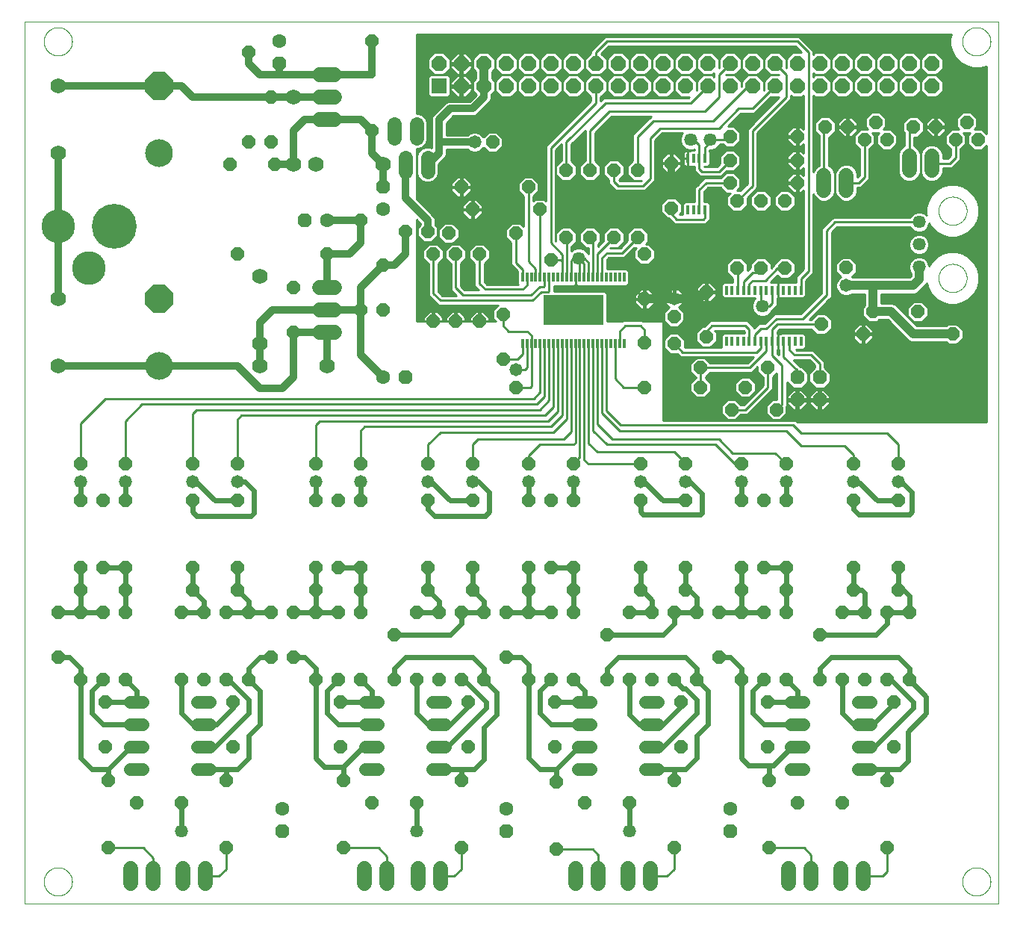
<source format=gtl>
G75*
%MOIN*%
%OFA0B0*%
%FSLAX25Y25*%
%IPPOS*%
%LPD*%
%AMOC8*
5,1,8,0,0,1.08239X$1,22.5*
%
%ADD10C,0.00000*%
%ADD11OC8,0.05800*%
%ADD12R,0.01181X0.04331*%
%ADD13R,0.27000X0.13386*%
%ADD14C,0.05800*%
%ADD15C,0.05800*%
%ADD16C,0.06600*%
%ADD17OC8,0.12400*%
%ADD18C,0.12400*%
%ADD19C,0.06931*%
%ADD20OC8,0.06300*%
%ADD21C,0.06300*%
%ADD22C,0.15000*%
%ADD23C,0.20000*%
%ADD24R,0.01200X0.03900*%
%ADD25OC8,0.06200*%
%ADD26R,0.06600X0.06600*%
%ADD27OC8,0.06600*%
%ADD28C,0.05750*%
%ADD29R,0.01378X0.03937*%
%ADD30C,0.06200*%
%ADD31C,0.06537*%
%ADD32C,0.01000*%
%ADD33C,0.04000*%
%ADD34C,0.03200*%
%ADD35OC8,0.05750*%
%ADD36C,0.02400*%
D10*
X0020000Y0017102D02*
X0020000Y0410803D01*
X0454921Y0410803D01*
X0454921Y0017102D01*
X0020000Y0017102D01*
X0028701Y0027102D02*
X0028703Y0027260D01*
X0028709Y0027418D01*
X0028719Y0027576D01*
X0028733Y0027734D01*
X0028751Y0027891D01*
X0028772Y0028048D01*
X0028798Y0028204D01*
X0028828Y0028360D01*
X0028861Y0028515D01*
X0028899Y0028668D01*
X0028940Y0028821D01*
X0028985Y0028973D01*
X0029034Y0029124D01*
X0029087Y0029273D01*
X0029143Y0029421D01*
X0029203Y0029567D01*
X0029267Y0029712D01*
X0029335Y0029855D01*
X0029406Y0029997D01*
X0029480Y0030137D01*
X0029558Y0030274D01*
X0029640Y0030410D01*
X0029724Y0030544D01*
X0029813Y0030675D01*
X0029904Y0030804D01*
X0029999Y0030931D01*
X0030096Y0031056D01*
X0030197Y0031178D01*
X0030301Y0031297D01*
X0030408Y0031414D01*
X0030518Y0031528D01*
X0030631Y0031639D01*
X0030746Y0031748D01*
X0030864Y0031853D01*
X0030985Y0031955D01*
X0031108Y0032055D01*
X0031234Y0032151D01*
X0031362Y0032244D01*
X0031492Y0032334D01*
X0031625Y0032420D01*
X0031760Y0032504D01*
X0031896Y0032583D01*
X0032035Y0032660D01*
X0032176Y0032732D01*
X0032318Y0032802D01*
X0032462Y0032867D01*
X0032608Y0032929D01*
X0032755Y0032987D01*
X0032904Y0033042D01*
X0033054Y0033093D01*
X0033205Y0033140D01*
X0033357Y0033183D01*
X0033510Y0033222D01*
X0033665Y0033258D01*
X0033820Y0033289D01*
X0033976Y0033317D01*
X0034132Y0033341D01*
X0034289Y0033361D01*
X0034447Y0033377D01*
X0034604Y0033389D01*
X0034763Y0033397D01*
X0034921Y0033401D01*
X0035079Y0033401D01*
X0035237Y0033397D01*
X0035396Y0033389D01*
X0035553Y0033377D01*
X0035711Y0033361D01*
X0035868Y0033341D01*
X0036024Y0033317D01*
X0036180Y0033289D01*
X0036335Y0033258D01*
X0036490Y0033222D01*
X0036643Y0033183D01*
X0036795Y0033140D01*
X0036946Y0033093D01*
X0037096Y0033042D01*
X0037245Y0032987D01*
X0037392Y0032929D01*
X0037538Y0032867D01*
X0037682Y0032802D01*
X0037824Y0032732D01*
X0037965Y0032660D01*
X0038104Y0032583D01*
X0038240Y0032504D01*
X0038375Y0032420D01*
X0038508Y0032334D01*
X0038638Y0032244D01*
X0038766Y0032151D01*
X0038892Y0032055D01*
X0039015Y0031955D01*
X0039136Y0031853D01*
X0039254Y0031748D01*
X0039369Y0031639D01*
X0039482Y0031528D01*
X0039592Y0031414D01*
X0039699Y0031297D01*
X0039803Y0031178D01*
X0039904Y0031056D01*
X0040001Y0030931D01*
X0040096Y0030804D01*
X0040187Y0030675D01*
X0040276Y0030544D01*
X0040360Y0030410D01*
X0040442Y0030274D01*
X0040520Y0030137D01*
X0040594Y0029997D01*
X0040665Y0029855D01*
X0040733Y0029712D01*
X0040797Y0029567D01*
X0040857Y0029421D01*
X0040913Y0029273D01*
X0040966Y0029124D01*
X0041015Y0028973D01*
X0041060Y0028821D01*
X0041101Y0028668D01*
X0041139Y0028515D01*
X0041172Y0028360D01*
X0041202Y0028204D01*
X0041228Y0028048D01*
X0041249Y0027891D01*
X0041267Y0027734D01*
X0041281Y0027576D01*
X0041291Y0027418D01*
X0041297Y0027260D01*
X0041299Y0027102D01*
X0041297Y0026944D01*
X0041291Y0026786D01*
X0041281Y0026628D01*
X0041267Y0026470D01*
X0041249Y0026313D01*
X0041228Y0026156D01*
X0041202Y0026000D01*
X0041172Y0025844D01*
X0041139Y0025689D01*
X0041101Y0025536D01*
X0041060Y0025383D01*
X0041015Y0025231D01*
X0040966Y0025080D01*
X0040913Y0024931D01*
X0040857Y0024783D01*
X0040797Y0024637D01*
X0040733Y0024492D01*
X0040665Y0024349D01*
X0040594Y0024207D01*
X0040520Y0024067D01*
X0040442Y0023930D01*
X0040360Y0023794D01*
X0040276Y0023660D01*
X0040187Y0023529D01*
X0040096Y0023400D01*
X0040001Y0023273D01*
X0039904Y0023148D01*
X0039803Y0023026D01*
X0039699Y0022907D01*
X0039592Y0022790D01*
X0039482Y0022676D01*
X0039369Y0022565D01*
X0039254Y0022456D01*
X0039136Y0022351D01*
X0039015Y0022249D01*
X0038892Y0022149D01*
X0038766Y0022053D01*
X0038638Y0021960D01*
X0038508Y0021870D01*
X0038375Y0021784D01*
X0038240Y0021700D01*
X0038104Y0021621D01*
X0037965Y0021544D01*
X0037824Y0021472D01*
X0037682Y0021402D01*
X0037538Y0021337D01*
X0037392Y0021275D01*
X0037245Y0021217D01*
X0037096Y0021162D01*
X0036946Y0021111D01*
X0036795Y0021064D01*
X0036643Y0021021D01*
X0036490Y0020982D01*
X0036335Y0020946D01*
X0036180Y0020915D01*
X0036024Y0020887D01*
X0035868Y0020863D01*
X0035711Y0020843D01*
X0035553Y0020827D01*
X0035396Y0020815D01*
X0035237Y0020807D01*
X0035079Y0020803D01*
X0034921Y0020803D01*
X0034763Y0020807D01*
X0034604Y0020815D01*
X0034447Y0020827D01*
X0034289Y0020843D01*
X0034132Y0020863D01*
X0033976Y0020887D01*
X0033820Y0020915D01*
X0033665Y0020946D01*
X0033510Y0020982D01*
X0033357Y0021021D01*
X0033205Y0021064D01*
X0033054Y0021111D01*
X0032904Y0021162D01*
X0032755Y0021217D01*
X0032608Y0021275D01*
X0032462Y0021337D01*
X0032318Y0021402D01*
X0032176Y0021472D01*
X0032035Y0021544D01*
X0031896Y0021621D01*
X0031760Y0021700D01*
X0031625Y0021784D01*
X0031492Y0021870D01*
X0031362Y0021960D01*
X0031234Y0022053D01*
X0031108Y0022149D01*
X0030985Y0022249D01*
X0030864Y0022351D01*
X0030746Y0022456D01*
X0030631Y0022565D01*
X0030518Y0022676D01*
X0030408Y0022790D01*
X0030301Y0022907D01*
X0030197Y0023026D01*
X0030096Y0023148D01*
X0029999Y0023273D01*
X0029904Y0023400D01*
X0029813Y0023529D01*
X0029724Y0023660D01*
X0029640Y0023794D01*
X0029558Y0023930D01*
X0029480Y0024067D01*
X0029406Y0024207D01*
X0029335Y0024349D01*
X0029267Y0024492D01*
X0029203Y0024637D01*
X0029143Y0024783D01*
X0029087Y0024931D01*
X0029034Y0025080D01*
X0028985Y0025231D01*
X0028940Y0025383D01*
X0028899Y0025536D01*
X0028861Y0025689D01*
X0028828Y0025844D01*
X0028798Y0026000D01*
X0028772Y0026156D01*
X0028751Y0026313D01*
X0028733Y0026470D01*
X0028719Y0026628D01*
X0028709Y0026786D01*
X0028703Y0026944D01*
X0028701Y0027102D01*
X0428076Y0296477D02*
X0428078Y0296635D01*
X0428084Y0296793D01*
X0428094Y0296951D01*
X0428108Y0297109D01*
X0428126Y0297266D01*
X0428147Y0297423D01*
X0428173Y0297579D01*
X0428203Y0297735D01*
X0428236Y0297890D01*
X0428274Y0298043D01*
X0428315Y0298196D01*
X0428360Y0298348D01*
X0428409Y0298499D01*
X0428462Y0298648D01*
X0428518Y0298796D01*
X0428578Y0298942D01*
X0428642Y0299087D01*
X0428710Y0299230D01*
X0428781Y0299372D01*
X0428855Y0299512D01*
X0428933Y0299649D01*
X0429015Y0299785D01*
X0429099Y0299919D01*
X0429188Y0300050D01*
X0429279Y0300179D01*
X0429374Y0300306D01*
X0429471Y0300431D01*
X0429572Y0300553D01*
X0429676Y0300672D01*
X0429783Y0300789D01*
X0429893Y0300903D01*
X0430006Y0301014D01*
X0430121Y0301123D01*
X0430239Y0301228D01*
X0430360Y0301330D01*
X0430483Y0301430D01*
X0430609Y0301526D01*
X0430737Y0301619D01*
X0430867Y0301709D01*
X0431000Y0301795D01*
X0431135Y0301879D01*
X0431271Y0301958D01*
X0431410Y0302035D01*
X0431551Y0302107D01*
X0431693Y0302177D01*
X0431837Y0302242D01*
X0431983Y0302304D01*
X0432130Y0302362D01*
X0432279Y0302417D01*
X0432429Y0302468D01*
X0432580Y0302515D01*
X0432732Y0302558D01*
X0432885Y0302597D01*
X0433040Y0302633D01*
X0433195Y0302664D01*
X0433351Y0302692D01*
X0433507Y0302716D01*
X0433664Y0302736D01*
X0433822Y0302752D01*
X0433979Y0302764D01*
X0434138Y0302772D01*
X0434296Y0302776D01*
X0434454Y0302776D01*
X0434612Y0302772D01*
X0434771Y0302764D01*
X0434928Y0302752D01*
X0435086Y0302736D01*
X0435243Y0302716D01*
X0435399Y0302692D01*
X0435555Y0302664D01*
X0435710Y0302633D01*
X0435865Y0302597D01*
X0436018Y0302558D01*
X0436170Y0302515D01*
X0436321Y0302468D01*
X0436471Y0302417D01*
X0436620Y0302362D01*
X0436767Y0302304D01*
X0436913Y0302242D01*
X0437057Y0302177D01*
X0437199Y0302107D01*
X0437340Y0302035D01*
X0437479Y0301958D01*
X0437615Y0301879D01*
X0437750Y0301795D01*
X0437883Y0301709D01*
X0438013Y0301619D01*
X0438141Y0301526D01*
X0438267Y0301430D01*
X0438390Y0301330D01*
X0438511Y0301228D01*
X0438629Y0301123D01*
X0438744Y0301014D01*
X0438857Y0300903D01*
X0438967Y0300789D01*
X0439074Y0300672D01*
X0439178Y0300553D01*
X0439279Y0300431D01*
X0439376Y0300306D01*
X0439471Y0300179D01*
X0439562Y0300050D01*
X0439651Y0299919D01*
X0439735Y0299785D01*
X0439817Y0299649D01*
X0439895Y0299512D01*
X0439969Y0299372D01*
X0440040Y0299230D01*
X0440108Y0299087D01*
X0440172Y0298942D01*
X0440232Y0298796D01*
X0440288Y0298648D01*
X0440341Y0298499D01*
X0440390Y0298348D01*
X0440435Y0298196D01*
X0440476Y0298043D01*
X0440514Y0297890D01*
X0440547Y0297735D01*
X0440577Y0297579D01*
X0440603Y0297423D01*
X0440624Y0297266D01*
X0440642Y0297109D01*
X0440656Y0296951D01*
X0440666Y0296793D01*
X0440672Y0296635D01*
X0440674Y0296477D01*
X0440672Y0296319D01*
X0440666Y0296161D01*
X0440656Y0296003D01*
X0440642Y0295845D01*
X0440624Y0295688D01*
X0440603Y0295531D01*
X0440577Y0295375D01*
X0440547Y0295219D01*
X0440514Y0295064D01*
X0440476Y0294911D01*
X0440435Y0294758D01*
X0440390Y0294606D01*
X0440341Y0294455D01*
X0440288Y0294306D01*
X0440232Y0294158D01*
X0440172Y0294012D01*
X0440108Y0293867D01*
X0440040Y0293724D01*
X0439969Y0293582D01*
X0439895Y0293442D01*
X0439817Y0293305D01*
X0439735Y0293169D01*
X0439651Y0293035D01*
X0439562Y0292904D01*
X0439471Y0292775D01*
X0439376Y0292648D01*
X0439279Y0292523D01*
X0439178Y0292401D01*
X0439074Y0292282D01*
X0438967Y0292165D01*
X0438857Y0292051D01*
X0438744Y0291940D01*
X0438629Y0291831D01*
X0438511Y0291726D01*
X0438390Y0291624D01*
X0438267Y0291524D01*
X0438141Y0291428D01*
X0438013Y0291335D01*
X0437883Y0291245D01*
X0437750Y0291159D01*
X0437615Y0291075D01*
X0437479Y0290996D01*
X0437340Y0290919D01*
X0437199Y0290847D01*
X0437057Y0290777D01*
X0436913Y0290712D01*
X0436767Y0290650D01*
X0436620Y0290592D01*
X0436471Y0290537D01*
X0436321Y0290486D01*
X0436170Y0290439D01*
X0436018Y0290396D01*
X0435865Y0290357D01*
X0435710Y0290321D01*
X0435555Y0290290D01*
X0435399Y0290262D01*
X0435243Y0290238D01*
X0435086Y0290218D01*
X0434928Y0290202D01*
X0434771Y0290190D01*
X0434612Y0290182D01*
X0434454Y0290178D01*
X0434296Y0290178D01*
X0434138Y0290182D01*
X0433979Y0290190D01*
X0433822Y0290202D01*
X0433664Y0290218D01*
X0433507Y0290238D01*
X0433351Y0290262D01*
X0433195Y0290290D01*
X0433040Y0290321D01*
X0432885Y0290357D01*
X0432732Y0290396D01*
X0432580Y0290439D01*
X0432429Y0290486D01*
X0432279Y0290537D01*
X0432130Y0290592D01*
X0431983Y0290650D01*
X0431837Y0290712D01*
X0431693Y0290777D01*
X0431551Y0290847D01*
X0431410Y0290919D01*
X0431271Y0290996D01*
X0431135Y0291075D01*
X0431000Y0291159D01*
X0430867Y0291245D01*
X0430737Y0291335D01*
X0430609Y0291428D01*
X0430483Y0291524D01*
X0430360Y0291624D01*
X0430239Y0291726D01*
X0430121Y0291831D01*
X0430006Y0291940D01*
X0429893Y0292051D01*
X0429783Y0292165D01*
X0429676Y0292282D01*
X0429572Y0292401D01*
X0429471Y0292523D01*
X0429374Y0292648D01*
X0429279Y0292775D01*
X0429188Y0292904D01*
X0429099Y0293035D01*
X0429015Y0293169D01*
X0428933Y0293305D01*
X0428855Y0293442D01*
X0428781Y0293582D01*
X0428710Y0293724D01*
X0428642Y0293867D01*
X0428578Y0294012D01*
X0428518Y0294158D01*
X0428462Y0294306D01*
X0428409Y0294455D01*
X0428360Y0294606D01*
X0428315Y0294758D01*
X0428274Y0294911D01*
X0428236Y0295064D01*
X0428203Y0295219D01*
X0428173Y0295375D01*
X0428147Y0295531D01*
X0428126Y0295688D01*
X0428108Y0295845D01*
X0428094Y0296003D01*
X0428084Y0296161D01*
X0428078Y0296319D01*
X0428076Y0296477D01*
X0428076Y0326477D02*
X0428078Y0326635D01*
X0428084Y0326793D01*
X0428094Y0326951D01*
X0428108Y0327109D01*
X0428126Y0327266D01*
X0428147Y0327423D01*
X0428173Y0327579D01*
X0428203Y0327735D01*
X0428236Y0327890D01*
X0428274Y0328043D01*
X0428315Y0328196D01*
X0428360Y0328348D01*
X0428409Y0328499D01*
X0428462Y0328648D01*
X0428518Y0328796D01*
X0428578Y0328942D01*
X0428642Y0329087D01*
X0428710Y0329230D01*
X0428781Y0329372D01*
X0428855Y0329512D01*
X0428933Y0329649D01*
X0429015Y0329785D01*
X0429099Y0329919D01*
X0429188Y0330050D01*
X0429279Y0330179D01*
X0429374Y0330306D01*
X0429471Y0330431D01*
X0429572Y0330553D01*
X0429676Y0330672D01*
X0429783Y0330789D01*
X0429893Y0330903D01*
X0430006Y0331014D01*
X0430121Y0331123D01*
X0430239Y0331228D01*
X0430360Y0331330D01*
X0430483Y0331430D01*
X0430609Y0331526D01*
X0430737Y0331619D01*
X0430867Y0331709D01*
X0431000Y0331795D01*
X0431135Y0331879D01*
X0431271Y0331958D01*
X0431410Y0332035D01*
X0431551Y0332107D01*
X0431693Y0332177D01*
X0431837Y0332242D01*
X0431983Y0332304D01*
X0432130Y0332362D01*
X0432279Y0332417D01*
X0432429Y0332468D01*
X0432580Y0332515D01*
X0432732Y0332558D01*
X0432885Y0332597D01*
X0433040Y0332633D01*
X0433195Y0332664D01*
X0433351Y0332692D01*
X0433507Y0332716D01*
X0433664Y0332736D01*
X0433822Y0332752D01*
X0433979Y0332764D01*
X0434138Y0332772D01*
X0434296Y0332776D01*
X0434454Y0332776D01*
X0434612Y0332772D01*
X0434771Y0332764D01*
X0434928Y0332752D01*
X0435086Y0332736D01*
X0435243Y0332716D01*
X0435399Y0332692D01*
X0435555Y0332664D01*
X0435710Y0332633D01*
X0435865Y0332597D01*
X0436018Y0332558D01*
X0436170Y0332515D01*
X0436321Y0332468D01*
X0436471Y0332417D01*
X0436620Y0332362D01*
X0436767Y0332304D01*
X0436913Y0332242D01*
X0437057Y0332177D01*
X0437199Y0332107D01*
X0437340Y0332035D01*
X0437479Y0331958D01*
X0437615Y0331879D01*
X0437750Y0331795D01*
X0437883Y0331709D01*
X0438013Y0331619D01*
X0438141Y0331526D01*
X0438267Y0331430D01*
X0438390Y0331330D01*
X0438511Y0331228D01*
X0438629Y0331123D01*
X0438744Y0331014D01*
X0438857Y0330903D01*
X0438967Y0330789D01*
X0439074Y0330672D01*
X0439178Y0330553D01*
X0439279Y0330431D01*
X0439376Y0330306D01*
X0439471Y0330179D01*
X0439562Y0330050D01*
X0439651Y0329919D01*
X0439735Y0329785D01*
X0439817Y0329649D01*
X0439895Y0329512D01*
X0439969Y0329372D01*
X0440040Y0329230D01*
X0440108Y0329087D01*
X0440172Y0328942D01*
X0440232Y0328796D01*
X0440288Y0328648D01*
X0440341Y0328499D01*
X0440390Y0328348D01*
X0440435Y0328196D01*
X0440476Y0328043D01*
X0440514Y0327890D01*
X0440547Y0327735D01*
X0440577Y0327579D01*
X0440603Y0327423D01*
X0440624Y0327266D01*
X0440642Y0327109D01*
X0440656Y0326951D01*
X0440666Y0326793D01*
X0440672Y0326635D01*
X0440674Y0326477D01*
X0440672Y0326319D01*
X0440666Y0326161D01*
X0440656Y0326003D01*
X0440642Y0325845D01*
X0440624Y0325688D01*
X0440603Y0325531D01*
X0440577Y0325375D01*
X0440547Y0325219D01*
X0440514Y0325064D01*
X0440476Y0324911D01*
X0440435Y0324758D01*
X0440390Y0324606D01*
X0440341Y0324455D01*
X0440288Y0324306D01*
X0440232Y0324158D01*
X0440172Y0324012D01*
X0440108Y0323867D01*
X0440040Y0323724D01*
X0439969Y0323582D01*
X0439895Y0323442D01*
X0439817Y0323305D01*
X0439735Y0323169D01*
X0439651Y0323035D01*
X0439562Y0322904D01*
X0439471Y0322775D01*
X0439376Y0322648D01*
X0439279Y0322523D01*
X0439178Y0322401D01*
X0439074Y0322282D01*
X0438967Y0322165D01*
X0438857Y0322051D01*
X0438744Y0321940D01*
X0438629Y0321831D01*
X0438511Y0321726D01*
X0438390Y0321624D01*
X0438267Y0321524D01*
X0438141Y0321428D01*
X0438013Y0321335D01*
X0437883Y0321245D01*
X0437750Y0321159D01*
X0437615Y0321075D01*
X0437479Y0320996D01*
X0437340Y0320919D01*
X0437199Y0320847D01*
X0437057Y0320777D01*
X0436913Y0320712D01*
X0436767Y0320650D01*
X0436620Y0320592D01*
X0436471Y0320537D01*
X0436321Y0320486D01*
X0436170Y0320439D01*
X0436018Y0320396D01*
X0435865Y0320357D01*
X0435710Y0320321D01*
X0435555Y0320290D01*
X0435399Y0320262D01*
X0435243Y0320238D01*
X0435086Y0320218D01*
X0434928Y0320202D01*
X0434771Y0320190D01*
X0434612Y0320182D01*
X0434454Y0320178D01*
X0434296Y0320178D01*
X0434138Y0320182D01*
X0433979Y0320190D01*
X0433822Y0320202D01*
X0433664Y0320218D01*
X0433507Y0320238D01*
X0433351Y0320262D01*
X0433195Y0320290D01*
X0433040Y0320321D01*
X0432885Y0320357D01*
X0432732Y0320396D01*
X0432580Y0320439D01*
X0432429Y0320486D01*
X0432279Y0320537D01*
X0432130Y0320592D01*
X0431983Y0320650D01*
X0431837Y0320712D01*
X0431693Y0320777D01*
X0431551Y0320847D01*
X0431410Y0320919D01*
X0431271Y0320996D01*
X0431135Y0321075D01*
X0431000Y0321159D01*
X0430867Y0321245D01*
X0430737Y0321335D01*
X0430609Y0321428D01*
X0430483Y0321524D01*
X0430360Y0321624D01*
X0430239Y0321726D01*
X0430121Y0321831D01*
X0430006Y0321940D01*
X0429893Y0322051D01*
X0429783Y0322165D01*
X0429676Y0322282D01*
X0429572Y0322401D01*
X0429471Y0322523D01*
X0429374Y0322648D01*
X0429279Y0322775D01*
X0429188Y0322904D01*
X0429099Y0323035D01*
X0429015Y0323169D01*
X0428933Y0323305D01*
X0428855Y0323442D01*
X0428781Y0323582D01*
X0428710Y0323724D01*
X0428642Y0323867D01*
X0428578Y0324012D01*
X0428518Y0324158D01*
X0428462Y0324306D01*
X0428409Y0324455D01*
X0428360Y0324606D01*
X0428315Y0324758D01*
X0428274Y0324911D01*
X0428236Y0325064D01*
X0428203Y0325219D01*
X0428173Y0325375D01*
X0428147Y0325531D01*
X0428126Y0325688D01*
X0428108Y0325845D01*
X0428094Y0326003D01*
X0428084Y0326161D01*
X0428078Y0326319D01*
X0428076Y0326477D01*
X0438701Y0402102D02*
X0438703Y0402260D01*
X0438709Y0402418D01*
X0438719Y0402576D01*
X0438733Y0402734D01*
X0438751Y0402891D01*
X0438772Y0403048D01*
X0438798Y0403204D01*
X0438828Y0403360D01*
X0438861Y0403515D01*
X0438899Y0403668D01*
X0438940Y0403821D01*
X0438985Y0403973D01*
X0439034Y0404124D01*
X0439087Y0404273D01*
X0439143Y0404421D01*
X0439203Y0404567D01*
X0439267Y0404712D01*
X0439335Y0404855D01*
X0439406Y0404997D01*
X0439480Y0405137D01*
X0439558Y0405274D01*
X0439640Y0405410D01*
X0439724Y0405544D01*
X0439813Y0405675D01*
X0439904Y0405804D01*
X0439999Y0405931D01*
X0440096Y0406056D01*
X0440197Y0406178D01*
X0440301Y0406297D01*
X0440408Y0406414D01*
X0440518Y0406528D01*
X0440631Y0406639D01*
X0440746Y0406748D01*
X0440864Y0406853D01*
X0440985Y0406955D01*
X0441108Y0407055D01*
X0441234Y0407151D01*
X0441362Y0407244D01*
X0441492Y0407334D01*
X0441625Y0407420D01*
X0441760Y0407504D01*
X0441896Y0407583D01*
X0442035Y0407660D01*
X0442176Y0407732D01*
X0442318Y0407802D01*
X0442462Y0407867D01*
X0442608Y0407929D01*
X0442755Y0407987D01*
X0442904Y0408042D01*
X0443054Y0408093D01*
X0443205Y0408140D01*
X0443357Y0408183D01*
X0443510Y0408222D01*
X0443665Y0408258D01*
X0443820Y0408289D01*
X0443976Y0408317D01*
X0444132Y0408341D01*
X0444289Y0408361D01*
X0444447Y0408377D01*
X0444604Y0408389D01*
X0444763Y0408397D01*
X0444921Y0408401D01*
X0445079Y0408401D01*
X0445237Y0408397D01*
X0445396Y0408389D01*
X0445553Y0408377D01*
X0445711Y0408361D01*
X0445868Y0408341D01*
X0446024Y0408317D01*
X0446180Y0408289D01*
X0446335Y0408258D01*
X0446490Y0408222D01*
X0446643Y0408183D01*
X0446795Y0408140D01*
X0446946Y0408093D01*
X0447096Y0408042D01*
X0447245Y0407987D01*
X0447392Y0407929D01*
X0447538Y0407867D01*
X0447682Y0407802D01*
X0447824Y0407732D01*
X0447965Y0407660D01*
X0448104Y0407583D01*
X0448240Y0407504D01*
X0448375Y0407420D01*
X0448508Y0407334D01*
X0448638Y0407244D01*
X0448766Y0407151D01*
X0448892Y0407055D01*
X0449015Y0406955D01*
X0449136Y0406853D01*
X0449254Y0406748D01*
X0449369Y0406639D01*
X0449482Y0406528D01*
X0449592Y0406414D01*
X0449699Y0406297D01*
X0449803Y0406178D01*
X0449904Y0406056D01*
X0450001Y0405931D01*
X0450096Y0405804D01*
X0450187Y0405675D01*
X0450276Y0405544D01*
X0450360Y0405410D01*
X0450442Y0405274D01*
X0450520Y0405137D01*
X0450594Y0404997D01*
X0450665Y0404855D01*
X0450733Y0404712D01*
X0450797Y0404567D01*
X0450857Y0404421D01*
X0450913Y0404273D01*
X0450966Y0404124D01*
X0451015Y0403973D01*
X0451060Y0403821D01*
X0451101Y0403668D01*
X0451139Y0403515D01*
X0451172Y0403360D01*
X0451202Y0403204D01*
X0451228Y0403048D01*
X0451249Y0402891D01*
X0451267Y0402734D01*
X0451281Y0402576D01*
X0451291Y0402418D01*
X0451297Y0402260D01*
X0451299Y0402102D01*
X0451297Y0401944D01*
X0451291Y0401786D01*
X0451281Y0401628D01*
X0451267Y0401470D01*
X0451249Y0401313D01*
X0451228Y0401156D01*
X0451202Y0401000D01*
X0451172Y0400844D01*
X0451139Y0400689D01*
X0451101Y0400536D01*
X0451060Y0400383D01*
X0451015Y0400231D01*
X0450966Y0400080D01*
X0450913Y0399931D01*
X0450857Y0399783D01*
X0450797Y0399637D01*
X0450733Y0399492D01*
X0450665Y0399349D01*
X0450594Y0399207D01*
X0450520Y0399067D01*
X0450442Y0398930D01*
X0450360Y0398794D01*
X0450276Y0398660D01*
X0450187Y0398529D01*
X0450096Y0398400D01*
X0450001Y0398273D01*
X0449904Y0398148D01*
X0449803Y0398026D01*
X0449699Y0397907D01*
X0449592Y0397790D01*
X0449482Y0397676D01*
X0449369Y0397565D01*
X0449254Y0397456D01*
X0449136Y0397351D01*
X0449015Y0397249D01*
X0448892Y0397149D01*
X0448766Y0397053D01*
X0448638Y0396960D01*
X0448508Y0396870D01*
X0448375Y0396784D01*
X0448240Y0396700D01*
X0448104Y0396621D01*
X0447965Y0396544D01*
X0447824Y0396472D01*
X0447682Y0396402D01*
X0447538Y0396337D01*
X0447392Y0396275D01*
X0447245Y0396217D01*
X0447096Y0396162D01*
X0446946Y0396111D01*
X0446795Y0396064D01*
X0446643Y0396021D01*
X0446490Y0395982D01*
X0446335Y0395946D01*
X0446180Y0395915D01*
X0446024Y0395887D01*
X0445868Y0395863D01*
X0445711Y0395843D01*
X0445553Y0395827D01*
X0445396Y0395815D01*
X0445237Y0395807D01*
X0445079Y0395803D01*
X0444921Y0395803D01*
X0444763Y0395807D01*
X0444604Y0395815D01*
X0444447Y0395827D01*
X0444289Y0395843D01*
X0444132Y0395863D01*
X0443976Y0395887D01*
X0443820Y0395915D01*
X0443665Y0395946D01*
X0443510Y0395982D01*
X0443357Y0396021D01*
X0443205Y0396064D01*
X0443054Y0396111D01*
X0442904Y0396162D01*
X0442755Y0396217D01*
X0442608Y0396275D01*
X0442462Y0396337D01*
X0442318Y0396402D01*
X0442176Y0396472D01*
X0442035Y0396544D01*
X0441896Y0396621D01*
X0441760Y0396700D01*
X0441625Y0396784D01*
X0441492Y0396870D01*
X0441362Y0396960D01*
X0441234Y0397053D01*
X0441108Y0397149D01*
X0440985Y0397249D01*
X0440864Y0397351D01*
X0440746Y0397456D01*
X0440631Y0397565D01*
X0440518Y0397676D01*
X0440408Y0397790D01*
X0440301Y0397907D01*
X0440197Y0398026D01*
X0440096Y0398148D01*
X0439999Y0398273D01*
X0439904Y0398400D01*
X0439813Y0398529D01*
X0439724Y0398660D01*
X0439640Y0398794D01*
X0439558Y0398930D01*
X0439480Y0399067D01*
X0439406Y0399207D01*
X0439335Y0399349D01*
X0439267Y0399492D01*
X0439203Y0399637D01*
X0439143Y0399783D01*
X0439087Y0399931D01*
X0439034Y0400080D01*
X0438985Y0400231D01*
X0438940Y0400383D01*
X0438899Y0400536D01*
X0438861Y0400689D01*
X0438828Y0400844D01*
X0438798Y0401000D01*
X0438772Y0401156D01*
X0438751Y0401313D01*
X0438733Y0401470D01*
X0438719Y0401628D01*
X0438709Y0401786D01*
X0438703Y0401944D01*
X0438701Y0402102D01*
X0028701Y0402102D02*
X0028703Y0402260D01*
X0028709Y0402418D01*
X0028719Y0402576D01*
X0028733Y0402734D01*
X0028751Y0402891D01*
X0028772Y0403048D01*
X0028798Y0403204D01*
X0028828Y0403360D01*
X0028861Y0403515D01*
X0028899Y0403668D01*
X0028940Y0403821D01*
X0028985Y0403973D01*
X0029034Y0404124D01*
X0029087Y0404273D01*
X0029143Y0404421D01*
X0029203Y0404567D01*
X0029267Y0404712D01*
X0029335Y0404855D01*
X0029406Y0404997D01*
X0029480Y0405137D01*
X0029558Y0405274D01*
X0029640Y0405410D01*
X0029724Y0405544D01*
X0029813Y0405675D01*
X0029904Y0405804D01*
X0029999Y0405931D01*
X0030096Y0406056D01*
X0030197Y0406178D01*
X0030301Y0406297D01*
X0030408Y0406414D01*
X0030518Y0406528D01*
X0030631Y0406639D01*
X0030746Y0406748D01*
X0030864Y0406853D01*
X0030985Y0406955D01*
X0031108Y0407055D01*
X0031234Y0407151D01*
X0031362Y0407244D01*
X0031492Y0407334D01*
X0031625Y0407420D01*
X0031760Y0407504D01*
X0031896Y0407583D01*
X0032035Y0407660D01*
X0032176Y0407732D01*
X0032318Y0407802D01*
X0032462Y0407867D01*
X0032608Y0407929D01*
X0032755Y0407987D01*
X0032904Y0408042D01*
X0033054Y0408093D01*
X0033205Y0408140D01*
X0033357Y0408183D01*
X0033510Y0408222D01*
X0033665Y0408258D01*
X0033820Y0408289D01*
X0033976Y0408317D01*
X0034132Y0408341D01*
X0034289Y0408361D01*
X0034447Y0408377D01*
X0034604Y0408389D01*
X0034763Y0408397D01*
X0034921Y0408401D01*
X0035079Y0408401D01*
X0035237Y0408397D01*
X0035396Y0408389D01*
X0035553Y0408377D01*
X0035711Y0408361D01*
X0035868Y0408341D01*
X0036024Y0408317D01*
X0036180Y0408289D01*
X0036335Y0408258D01*
X0036490Y0408222D01*
X0036643Y0408183D01*
X0036795Y0408140D01*
X0036946Y0408093D01*
X0037096Y0408042D01*
X0037245Y0407987D01*
X0037392Y0407929D01*
X0037538Y0407867D01*
X0037682Y0407802D01*
X0037824Y0407732D01*
X0037965Y0407660D01*
X0038104Y0407583D01*
X0038240Y0407504D01*
X0038375Y0407420D01*
X0038508Y0407334D01*
X0038638Y0407244D01*
X0038766Y0407151D01*
X0038892Y0407055D01*
X0039015Y0406955D01*
X0039136Y0406853D01*
X0039254Y0406748D01*
X0039369Y0406639D01*
X0039482Y0406528D01*
X0039592Y0406414D01*
X0039699Y0406297D01*
X0039803Y0406178D01*
X0039904Y0406056D01*
X0040001Y0405931D01*
X0040096Y0405804D01*
X0040187Y0405675D01*
X0040276Y0405544D01*
X0040360Y0405410D01*
X0040442Y0405274D01*
X0040520Y0405137D01*
X0040594Y0404997D01*
X0040665Y0404855D01*
X0040733Y0404712D01*
X0040797Y0404567D01*
X0040857Y0404421D01*
X0040913Y0404273D01*
X0040966Y0404124D01*
X0041015Y0403973D01*
X0041060Y0403821D01*
X0041101Y0403668D01*
X0041139Y0403515D01*
X0041172Y0403360D01*
X0041202Y0403204D01*
X0041228Y0403048D01*
X0041249Y0402891D01*
X0041267Y0402734D01*
X0041281Y0402576D01*
X0041291Y0402418D01*
X0041297Y0402260D01*
X0041299Y0402102D01*
X0041297Y0401944D01*
X0041291Y0401786D01*
X0041281Y0401628D01*
X0041267Y0401470D01*
X0041249Y0401313D01*
X0041228Y0401156D01*
X0041202Y0401000D01*
X0041172Y0400844D01*
X0041139Y0400689D01*
X0041101Y0400536D01*
X0041060Y0400383D01*
X0041015Y0400231D01*
X0040966Y0400080D01*
X0040913Y0399931D01*
X0040857Y0399783D01*
X0040797Y0399637D01*
X0040733Y0399492D01*
X0040665Y0399349D01*
X0040594Y0399207D01*
X0040520Y0399067D01*
X0040442Y0398930D01*
X0040360Y0398794D01*
X0040276Y0398660D01*
X0040187Y0398529D01*
X0040096Y0398400D01*
X0040001Y0398273D01*
X0039904Y0398148D01*
X0039803Y0398026D01*
X0039699Y0397907D01*
X0039592Y0397790D01*
X0039482Y0397676D01*
X0039369Y0397565D01*
X0039254Y0397456D01*
X0039136Y0397351D01*
X0039015Y0397249D01*
X0038892Y0397149D01*
X0038766Y0397053D01*
X0038638Y0396960D01*
X0038508Y0396870D01*
X0038375Y0396784D01*
X0038240Y0396700D01*
X0038104Y0396621D01*
X0037965Y0396544D01*
X0037824Y0396472D01*
X0037682Y0396402D01*
X0037538Y0396337D01*
X0037392Y0396275D01*
X0037245Y0396217D01*
X0037096Y0396162D01*
X0036946Y0396111D01*
X0036795Y0396064D01*
X0036643Y0396021D01*
X0036490Y0395982D01*
X0036335Y0395946D01*
X0036180Y0395915D01*
X0036024Y0395887D01*
X0035868Y0395863D01*
X0035711Y0395843D01*
X0035553Y0395827D01*
X0035396Y0395815D01*
X0035237Y0395807D01*
X0035079Y0395803D01*
X0034921Y0395803D01*
X0034763Y0395807D01*
X0034604Y0395815D01*
X0034447Y0395827D01*
X0034289Y0395843D01*
X0034132Y0395863D01*
X0033976Y0395887D01*
X0033820Y0395915D01*
X0033665Y0395946D01*
X0033510Y0395982D01*
X0033357Y0396021D01*
X0033205Y0396064D01*
X0033054Y0396111D01*
X0032904Y0396162D01*
X0032755Y0396217D01*
X0032608Y0396275D01*
X0032462Y0396337D01*
X0032318Y0396402D01*
X0032176Y0396472D01*
X0032035Y0396544D01*
X0031896Y0396621D01*
X0031760Y0396700D01*
X0031625Y0396784D01*
X0031492Y0396870D01*
X0031362Y0396960D01*
X0031234Y0397053D01*
X0031108Y0397149D01*
X0030985Y0397249D01*
X0030864Y0397351D01*
X0030746Y0397456D01*
X0030631Y0397565D01*
X0030518Y0397676D01*
X0030408Y0397790D01*
X0030301Y0397907D01*
X0030197Y0398026D01*
X0030096Y0398148D01*
X0029999Y0398273D01*
X0029904Y0398400D01*
X0029813Y0398529D01*
X0029724Y0398660D01*
X0029640Y0398794D01*
X0029558Y0398930D01*
X0029480Y0399067D01*
X0029406Y0399207D01*
X0029335Y0399349D01*
X0029267Y0399492D01*
X0029203Y0399637D01*
X0029143Y0399783D01*
X0029087Y0399931D01*
X0029034Y0400080D01*
X0028985Y0400231D01*
X0028940Y0400383D01*
X0028899Y0400536D01*
X0028861Y0400689D01*
X0028828Y0400844D01*
X0028798Y0401000D01*
X0028772Y0401156D01*
X0028751Y0401313D01*
X0028733Y0401470D01*
X0028719Y0401628D01*
X0028709Y0401786D01*
X0028703Y0401944D01*
X0028701Y0402102D01*
X0438701Y0027102D02*
X0438703Y0027260D01*
X0438709Y0027418D01*
X0438719Y0027576D01*
X0438733Y0027734D01*
X0438751Y0027891D01*
X0438772Y0028048D01*
X0438798Y0028204D01*
X0438828Y0028360D01*
X0438861Y0028515D01*
X0438899Y0028668D01*
X0438940Y0028821D01*
X0438985Y0028973D01*
X0439034Y0029124D01*
X0439087Y0029273D01*
X0439143Y0029421D01*
X0439203Y0029567D01*
X0439267Y0029712D01*
X0439335Y0029855D01*
X0439406Y0029997D01*
X0439480Y0030137D01*
X0439558Y0030274D01*
X0439640Y0030410D01*
X0439724Y0030544D01*
X0439813Y0030675D01*
X0439904Y0030804D01*
X0439999Y0030931D01*
X0440096Y0031056D01*
X0440197Y0031178D01*
X0440301Y0031297D01*
X0440408Y0031414D01*
X0440518Y0031528D01*
X0440631Y0031639D01*
X0440746Y0031748D01*
X0440864Y0031853D01*
X0440985Y0031955D01*
X0441108Y0032055D01*
X0441234Y0032151D01*
X0441362Y0032244D01*
X0441492Y0032334D01*
X0441625Y0032420D01*
X0441760Y0032504D01*
X0441896Y0032583D01*
X0442035Y0032660D01*
X0442176Y0032732D01*
X0442318Y0032802D01*
X0442462Y0032867D01*
X0442608Y0032929D01*
X0442755Y0032987D01*
X0442904Y0033042D01*
X0443054Y0033093D01*
X0443205Y0033140D01*
X0443357Y0033183D01*
X0443510Y0033222D01*
X0443665Y0033258D01*
X0443820Y0033289D01*
X0443976Y0033317D01*
X0444132Y0033341D01*
X0444289Y0033361D01*
X0444447Y0033377D01*
X0444604Y0033389D01*
X0444763Y0033397D01*
X0444921Y0033401D01*
X0445079Y0033401D01*
X0445237Y0033397D01*
X0445396Y0033389D01*
X0445553Y0033377D01*
X0445711Y0033361D01*
X0445868Y0033341D01*
X0446024Y0033317D01*
X0446180Y0033289D01*
X0446335Y0033258D01*
X0446490Y0033222D01*
X0446643Y0033183D01*
X0446795Y0033140D01*
X0446946Y0033093D01*
X0447096Y0033042D01*
X0447245Y0032987D01*
X0447392Y0032929D01*
X0447538Y0032867D01*
X0447682Y0032802D01*
X0447824Y0032732D01*
X0447965Y0032660D01*
X0448104Y0032583D01*
X0448240Y0032504D01*
X0448375Y0032420D01*
X0448508Y0032334D01*
X0448638Y0032244D01*
X0448766Y0032151D01*
X0448892Y0032055D01*
X0449015Y0031955D01*
X0449136Y0031853D01*
X0449254Y0031748D01*
X0449369Y0031639D01*
X0449482Y0031528D01*
X0449592Y0031414D01*
X0449699Y0031297D01*
X0449803Y0031178D01*
X0449904Y0031056D01*
X0450001Y0030931D01*
X0450096Y0030804D01*
X0450187Y0030675D01*
X0450276Y0030544D01*
X0450360Y0030410D01*
X0450442Y0030274D01*
X0450520Y0030137D01*
X0450594Y0029997D01*
X0450665Y0029855D01*
X0450733Y0029712D01*
X0450797Y0029567D01*
X0450857Y0029421D01*
X0450913Y0029273D01*
X0450966Y0029124D01*
X0451015Y0028973D01*
X0451060Y0028821D01*
X0451101Y0028668D01*
X0451139Y0028515D01*
X0451172Y0028360D01*
X0451202Y0028204D01*
X0451228Y0028048D01*
X0451249Y0027891D01*
X0451267Y0027734D01*
X0451281Y0027576D01*
X0451291Y0027418D01*
X0451297Y0027260D01*
X0451299Y0027102D01*
X0451297Y0026944D01*
X0451291Y0026786D01*
X0451281Y0026628D01*
X0451267Y0026470D01*
X0451249Y0026313D01*
X0451228Y0026156D01*
X0451202Y0026000D01*
X0451172Y0025844D01*
X0451139Y0025689D01*
X0451101Y0025536D01*
X0451060Y0025383D01*
X0451015Y0025231D01*
X0450966Y0025080D01*
X0450913Y0024931D01*
X0450857Y0024783D01*
X0450797Y0024637D01*
X0450733Y0024492D01*
X0450665Y0024349D01*
X0450594Y0024207D01*
X0450520Y0024067D01*
X0450442Y0023930D01*
X0450360Y0023794D01*
X0450276Y0023660D01*
X0450187Y0023529D01*
X0450096Y0023400D01*
X0450001Y0023273D01*
X0449904Y0023148D01*
X0449803Y0023026D01*
X0449699Y0022907D01*
X0449592Y0022790D01*
X0449482Y0022676D01*
X0449369Y0022565D01*
X0449254Y0022456D01*
X0449136Y0022351D01*
X0449015Y0022249D01*
X0448892Y0022149D01*
X0448766Y0022053D01*
X0448638Y0021960D01*
X0448508Y0021870D01*
X0448375Y0021784D01*
X0448240Y0021700D01*
X0448104Y0021621D01*
X0447965Y0021544D01*
X0447824Y0021472D01*
X0447682Y0021402D01*
X0447538Y0021337D01*
X0447392Y0021275D01*
X0447245Y0021217D01*
X0447096Y0021162D01*
X0446946Y0021111D01*
X0446795Y0021064D01*
X0446643Y0021021D01*
X0446490Y0020982D01*
X0446335Y0020946D01*
X0446180Y0020915D01*
X0446024Y0020887D01*
X0445868Y0020863D01*
X0445711Y0020843D01*
X0445553Y0020827D01*
X0445396Y0020815D01*
X0445237Y0020807D01*
X0445079Y0020803D01*
X0444921Y0020803D01*
X0444763Y0020807D01*
X0444604Y0020815D01*
X0444447Y0020827D01*
X0444289Y0020843D01*
X0444132Y0020863D01*
X0443976Y0020887D01*
X0443820Y0020915D01*
X0443665Y0020946D01*
X0443510Y0020982D01*
X0443357Y0021021D01*
X0443205Y0021064D01*
X0443054Y0021111D01*
X0442904Y0021162D01*
X0442755Y0021217D01*
X0442608Y0021275D01*
X0442462Y0021337D01*
X0442318Y0021402D01*
X0442176Y0021472D01*
X0442035Y0021544D01*
X0441896Y0021621D01*
X0441760Y0021700D01*
X0441625Y0021784D01*
X0441492Y0021870D01*
X0441362Y0021960D01*
X0441234Y0022053D01*
X0441108Y0022149D01*
X0440985Y0022249D01*
X0440864Y0022351D01*
X0440746Y0022456D01*
X0440631Y0022565D01*
X0440518Y0022676D01*
X0440408Y0022790D01*
X0440301Y0022907D01*
X0440197Y0023026D01*
X0440096Y0023148D01*
X0439999Y0023273D01*
X0439904Y0023400D01*
X0439813Y0023529D01*
X0439724Y0023660D01*
X0439640Y0023794D01*
X0439558Y0023930D01*
X0439480Y0024067D01*
X0439406Y0024207D01*
X0439335Y0024349D01*
X0439267Y0024492D01*
X0439203Y0024637D01*
X0439143Y0024783D01*
X0439087Y0024931D01*
X0439034Y0025080D01*
X0438985Y0025231D01*
X0438940Y0025383D01*
X0438899Y0025536D01*
X0438861Y0025689D01*
X0438828Y0025844D01*
X0438798Y0026000D01*
X0438772Y0026156D01*
X0438751Y0026313D01*
X0438733Y0026470D01*
X0438719Y0026628D01*
X0438709Y0026786D01*
X0438703Y0026944D01*
X0438701Y0027102D01*
D11*
X0405000Y0042102D03*
X0385000Y0062102D03*
X0365000Y0062102D03*
X0352500Y0072102D03*
X0351875Y0087102D03*
X0351875Y0107102D03*
X0350000Y0117102D03*
X0340000Y0117102D03*
X0330000Y0127102D03*
X0320000Y0117102D03*
X0310000Y0117102D03*
X0300000Y0117102D03*
X0290000Y0117102D03*
X0280000Y0117102D03*
X0265000Y0117102D03*
X0255000Y0117102D03*
X0245000Y0117102D03*
X0235000Y0127102D03*
X0225000Y0117102D03*
X0215000Y0117102D03*
X0205000Y0117102D03*
X0195000Y0117102D03*
X0185000Y0117102D03*
X0170000Y0117102D03*
X0160000Y0117102D03*
X0150000Y0117102D03*
X0140000Y0127102D03*
X0130000Y0127102D03*
X0120000Y0117102D03*
X0110000Y0117102D03*
X0100000Y0117102D03*
X0090000Y0117102D03*
X0065000Y0117102D03*
X0055000Y0117102D03*
X0045000Y0117102D03*
X0035000Y0127102D03*
X0035000Y0147102D03*
X0045000Y0147102D03*
X0055000Y0147102D03*
X0065000Y0147102D03*
X0065000Y0157102D03*
X0065000Y0167102D03*
X0055000Y0167102D03*
X0045000Y0167102D03*
X0045000Y0157102D03*
X0090000Y0147102D03*
X0100000Y0147102D03*
X0110000Y0147102D03*
X0115000Y0157102D03*
X0120000Y0147102D03*
X0130000Y0147102D03*
X0140000Y0147102D03*
X0150000Y0147102D03*
X0160000Y0147102D03*
X0170000Y0147102D03*
X0170000Y0157102D03*
X0170000Y0167102D03*
X0160000Y0167102D03*
X0150000Y0167102D03*
X0150000Y0157102D03*
X0115000Y0167102D03*
X0095000Y0167102D03*
X0095000Y0157102D03*
X0095000Y0197102D03*
X0095000Y0213602D03*
X0115000Y0213602D03*
X0115000Y0197102D03*
X0150000Y0197102D03*
X0160000Y0197102D03*
X0170000Y0197102D03*
X0170000Y0213602D03*
X0150000Y0213602D03*
X0200000Y0213602D03*
X0200000Y0197102D03*
X0220000Y0197102D03*
X0220000Y0213602D03*
X0245000Y0213602D03*
X0245000Y0197102D03*
X0255000Y0197102D03*
X0265000Y0197102D03*
X0265000Y0213602D03*
X0295000Y0213602D03*
X0295000Y0197102D03*
X0315000Y0197102D03*
X0315000Y0213602D03*
X0340000Y0213602D03*
X0340000Y0197102D03*
X0350000Y0197102D03*
X0360000Y0197102D03*
X0360000Y0213602D03*
X0355625Y0237727D03*
X0341875Y0247727D03*
X0335625Y0237727D03*
X0321875Y0247727D03*
X0321875Y0256477D03*
X0324375Y0270227D03*
X0310000Y0279352D03*
X0296875Y0287102D03*
X0296875Y0267727D03*
X0296875Y0247727D03*
X0324375Y0290227D03*
X0338125Y0300852D03*
X0348750Y0300852D03*
X0359375Y0300852D03*
X0386875Y0301102D03*
X0398750Y0281477D03*
X0394375Y0271477D03*
X0418750Y0281477D03*
X0434375Y0271477D03*
X0410000Y0213602D03*
X0410000Y0197102D03*
X0390000Y0197102D03*
X0390000Y0213602D03*
X0351875Y0256477D03*
X0296875Y0307102D03*
X0293750Y0314602D03*
X0283125Y0314602D03*
X0272500Y0314602D03*
X0261875Y0314602D03*
X0250000Y0327102D03*
X0245000Y0337102D03*
X0261875Y0344602D03*
X0272500Y0344602D03*
X0283125Y0344602D03*
X0293750Y0344602D03*
X0308750Y0347727D03*
X0308750Y0327727D03*
X0335000Y0338977D03*
X0338125Y0330852D03*
X0348750Y0330852D03*
X0359375Y0330852D03*
X0365000Y0338977D03*
X0365000Y0348977D03*
X0365000Y0359602D03*
X0377500Y0363977D03*
X0387500Y0363977D03*
X0395000Y0358352D03*
X0400000Y0365852D03*
X0405000Y0358352D03*
X0416875Y0363977D03*
X0426875Y0363977D03*
X0435625Y0358352D03*
X0440625Y0365852D03*
X0445625Y0358352D03*
X0335000Y0359602D03*
X0335000Y0348977D03*
X0239375Y0316477D03*
X0223125Y0307102D03*
X0212500Y0307102D03*
X0209375Y0316477D03*
X0200000Y0317102D03*
X0190000Y0317102D03*
X0202500Y0307102D03*
X0220000Y0327102D03*
X0215000Y0337102D03*
X0229000Y0357102D03*
X0175000Y0362102D03*
X0175000Y0402102D03*
X0130000Y0377102D03*
X0130000Y0357102D03*
X0120000Y0357102D03*
X0111875Y0347102D03*
X0131875Y0347102D03*
X0170000Y0322102D03*
X0155000Y0307102D03*
X0140000Y0292102D03*
X0140000Y0272102D03*
X0170000Y0282102D03*
X0180000Y0282102D03*
X0180000Y0302102D03*
X0202500Y0277102D03*
X0212500Y0277102D03*
X0223125Y0277102D03*
X0233750Y0280227D03*
X0233750Y0260227D03*
X0239375Y0247477D03*
X0245000Y0167102D03*
X0255000Y0167102D03*
X0265000Y0167102D03*
X0265000Y0157102D03*
X0265000Y0147102D03*
X0255000Y0147102D03*
X0245000Y0147102D03*
X0235000Y0147102D03*
X0245000Y0157102D03*
X0225000Y0147102D03*
X0215000Y0147102D03*
X0205000Y0147102D03*
X0195000Y0147102D03*
X0200000Y0157102D03*
X0200000Y0167102D03*
X0220000Y0167102D03*
X0220000Y0157102D03*
X0185000Y0137102D03*
X0161250Y0107102D03*
X0161250Y0087102D03*
X0162500Y0072102D03*
X0175000Y0062102D03*
X0195000Y0062102D03*
X0215000Y0072102D03*
X0218125Y0087102D03*
X0218125Y0107102D03*
X0256875Y0107102D03*
X0256875Y0087102D03*
X0257500Y0071477D03*
X0270000Y0062102D03*
X0290000Y0062102D03*
X0310000Y0072102D03*
X0313125Y0087102D03*
X0313125Y0107102D03*
X0280000Y0137102D03*
X0290000Y0147102D03*
X0300000Y0147102D03*
X0310000Y0147102D03*
X0320000Y0147102D03*
X0330000Y0147102D03*
X0340000Y0147102D03*
X0350000Y0147102D03*
X0360000Y0147102D03*
X0360000Y0157102D03*
X0360000Y0167102D03*
X0350000Y0167102D03*
X0340000Y0167102D03*
X0340000Y0157102D03*
X0315000Y0157102D03*
X0315000Y0167102D03*
X0295000Y0167102D03*
X0295000Y0157102D03*
X0360000Y0117102D03*
X0375000Y0117102D03*
X0385000Y0117102D03*
X0395000Y0117102D03*
X0405000Y0117102D03*
X0415000Y0117102D03*
X0408125Y0107102D03*
X0408125Y0087102D03*
X0405000Y0072102D03*
X0352500Y0042102D03*
X0310000Y0042102D03*
X0257500Y0041477D03*
X0215000Y0042102D03*
X0162500Y0042102D03*
X0113125Y0087102D03*
X0110000Y0072102D03*
X0090000Y0062102D03*
X0070000Y0062102D03*
X0057500Y0072102D03*
X0056250Y0087102D03*
X0056250Y0107102D03*
X0113125Y0107102D03*
X0110000Y0042102D03*
X0057500Y0042102D03*
X0055000Y0197102D03*
X0045000Y0197102D03*
X0045000Y0213602D03*
X0065000Y0213602D03*
X0065000Y0197102D03*
X0115000Y0307102D03*
X0120000Y0397102D03*
X0390000Y0167102D03*
X0390000Y0157102D03*
X0385000Y0147102D03*
X0395000Y0147102D03*
X0405000Y0147102D03*
X0415000Y0147102D03*
X0410000Y0157102D03*
X0410000Y0167102D03*
X0375000Y0137102D03*
D12*
X0287638Y0267338D03*
X0285669Y0267338D03*
X0283701Y0267338D03*
X0281732Y0267338D03*
X0279764Y0267338D03*
X0277795Y0267338D03*
X0275827Y0267338D03*
X0273858Y0267338D03*
X0271890Y0267338D03*
X0269921Y0267338D03*
X0267953Y0267338D03*
X0265984Y0267338D03*
X0264016Y0267338D03*
X0262047Y0267338D03*
X0260079Y0267338D03*
X0258110Y0267338D03*
X0256142Y0267338D03*
X0254173Y0267338D03*
X0252205Y0267338D03*
X0250236Y0267338D03*
X0248268Y0267338D03*
X0246299Y0267338D03*
X0244331Y0267338D03*
X0242362Y0267338D03*
X0242362Y0296866D03*
X0244331Y0296866D03*
X0246299Y0296866D03*
X0248268Y0296866D03*
X0250236Y0296866D03*
X0252205Y0296866D03*
X0254173Y0296866D03*
X0256142Y0296866D03*
X0258110Y0296866D03*
X0260079Y0296866D03*
X0262047Y0296866D03*
X0264016Y0296866D03*
X0265984Y0296866D03*
X0267953Y0296866D03*
X0269921Y0296866D03*
X0271890Y0296866D03*
X0273858Y0296866D03*
X0275827Y0296866D03*
X0277795Y0296866D03*
X0279764Y0296866D03*
X0281732Y0296866D03*
X0283701Y0296866D03*
X0285669Y0296866D03*
X0287638Y0296866D03*
D13*
X0265000Y0282102D03*
D14*
X0239375Y0255477D03*
X0245000Y0205602D03*
X0265000Y0205602D03*
X0295000Y0205602D03*
X0315000Y0205602D03*
X0340000Y0205602D03*
X0360000Y0205602D03*
X0390000Y0205602D03*
X0410000Y0205602D03*
X0386875Y0293102D03*
X0310000Y0287352D03*
X0221000Y0357102D03*
X0220000Y0205602D03*
X0200000Y0205602D03*
X0170000Y0205602D03*
X0150000Y0205602D03*
X0115000Y0205602D03*
X0095000Y0205602D03*
X0065000Y0205602D03*
X0045000Y0205602D03*
D15*
X0067100Y0107102D02*
X0072900Y0107102D01*
X0072900Y0097102D02*
X0067100Y0097102D01*
X0067100Y0087102D02*
X0072900Y0087102D01*
X0072900Y0077102D02*
X0067100Y0077102D01*
X0097100Y0077102D02*
X0102900Y0077102D01*
X0102900Y0087102D02*
X0097100Y0087102D01*
X0097100Y0097102D02*
X0102900Y0097102D01*
X0102900Y0107102D02*
X0097100Y0107102D01*
X0172100Y0107102D02*
X0177900Y0107102D01*
X0177900Y0097102D02*
X0172100Y0097102D01*
X0172100Y0087102D02*
X0177900Y0087102D01*
X0177900Y0077102D02*
X0172100Y0077102D01*
X0202100Y0077102D02*
X0207900Y0077102D01*
X0207900Y0087102D02*
X0202100Y0087102D01*
X0202100Y0097102D02*
X0207900Y0097102D01*
X0207900Y0107102D02*
X0202100Y0107102D01*
X0267100Y0107102D02*
X0272900Y0107102D01*
X0272900Y0097102D02*
X0267100Y0097102D01*
X0267100Y0087102D02*
X0272900Y0087102D01*
X0272900Y0077102D02*
X0267100Y0077102D01*
X0297100Y0077102D02*
X0302900Y0077102D01*
X0302900Y0087102D02*
X0297100Y0087102D01*
X0297100Y0097102D02*
X0302900Y0097102D01*
X0302900Y0107102D02*
X0297100Y0107102D01*
X0362100Y0107102D02*
X0367900Y0107102D01*
X0367900Y0097102D02*
X0362100Y0097102D01*
X0362100Y0087102D02*
X0367900Y0087102D01*
X0367900Y0077102D02*
X0362100Y0077102D01*
X0392100Y0077102D02*
X0397900Y0077102D01*
X0397900Y0087102D02*
X0392100Y0087102D01*
X0392100Y0097102D02*
X0397900Y0097102D01*
X0397900Y0107102D02*
X0392100Y0107102D01*
D16*
X0158300Y0272102D02*
X0151700Y0272102D01*
X0151700Y0282102D02*
X0158300Y0282102D01*
X0158300Y0292102D02*
X0151700Y0292102D01*
X0151700Y0367102D02*
X0158300Y0367102D01*
X0158300Y0377102D02*
X0151700Y0377102D01*
X0151700Y0387102D02*
X0158300Y0387102D01*
D17*
X0080000Y0382102D03*
X0080000Y0287102D03*
D18*
X0080000Y0257102D03*
X0080000Y0352102D03*
D19*
X0035000Y0352102D03*
X0035000Y0382102D03*
X0125000Y0297102D03*
X0125000Y0267102D03*
X0125000Y0257102D03*
X0155000Y0257102D03*
X0150000Y0347102D03*
X0140000Y0347102D03*
X0140000Y0377102D03*
X0180000Y0347102D03*
X0035000Y0287102D03*
X0035000Y0257102D03*
D20*
X0145000Y0322102D03*
X0180000Y0337102D03*
X0133750Y0392102D03*
X0190000Y0252102D03*
X0235000Y0049602D03*
X0335000Y0049602D03*
X0135000Y0049602D03*
D21*
X0135000Y0059602D03*
X0235000Y0059602D03*
X0335000Y0059602D03*
X0180000Y0252102D03*
X0155000Y0322102D03*
X0180000Y0327102D03*
X0133750Y0402102D03*
D22*
X0035000Y0319602D03*
X0048750Y0300852D03*
D23*
X0060000Y0319602D03*
D24*
X0333366Y0291089D03*
X0335925Y0291089D03*
X0338484Y0291089D03*
X0341043Y0291089D03*
X0343602Y0291089D03*
X0346161Y0291089D03*
X0348720Y0291089D03*
X0351280Y0291089D03*
X0353839Y0291089D03*
X0356398Y0291089D03*
X0358957Y0291089D03*
X0361516Y0291089D03*
X0364075Y0291089D03*
X0366634Y0291089D03*
X0366634Y0268115D03*
X0364075Y0268115D03*
X0361516Y0268115D03*
X0358957Y0268115D03*
X0356398Y0268115D03*
X0353839Y0268115D03*
X0351280Y0268115D03*
X0348720Y0268115D03*
X0346161Y0268115D03*
X0343602Y0268115D03*
X0341043Y0268115D03*
X0338484Y0268115D03*
X0335925Y0268115D03*
X0333366Y0268115D03*
D25*
X0365000Y0252102D03*
X0365000Y0242102D03*
X0375000Y0242102D03*
X0375000Y0252102D03*
D26*
X0205000Y0382102D03*
D27*
X0215000Y0382102D03*
X0225000Y0382102D03*
X0225000Y0392102D03*
X0215000Y0392102D03*
X0205000Y0392102D03*
X0235000Y0392102D03*
X0235000Y0382102D03*
X0245000Y0382102D03*
X0255000Y0382102D03*
X0265000Y0382102D03*
X0275000Y0382102D03*
X0285000Y0382102D03*
X0295000Y0382102D03*
X0305000Y0382102D03*
X0315000Y0382102D03*
X0325000Y0382102D03*
X0335000Y0382102D03*
X0335000Y0392102D03*
X0325000Y0392102D03*
X0315000Y0392102D03*
X0305000Y0392102D03*
X0295000Y0392102D03*
X0285000Y0392102D03*
X0275000Y0392102D03*
X0265000Y0392102D03*
X0255000Y0392102D03*
X0245000Y0392102D03*
X0345000Y0392102D03*
X0345000Y0382102D03*
X0355000Y0382102D03*
X0365000Y0382102D03*
X0375000Y0382102D03*
X0385000Y0382102D03*
X0395000Y0382102D03*
X0405000Y0382102D03*
X0415000Y0382102D03*
X0425000Y0382102D03*
X0425000Y0392102D03*
X0415000Y0392102D03*
X0405000Y0392102D03*
X0395000Y0392102D03*
X0385000Y0392102D03*
X0375000Y0392102D03*
X0365000Y0392102D03*
X0355000Y0392102D03*
D28*
X0326250Y0358352D03*
X0317500Y0358352D03*
X0267500Y0305227D03*
X0349375Y0283977D03*
X0419375Y0301477D03*
X0419375Y0311477D03*
X0419375Y0321477D03*
X0290000Y0049602D03*
X0195000Y0049602D03*
X0090000Y0049602D03*
D29*
X0316161Y0326836D03*
X0318720Y0326836D03*
X0321280Y0326836D03*
X0323839Y0326836D03*
X0323839Y0349868D03*
X0321280Y0349868D03*
X0318720Y0349868D03*
X0316161Y0349868D03*
D30*
X0200000Y0350202D02*
X0200000Y0344002D01*
X0190000Y0344002D02*
X0190000Y0350202D01*
X0185000Y0359002D02*
X0185000Y0365202D01*
X0195000Y0365202D02*
X0195000Y0359002D01*
D31*
X0376875Y0342246D02*
X0376875Y0335709D01*
X0386875Y0335709D02*
X0386875Y0342246D01*
X0415000Y0344459D02*
X0415000Y0350996D01*
X0425000Y0350996D02*
X0425000Y0344459D01*
X0394375Y0032871D02*
X0394375Y0026334D01*
X0384375Y0026334D02*
X0384375Y0032871D01*
X0371250Y0032871D02*
X0371250Y0026334D01*
X0361250Y0026334D02*
X0361250Y0032871D01*
X0299375Y0032871D02*
X0299375Y0026334D01*
X0289375Y0026334D02*
X0289375Y0032871D01*
X0276250Y0032871D02*
X0276250Y0026334D01*
X0266250Y0026334D02*
X0266250Y0032871D01*
X0205625Y0032871D02*
X0205625Y0026334D01*
X0195625Y0026334D02*
X0195625Y0032871D01*
X0181875Y0032871D02*
X0181875Y0026334D01*
X0171875Y0026334D02*
X0171875Y0032871D01*
X0100625Y0032871D02*
X0100625Y0026334D01*
X0090625Y0026334D02*
X0090625Y0032871D01*
X0077500Y0032871D02*
X0077500Y0026334D01*
X0067500Y0026334D02*
X0067500Y0032871D01*
D32*
X0077500Y0029602D02*
X0077500Y0037727D01*
X0073125Y0042102D01*
X0057500Y0042102D01*
X0100625Y0029602D02*
X0106875Y0029602D01*
X0110000Y0032727D01*
X0110000Y0042102D01*
X0162500Y0042102D02*
X0178125Y0042102D01*
X0181875Y0038352D01*
X0181875Y0029602D01*
X0205625Y0029602D02*
X0211875Y0029602D01*
X0215000Y0032727D01*
X0215000Y0042102D01*
X0257500Y0041477D02*
X0273750Y0041477D01*
X0276250Y0038977D01*
X0276250Y0029602D01*
X0299375Y0029602D02*
X0306875Y0029602D01*
X0310000Y0032727D01*
X0310000Y0042102D01*
X0352500Y0042102D02*
X0368125Y0042102D01*
X0371250Y0038977D01*
X0371250Y0029602D01*
X0394375Y0029602D02*
X0403125Y0029602D01*
X0405000Y0031477D01*
X0405000Y0042102D01*
X0410000Y0213602D02*
X0410000Y0222102D01*
X0405000Y0227102D01*
X0366875Y0227102D01*
X0363125Y0230852D01*
X0286250Y0230852D01*
X0279764Y0237338D01*
X0279764Y0267338D01*
X0277795Y0267338D02*
X0277795Y0236182D01*
X0285625Y0228352D01*
X0360000Y0228352D01*
X0366875Y0221477D01*
X0386250Y0221477D01*
X0390000Y0217727D01*
X0390000Y0213602D01*
X0364986Y0232102D02*
X0364036Y0233052D01*
X0305000Y0233052D01*
X0305000Y0277102D01*
X0296236Y0277102D01*
X0295911Y0277427D01*
X0287214Y0277427D01*
X0286889Y0277102D01*
X0280200Y0277102D01*
X0280200Y0289499D01*
X0279204Y0290495D01*
X0256373Y0290495D01*
X0256373Y0293000D01*
X0265310Y0293000D01*
X0265510Y0293200D01*
X0265984Y0293200D01*
X0265984Y0293674D01*
X0265984Y0293674D01*
X0265984Y0293200D01*
X0266458Y0293200D01*
X0266658Y0293000D01*
X0288933Y0293000D01*
X0289928Y0293996D01*
X0289928Y0299735D01*
X0288933Y0300731D01*
X0279995Y0300731D01*
X0279995Y0304611D01*
X0280911Y0305527D01*
X0287786Y0305527D01*
X0292261Y0310002D01*
X0293270Y0310002D01*
X0292275Y0309007D01*
X0292275Y0305197D01*
X0294970Y0302502D01*
X0298780Y0302502D01*
X0301475Y0305197D01*
X0301475Y0309007D01*
X0298780Y0311702D01*
X0297355Y0311702D01*
X0298350Y0312697D01*
X0298350Y0316507D01*
X0295655Y0319202D01*
X0291845Y0319202D01*
X0289150Y0316507D01*
X0289150Y0313113D01*
X0285964Y0309927D01*
X0281561Y0309927D01*
X0281636Y0310002D01*
X0285030Y0310002D01*
X0287725Y0312697D01*
X0287725Y0316507D01*
X0285030Y0319202D01*
X0281220Y0319202D01*
X0278525Y0316507D01*
X0278525Y0313113D01*
X0276058Y0310647D01*
X0276058Y0311655D01*
X0277100Y0312697D01*
X0277100Y0316507D01*
X0274405Y0319202D01*
X0270595Y0319202D01*
X0267900Y0316507D01*
X0267900Y0312697D01*
X0270595Y0310002D01*
X0271658Y0310002D01*
X0271658Y0307404D01*
X0271463Y0307875D01*
X0270148Y0309190D01*
X0268430Y0309902D01*
X0266570Y0309902D01*
X0264852Y0309190D01*
X0264247Y0308585D01*
X0264247Y0310469D01*
X0266475Y0312697D01*
X0266475Y0316507D01*
X0263780Y0319202D01*
X0259970Y0319202D01*
X0257275Y0316507D01*
X0257275Y0312938D01*
X0257200Y0313013D01*
X0257200Y0353691D01*
X0259675Y0356166D01*
X0259675Y0348907D01*
X0257275Y0346507D01*
X0257275Y0342697D01*
X0259970Y0340002D01*
X0263780Y0340002D01*
X0266475Y0342697D01*
X0266475Y0346507D01*
X0264075Y0348907D01*
X0264075Y0356191D01*
X0270300Y0362416D01*
X0270300Y0348907D01*
X0267900Y0346507D01*
X0267900Y0342697D01*
X0270595Y0340002D01*
X0274405Y0340002D01*
X0277100Y0342697D01*
X0277100Y0346507D01*
X0274700Y0348907D01*
X0274700Y0361191D01*
X0282161Y0368652D01*
X0299689Y0368652D01*
X0292839Y0361802D01*
X0291550Y0360513D01*
X0291550Y0348907D01*
X0289150Y0346507D01*
X0289150Y0342697D01*
X0291845Y0340002D01*
X0295414Y0340002D01*
X0295339Y0339927D01*
X0285911Y0339927D01*
X0285433Y0340405D01*
X0287725Y0342697D01*
X0287725Y0346507D01*
X0285030Y0349202D01*
X0281220Y0349202D01*
X0278525Y0346507D01*
X0278525Y0342697D01*
X0280925Y0340297D01*
X0280925Y0338691D01*
X0282214Y0337402D01*
X0284089Y0335527D01*
X0297161Y0335527D01*
X0298450Y0336816D01*
X0301575Y0339941D01*
X0301575Y0358066D01*
X0304661Y0361152D01*
X0313689Y0361152D01*
X0313537Y0361000D01*
X0312825Y0359282D01*
X0312825Y0357422D01*
X0313537Y0355704D01*
X0314852Y0354389D01*
X0316570Y0353677D01*
X0318430Y0353677D01*
X0319050Y0353934D01*
X0319050Y0353536D01*
X0317327Y0353536D01*
X0317111Y0353320D01*
X0317048Y0353336D01*
X0316161Y0353336D01*
X0315275Y0353336D01*
X0314893Y0353234D01*
X0314551Y0353037D01*
X0314272Y0352757D01*
X0314075Y0352415D01*
X0313972Y0352034D01*
X0313972Y0349868D01*
X0316161Y0349868D01*
X0316161Y0349868D01*
X0316161Y0353336D01*
X0316161Y0349868D01*
X0316161Y0349868D01*
X0313972Y0349868D01*
X0313972Y0347702D01*
X0314075Y0347320D01*
X0314272Y0346978D01*
X0314551Y0346699D01*
X0314893Y0346502D01*
X0315275Y0346399D01*
X0316161Y0346399D01*
X0316161Y0349868D01*
X0316161Y0349868D01*
X0316161Y0346399D01*
X0317048Y0346399D01*
X0317111Y0346416D01*
X0317327Y0346199D01*
X0319080Y0346199D01*
X0319080Y0344286D01*
X0320300Y0343066D01*
X0321589Y0341777D01*
X0330911Y0341777D01*
X0332200Y0343066D01*
X0333511Y0344377D01*
X0336905Y0344377D01*
X0339600Y0347072D01*
X0339600Y0350882D01*
X0336905Y0353577D01*
X0333095Y0353577D01*
X0330400Y0350882D01*
X0330400Y0347488D01*
X0329089Y0346177D01*
X0323480Y0346177D01*
X0323480Y0346199D01*
X0325232Y0346199D01*
X0326228Y0347195D01*
X0326228Y0352540D01*
X0325950Y0352818D01*
X0325950Y0353677D01*
X0327180Y0353677D01*
X0328898Y0354389D01*
X0330213Y0355704D01*
X0330399Y0356152D01*
X0331945Y0356152D01*
X0333095Y0355002D01*
X0336905Y0355002D01*
X0339600Y0357697D01*
X0339600Y0361507D01*
X0336905Y0364202D01*
X0333961Y0364202D01*
X0339661Y0369902D01*
X0345911Y0369902D01*
X0347200Y0371191D01*
X0353111Y0377102D01*
X0356889Y0377102D01*
X0344089Y0364302D01*
X0344089Y0364302D01*
X0342800Y0363013D01*
X0342800Y0338638D01*
X0339614Y0335452D01*
X0337980Y0335452D01*
X0339600Y0337072D01*
X0339600Y0340882D01*
X0336905Y0343577D01*
X0333095Y0343577D01*
X0330695Y0341177D01*
X0323464Y0341177D01*
X0320339Y0338052D01*
X0319050Y0336763D01*
X0319050Y0330505D01*
X0314768Y0330505D01*
X0313772Y0329509D01*
X0313772Y0324927D01*
X0312455Y0324927D01*
X0313350Y0325822D01*
X0313350Y0329632D01*
X0310655Y0332327D01*
X0306845Y0332327D01*
X0304150Y0329632D01*
X0304150Y0325822D01*
X0306845Y0323127D01*
X0307739Y0323127D01*
X0307839Y0323027D01*
X0310339Y0320527D01*
X0324036Y0320527D01*
X0325325Y0321816D01*
X0326039Y0322529D01*
X0326039Y0323975D01*
X0326228Y0324164D01*
X0326228Y0329509D01*
X0325232Y0330505D01*
X0323450Y0330505D01*
X0323450Y0334941D01*
X0325286Y0336777D01*
X0330695Y0336777D01*
X0333095Y0334377D01*
X0335145Y0334377D01*
X0333525Y0332757D01*
X0333525Y0328947D01*
X0336220Y0326252D01*
X0340030Y0326252D01*
X0342725Y0328947D01*
X0342725Y0332341D01*
X0347200Y0336816D01*
X0347200Y0361191D01*
X0360911Y0374902D01*
X0360911Y0374902D01*
X0362200Y0376191D01*
X0362200Y0377831D01*
X0362929Y0377102D01*
X0367071Y0377102D01*
X0367800Y0377831D01*
X0367800Y0363025D01*
X0366823Y0364002D01*
X0365300Y0364002D01*
X0365300Y0359902D01*
X0364700Y0359902D01*
X0364700Y0359302D01*
X0365300Y0359302D01*
X0365300Y0355202D01*
X0366823Y0355202D01*
X0367800Y0356180D01*
X0367800Y0352400D01*
X0366823Y0353377D01*
X0365300Y0353377D01*
X0365300Y0349277D01*
X0364700Y0349277D01*
X0364700Y0348677D01*
X0365300Y0348677D01*
X0365300Y0344577D01*
X0366823Y0344577D01*
X0367800Y0345555D01*
X0367800Y0342400D01*
X0366823Y0343377D01*
X0365300Y0343377D01*
X0365300Y0339277D01*
X0364700Y0339277D01*
X0364700Y0338677D01*
X0365300Y0338677D01*
X0365300Y0334577D01*
X0366823Y0334577D01*
X0367800Y0335555D01*
X0367800Y0300513D01*
X0364434Y0297147D01*
X0364434Y0294739D01*
X0357653Y0294739D01*
X0357398Y0294485D01*
X0357195Y0294539D01*
X0356398Y0294539D01*
X0356398Y0291090D01*
X0356398Y0291090D01*
X0356398Y0294539D01*
X0355600Y0294539D01*
X0355397Y0294485D01*
X0355143Y0294739D01*
X0353249Y0294739D01*
X0356115Y0297606D01*
X0357470Y0296252D01*
X0361280Y0296252D01*
X0363975Y0298947D01*
X0363975Y0302757D01*
X0361280Y0305452D01*
X0357470Y0305452D01*
X0354775Y0302757D01*
X0354775Y0302488D01*
X0354050Y0301763D01*
X0353350Y0301063D01*
X0353350Y0302757D01*
X0350655Y0305452D01*
X0346845Y0305452D01*
X0344150Y0302757D01*
X0344150Y0301177D01*
X0344089Y0301177D01*
X0342800Y0299888D01*
X0342725Y0299813D01*
X0342725Y0302757D01*
X0340030Y0305452D01*
X0336220Y0305452D01*
X0333525Y0302757D01*
X0333525Y0298947D01*
X0336220Y0296252D01*
X0336284Y0296252D01*
X0336284Y0294739D01*
X0332062Y0294739D01*
X0331066Y0293744D01*
X0331066Y0288435D01*
X0332062Y0287439D01*
X0346226Y0287439D01*
X0345412Y0286625D01*
X0344700Y0284907D01*
X0344700Y0283047D01*
X0345412Y0281329D01*
X0346727Y0280014D01*
X0348445Y0279302D01*
X0350305Y0279302D01*
X0352023Y0280014D01*
X0353338Y0281329D01*
X0353603Y0281969D01*
X0354700Y0283066D01*
X0356039Y0284404D01*
X0356039Y0287639D01*
X0356398Y0287639D01*
X0357195Y0287639D01*
X0357398Y0287694D01*
X0357653Y0287439D01*
X0367938Y0287439D01*
X0368934Y0288435D01*
X0368934Y0293744D01*
X0368834Y0293844D01*
X0368834Y0295325D01*
X0372200Y0298691D01*
X0372200Y0334012D01*
X0372663Y0332894D01*
X0374061Y0331496D01*
X0375887Y0330740D01*
X0377863Y0330740D01*
X0379689Y0331496D01*
X0381087Y0332894D01*
X0381843Y0334720D01*
X0381843Y0343234D01*
X0381087Y0345060D01*
X0379689Y0346458D01*
X0379075Y0346712D01*
X0379075Y0359377D01*
X0379405Y0359377D01*
X0382100Y0362072D01*
X0382100Y0365882D01*
X0379405Y0368577D01*
X0375595Y0368577D01*
X0372900Y0365882D01*
X0372900Y0362072D01*
X0374675Y0360297D01*
X0374675Y0346712D01*
X0374061Y0346458D01*
X0372663Y0345060D01*
X0372200Y0343942D01*
X0372200Y0377831D01*
X0372929Y0377102D01*
X0377071Y0377102D01*
X0380000Y0380031D01*
X0382929Y0377102D01*
X0387071Y0377102D01*
X0390000Y0380031D01*
X0392929Y0377102D01*
X0397071Y0377102D01*
X0400000Y0380031D01*
X0402929Y0377102D01*
X0407071Y0377102D01*
X0410000Y0380031D01*
X0412929Y0377102D01*
X0417071Y0377102D01*
X0420000Y0380031D01*
X0422929Y0377102D01*
X0427071Y0377102D01*
X0430000Y0380031D01*
X0430000Y0384173D01*
X0427071Y0387102D01*
X0422929Y0387102D01*
X0420000Y0384173D01*
X0420000Y0380031D01*
X0420000Y0384173D01*
X0417071Y0387102D01*
X0412929Y0387102D01*
X0410000Y0384173D01*
X0410000Y0380031D01*
X0410000Y0384173D01*
X0407071Y0387102D01*
X0402929Y0387102D01*
X0400000Y0384173D01*
X0400000Y0380031D01*
X0400000Y0384173D01*
X0397071Y0387102D01*
X0392929Y0387102D01*
X0390000Y0384173D01*
X0390000Y0380031D01*
X0390000Y0384173D01*
X0387071Y0387102D01*
X0382929Y0387102D01*
X0380000Y0384173D01*
X0380000Y0380031D01*
X0380000Y0384173D01*
X0377071Y0387102D01*
X0372929Y0387102D01*
X0372200Y0386373D01*
X0372200Y0387831D01*
X0372929Y0387102D01*
X0377071Y0387102D01*
X0380000Y0390031D01*
X0382929Y0387102D01*
X0387071Y0387102D01*
X0390000Y0390031D01*
X0392929Y0387102D01*
X0397071Y0387102D01*
X0400000Y0390031D01*
X0402929Y0387102D01*
X0407071Y0387102D01*
X0410000Y0390031D01*
X0412929Y0387102D01*
X0417071Y0387102D01*
X0420000Y0390031D01*
X0422929Y0387102D01*
X0427071Y0387102D01*
X0430000Y0390031D01*
X0430000Y0394173D01*
X0427071Y0397102D01*
X0422929Y0397102D01*
X0420000Y0394173D01*
X0420000Y0390031D01*
X0420000Y0394173D01*
X0417071Y0397102D01*
X0412929Y0397102D01*
X0410000Y0394173D01*
X0410000Y0390031D01*
X0410000Y0394173D01*
X0407071Y0397102D01*
X0402929Y0397102D01*
X0400000Y0394173D01*
X0400000Y0390031D01*
X0400000Y0394173D01*
X0397071Y0397102D01*
X0392929Y0397102D01*
X0390000Y0394173D01*
X0390000Y0390031D01*
X0390000Y0394173D01*
X0387071Y0397102D01*
X0382929Y0397102D01*
X0380000Y0394173D01*
X0380000Y0390031D01*
X0380000Y0394173D01*
X0377071Y0397102D01*
X0372929Y0397102D01*
X0372200Y0396373D01*
X0372200Y0398013D01*
X0370911Y0399302D01*
X0365911Y0404302D01*
X0279089Y0404302D01*
X0274089Y0399302D01*
X0272800Y0398013D01*
X0272800Y0396973D01*
X0270000Y0394173D01*
X0267071Y0397102D01*
X0262929Y0397102D01*
X0260000Y0394173D01*
X0260000Y0390031D01*
X0262929Y0387102D01*
X0260000Y0384173D01*
X0260000Y0380031D01*
X0262929Y0377102D01*
X0267071Y0377102D01*
X0270000Y0380031D01*
X0272800Y0377231D01*
X0272800Y0375513D01*
X0252800Y0355513D01*
X0252800Y0330807D01*
X0251905Y0331702D01*
X0248095Y0331702D01*
X0247200Y0330807D01*
X0247200Y0332797D01*
X0249600Y0335197D01*
X0249600Y0339007D01*
X0246905Y0341702D01*
X0243095Y0341702D01*
X0240400Y0339007D01*
X0240400Y0335197D01*
X0242800Y0332797D01*
X0242800Y0319557D01*
X0241280Y0321077D01*
X0237470Y0321077D01*
X0234775Y0318382D01*
X0234775Y0314572D01*
X0237175Y0312172D01*
X0237175Y0302441D01*
X0238464Y0301152D01*
X0240072Y0299544D01*
X0240072Y0293996D01*
X0240391Y0293677D01*
X0226536Y0293677D01*
X0225325Y0294888D01*
X0225325Y0302797D01*
X0227725Y0305197D01*
X0227725Y0309007D01*
X0225030Y0311702D01*
X0221220Y0311702D01*
X0218525Y0309007D01*
X0218525Y0305197D01*
X0220925Y0302797D01*
X0220925Y0293066D01*
X0222814Y0291177D01*
X0216536Y0291177D01*
X0214700Y0293013D01*
X0214700Y0302797D01*
X0217100Y0305197D01*
X0217100Y0309007D01*
X0214405Y0311702D01*
X0210595Y0311702D01*
X0207900Y0309007D01*
X0207900Y0305197D01*
X0210300Y0302797D01*
X0210300Y0291191D01*
X0211589Y0289902D01*
X0212814Y0288677D01*
X0206536Y0288677D01*
X0204700Y0290513D01*
X0204700Y0302797D01*
X0207100Y0305197D01*
X0207100Y0309007D01*
X0204405Y0311702D01*
X0200595Y0311702D01*
X0197900Y0309007D01*
X0197900Y0305197D01*
X0200300Y0302797D01*
X0200300Y0288691D01*
X0204714Y0284277D01*
X0231295Y0284277D01*
X0229150Y0282132D01*
X0229150Y0278322D01*
X0230370Y0277102D01*
X0223425Y0277102D01*
X0223425Y0277402D01*
X0227525Y0277402D01*
X0227525Y0278925D01*
X0224948Y0281502D01*
X0223425Y0281502D01*
X0223425Y0277402D01*
X0222825Y0277402D01*
X0222825Y0277102D01*
X0212800Y0277102D01*
X0212800Y0277402D01*
X0216900Y0277402D01*
X0216900Y0278925D01*
X0214323Y0281502D01*
X0212800Y0281502D01*
X0212800Y0277402D01*
X0212200Y0277402D01*
X0212200Y0277102D01*
X0202800Y0277102D01*
X0202800Y0277402D01*
X0206900Y0277402D01*
X0206900Y0278925D01*
X0204323Y0281502D01*
X0202800Y0281502D01*
X0202800Y0277402D01*
X0202200Y0277402D01*
X0202200Y0277102D01*
X0195000Y0277102D01*
X0195000Y0322435D01*
X0196700Y0320735D01*
X0196700Y0320307D01*
X0195400Y0319007D01*
X0195400Y0315197D01*
X0198095Y0312502D01*
X0201905Y0312502D01*
X0204600Y0315197D01*
X0204600Y0319007D01*
X0203300Y0320307D01*
X0203300Y0322758D01*
X0202798Y0323971D01*
X0195000Y0331769D01*
X0195000Y0354202D01*
X0195955Y0354202D01*
X0197719Y0354933D01*
X0199069Y0356283D01*
X0199800Y0358047D01*
X0199800Y0366157D01*
X0199069Y0367921D01*
X0197719Y0369271D01*
X0195955Y0370002D01*
X0195000Y0370002D01*
X0195000Y0405303D01*
X0433642Y0405303D01*
X0433201Y0403655D01*
X0433201Y0400549D01*
X0434005Y0397548D01*
X0435558Y0394857D01*
X0437755Y0392660D01*
X0440446Y0391107D01*
X0443447Y0390303D01*
X0446553Y0390303D01*
X0449421Y0391071D01*
X0449421Y0361061D01*
X0447530Y0362952D01*
X0444230Y0362952D01*
X0445225Y0363947D01*
X0445225Y0367757D01*
X0442530Y0370452D01*
X0438720Y0370452D01*
X0436025Y0367757D01*
X0436025Y0363947D01*
X0437020Y0362952D01*
X0433720Y0362952D01*
X0431025Y0360257D01*
X0431025Y0356447D01*
X0433425Y0354047D01*
X0433425Y0351138D01*
X0432214Y0349927D01*
X0429968Y0349927D01*
X0429968Y0351984D01*
X0429212Y0353810D01*
X0427814Y0355208D01*
X0425988Y0355964D01*
X0424012Y0355964D01*
X0422186Y0355208D01*
X0420788Y0353810D01*
X0420031Y0351984D01*
X0420031Y0343470D01*
X0420788Y0341644D01*
X0422186Y0340246D01*
X0424012Y0339490D01*
X0425988Y0339490D01*
X0427814Y0340246D01*
X0429212Y0341644D01*
X0429968Y0343470D01*
X0429968Y0345527D01*
X0434036Y0345527D01*
X0436536Y0348027D01*
X0437825Y0349316D01*
X0437825Y0354047D01*
X0440225Y0356447D01*
X0440225Y0360257D01*
X0439230Y0361252D01*
X0442020Y0361252D01*
X0441025Y0360257D01*
X0441025Y0356447D01*
X0443720Y0353752D01*
X0447530Y0353752D01*
X0449421Y0355643D01*
X0449421Y0232102D01*
X0364986Y0232102D01*
X0364308Y0232781D02*
X0449421Y0232781D01*
X0449421Y0233779D02*
X0358182Y0233779D01*
X0357530Y0233127D02*
X0360225Y0235822D01*
X0360225Y0239216D01*
X0360325Y0239316D01*
X0360325Y0249989D01*
X0363012Y0247302D01*
X0366988Y0247302D01*
X0369800Y0250114D01*
X0369800Y0254090D01*
X0366988Y0256902D01*
X0366436Y0256902D01*
X0365911Y0257427D01*
X0363436Y0259902D01*
X0370339Y0259902D01*
X0372800Y0257441D01*
X0372800Y0256690D01*
X0370200Y0254090D01*
X0370200Y0250114D01*
X0373012Y0247302D01*
X0376988Y0247302D01*
X0379800Y0250114D01*
X0379800Y0254090D01*
X0377200Y0256690D01*
X0377200Y0259263D01*
X0375911Y0260552D01*
X0372161Y0264302D01*
X0364661Y0264302D01*
X0364499Y0264465D01*
X0367938Y0264465D01*
X0368934Y0265460D01*
X0368934Y0270769D01*
X0367938Y0271765D01*
X0357653Y0271765D01*
X0357398Y0271510D01*
X0357195Y0271565D01*
X0356398Y0271565D01*
X0356398Y0268115D01*
X0356398Y0268115D01*
X0356398Y0271565D01*
X0356039Y0271565D01*
X0356039Y0272529D01*
X0357161Y0273652D01*
X0371214Y0273652D01*
X0373689Y0271177D01*
X0377561Y0271177D01*
X0380300Y0273916D01*
X0380300Y0277788D01*
X0377561Y0280527D01*
X0373689Y0280527D01*
X0371214Y0278052D01*
X0370311Y0278052D01*
X0379036Y0286777D01*
X0380325Y0288066D01*
X0380325Y0316816D01*
X0382786Y0319277D01*
X0415335Y0319277D01*
X0415497Y0318886D01*
X0416784Y0317599D01*
X0418465Y0316902D01*
X0420285Y0316902D01*
X0421966Y0317599D01*
X0423253Y0318886D01*
X0423950Y0320567D01*
X0423950Y0320936D01*
X0424933Y0319232D01*
X0427130Y0317035D01*
X0429821Y0315482D01*
X0432822Y0314678D01*
X0435928Y0314678D01*
X0438929Y0315482D01*
X0441620Y0317035D01*
X0443817Y0319232D01*
X0445370Y0321923D01*
X0446174Y0324924D01*
X0446174Y0328030D01*
X0445370Y0331031D01*
X0443817Y0333722D01*
X0441620Y0335919D01*
X0438929Y0337472D01*
X0435928Y0338276D01*
X0432822Y0338276D01*
X0429821Y0337472D01*
X0427130Y0335919D01*
X0424933Y0333722D01*
X0423380Y0331031D01*
X0422576Y0328030D01*
X0422576Y0324924D01*
X0422641Y0324681D01*
X0421966Y0325355D01*
X0420285Y0326052D01*
X0418465Y0326052D01*
X0416784Y0325355D01*
X0415497Y0324068D01*
X0415335Y0323677D01*
X0380964Y0323677D01*
X0375925Y0318638D01*
X0375925Y0289888D01*
X0366589Y0280552D01*
X0354714Y0280552D01*
X0350339Y0276177D01*
X0347839Y0276177D01*
X0345802Y0274141D01*
X0345802Y0274411D01*
X0344075Y0276138D01*
X0342786Y0277427D01*
X0325964Y0277427D01*
X0324675Y0276138D01*
X0323464Y0274927D01*
X0323464Y0274927D01*
X0323364Y0274827D01*
X0322470Y0274827D01*
X0319775Y0272132D01*
X0319775Y0268322D01*
X0322470Y0265627D01*
X0326280Y0265627D01*
X0328975Y0268322D01*
X0328975Y0272132D01*
X0328080Y0273027D01*
X0340964Y0273027D01*
X0341402Y0272588D01*
X0341402Y0271765D01*
X0332062Y0271765D01*
X0331066Y0270769D01*
X0331066Y0265552D01*
X0314675Y0265552D01*
X0314675Y0269038D01*
X0311936Y0271777D01*
X0308064Y0271777D01*
X0305325Y0269038D01*
X0305325Y0265166D01*
X0308064Y0262427D01*
X0311564Y0262427D01*
X0312839Y0261152D01*
X0345314Y0261152D01*
X0342839Y0258677D01*
X0326180Y0258677D01*
X0323780Y0261077D01*
X0319970Y0261077D01*
X0317275Y0258382D01*
X0317275Y0254572D01*
X0319675Y0252172D01*
X0319675Y0252032D01*
X0317275Y0249632D01*
X0317275Y0245822D01*
X0319970Y0243127D01*
X0323780Y0243127D01*
X0326475Y0245822D01*
X0326475Y0249632D01*
X0324075Y0252032D01*
X0324075Y0252172D01*
X0326180Y0254277D01*
X0344661Y0254277D01*
X0347275Y0256891D01*
X0347275Y0254572D01*
X0349675Y0252172D01*
X0349675Y0248638D01*
X0340964Y0239927D01*
X0339930Y0239927D01*
X0337530Y0242327D01*
X0333720Y0242327D01*
X0331025Y0239632D01*
X0331025Y0235822D01*
X0333720Y0233127D01*
X0337530Y0233127D01*
X0339930Y0235527D01*
X0342786Y0235527D01*
X0352786Y0245527D01*
X0354075Y0246816D01*
X0354075Y0252172D01*
X0355925Y0254022D01*
X0355925Y0242327D01*
X0353720Y0242327D01*
X0351025Y0239632D01*
X0351025Y0235822D01*
X0353720Y0233127D01*
X0357530Y0233127D01*
X0359181Y0234778D02*
X0449421Y0234778D01*
X0449421Y0235776D02*
X0360179Y0235776D01*
X0360225Y0236775D02*
X0449421Y0236775D01*
X0449421Y0237773D02*
X0377176Y0237773D01*
X0376905Y0237502D02*
X0379600Y0240197D01*
X0379600Y0241702D01*
X0375400Y0241702D01*
X0375400Y0237502D01*
X0376905Y0237502D01*
X0375400Y0237773D02*
X0374600Y0237773D01*
X0374600Y0237502D02*
X0374600Y0241702D01*
X0375400Y0241702D01*
X0375400Y0242502D01*
X0379600Y0242502D01*
X0379600Y0244007D01*
X0376905Y0246702D01*
X0375400Y0246702D01*
X0375400Y0242502D01*
X0374600Y0242502D01*
X0374600Y0241702D01*
X0370400Y0241702D01*
X0370400Y0240197D01*
X0373095Y0237502D01*
X0374600Y0237502D01*
X0374600Y0238772D02*
X0375400Y0238772D01*
X0375400Y0239770D02*
X0374600Y0239770D01*
X0374600Y0240769D02*
X0375400Y0240769D01*
X0375400Y0241767D02*
X0449421Y0241767D01*
X0449421Y0240769D02*
X0379600Y0240769D01*
X0379173Y0239770D02*
X0449421Y0239770D01*
X0449421Y0238772D02*
X0378175Y0238772D01*
X0379600Y0242766D02*
X0449421Y0242766D01*
X0449421Y0243764D02*
X0379600Y0243764D01*
X0378845Y0244763D02*
X0449421Y0244763D01*
X0449421Y0245761D02*
X0377846Y0245761D01*
X0377444Y0247758D02*
X0449421Y0247758D01*
X0449421Y0246760D02*
X0360325Y0246760D01*
X0360325Y0247758D02*
X0362556Y0247758D01*
X0363095Y0246702D02*
X0360400Y0244007D01*
X0360400Y0242502D01*
X0364600Y0242502D01*
X0364600Y0241702D01*
X0365400Y0241702D01*
X0365400Y0237502D01*
X0366905Y0237502D01*
X0369600Y0240197D01*
X0369600Y0241702D01*
X0365400Y0241702D01*
X0365400Y0242502D01*
X0369600Y0242502D01*
X0369600Y0244007D01*
X0366905Y0246702D01*
X0365400Y0246702D01*
X0365400Y0242502D01*
X0364600Y0242502D01*
X0364600Y0246702D01*
X0363095Y0246702D01*
X0362154Y0245761D02*
X0360325Y0245761D01*
X0360325Y0244763D02*
X0361155Y0244763D01*
X0360400Y0243764D02*
X0360325Y0243764D01*
X0360325Y0242766D02*
X0360400Y0242766D01*
X0360325Y0241767D02*
X0364600Y0241767D01*
X0364600Y0241702D02*
X0360400Y0241702D01*
X0360400Y0240197D01*
X0363095Y0237502D01*
X0364600Y0237502D01*
X0364600Y0241702D01*
X0365400Y0241767D02*
X0374600Y0241767D01*
X0374600Y0242502D02*
X0370400Y0242502D01*
X0370400Y0244007D01*
X0373095Y0246702D01*
X0374600Y0246702D01*
X0374600Y0242502D01*
X0374600Y0242766D02*
X0375400Y0242766D01*
X0375400Y0243764D02*
X0374600Y0243764D01*
X0374600Y0244763D02*
X0375400Y0244763D01*
X0375400Y0245761D02*
X0374600Y0245761D01*
X0372154Y0245761D02*
X0367846Y0245761D01*
X0368845Y0244763D02*
X0371155Y0244763D01*
X0370400Y0243764D02*
X0369600Y0243764D01*
X0369600Y0242766D02*
X0370400Y0242766D01*
X0370400Y0240769D02*
X0369600Y0240769D01*
X0369173Y0239770D02*
X0370827Y0239770D01*
X0371825Y0238772D02*
X0368175Y0238772D01*
X0367176Y0237773D02*
X0372824Y0237773D01*
X0365400Y0237773D02*
X0364600Y0237773D01*
X0364600Y0238772D02*
X0365400Y0238772D01*
X0365400Y0239770D02*
X0364600Y0239770D01*
X0364600Y0240769D02*
X0365400Y0240769D01*
X0365400Y0242766D02*
X0364600Y0242766D01*
X0364600Y0243764D02*
X0365400Y0243764D01*
X0365400Y0244763D02*
X0364600Y0244763D01*
X0364600Y0245761D02*
X0365400Y0245761D01*
X0367444Y0247758D02*
X0372556Y0247758D01*
X0371557Y0248757D02*
X0368443Y0248757D01*
X0369441Y0249755D02*
X0370559Y0249755D01*
X0370200Y0250754D02*
X0369800Y0250754D01*
X0369800Y0251752D02*
X0370200Y0251752D01*
X0370200Y0252751D02*
X0369800Y0252751D01*
X0369800Y0253749D02*
X0370200Y0253749D01*
X0370857Y0254748D02*
X0369143Y0254748D01*
X0368144Y0255746D02*
X0371856Y0255746D01*
X0372800Y0256745D02*
X0367145Y0256745D01*
X0365595Y0257743D02*
X0372497Y0257743D01*
X0371499Y0258742D02*
X0364597Y0258742D01*
X0363598Y0259740D02*
X0370500Y0259740D01*
X0371250Y0262102D02*
X0375000Y0258352D01*
X0375000Y0252102D01*
X0378443Y0248757D02*
X0449421Y0248757D01*
X0449421Y0249755D02*
X0379441Y0249755D01*
X0379800Y0250754D02*
X0449421Y0250754D01*
X0449421Y0251752D02*
X0379800Y0251752D01*
X0379800Y0252751D02*
X0449421Y0252751D01*
X0449421Y0253749D02*
X0379800Y0253749D01*
X0379143Y0254748D02*
X0449421Y0254748D01*
X0449421Y0255746D02*
X0378144Y0255746D01*
X0377200Y0256745D02*
X0449421Y0256745D01*
X0449421Y0257743D02*
X0377200Y0257743D01*
X0377200Y0258742D02*
X0449421Y0258742D01*
X0449421Y0259740D02*
X0376723Y0259740D01*
X0375724Y0260739D02*
X0449421Y0260739D01*
X0449421Y0261737D02*
X0374726Y0261737D01*
X0373727Y0262736D02*
X0449421Y0262736D01*
X0449421Y0263734D02*
X0372729Y0263734D01*
X0371250Y0262102D02*
X0363750Y0262102D01*
X0361516Y0264336D01*
X0361516Y0268115D01*
X0358957Y0268115D02*
X0358957Y0261270D01*
X0365000Y0255227D01*
X0365000Y0252102D01*
X0361557Y0248757D02*
X0360325Y0248757D01*
X0360325Y0249755D02*
X0360559Y0249755D01*
X0355925Y0249755D02*
X0354075Y0249755D01*
X0354075Y0248757D02*
X0355925Y0248757D01*
X0355925Y0247758D02*
X0354075Y0247758D01*
X0354019Y0246760D02*
X0355925Y0246760D01*
X0355925Y0245761D02*
X0353020Y0245761D01*
X0352022Y0244763D02*
X0355925Y0244763D01*
X0355925Y0243764D02*
X0351023Y0243764D01*
X0350025Y0242766D02*
X0355925Y0242766D01*
X0353160Y0241767D02*
X0349026Y0241767D01*
X0348028Y0240769D02*
X0352161Y0240769D01*
X0351163Y0239770D02*
X0347029Y0239770D01*
X0346031Y0238772D02*
X0351025Y0238772D01*
X0351025Y0237773D02*
X0345032Y0237773D01*
X0344034Y0236775D02*
X0351025Y0236775D01*
X0351071Y0235776D02*
X0343035Y0235776D01*
X0341875Y0237727D02*
X0335625Y0237727D01*
X0331025Y0237773D02*
X0305000Y0237773D01*
X0305000Y0236775D02*
X0331025Y0236775D01*
X0331071Y0235776D02*
X0305000Y0235776D01*
X0305000Y0234778D02*
X0332069Y0234778D01*
X0333068Y0233779D02*
X0305000Y0233779D01*
X0305000Y0238772D02*
X0331025Y0238772D01*
X0331163Y0239770D02*
X0305000Y0239770D01*
X0305000Y0240769D02*
X0332161Y0240769D01*
X0333160Y0241767D02*
X0305000Y0241767D01*
X0305000Y0242766D02*
X0343802Y0242766D01*
X0343780Y0243127D02*
X0346475Y0245822D01*
X0346475Y0249632D01*
X0343780Y0252327D01*
X0339970Y0252327D01*
X0337275Y0249632D01*
X0337275Y0245822D01*
X0339970Y0243127D01*
X0343780Y0243127D01*
X0344417Y0243764D02*
X0344801Y0243764D01*
X0345416Y0244763D02*
X0345799Y0244763D01*
X0346414Y0245761D02*
X0346798Y0245761D01*
X0346475Y0246760D02*
X0347796Y0246760D01*
X0348795Y0247758D02*
X0346475Y0247758D01*
X0346475Y0248757D02*
X0349675Y0248757D01*
X0349675Y0249755D02*
X0346352Y0249755D01*
X0345354Y0250754D02*
X0349675Y0250754D01*
X0349675Y0251752D02*
X0344355Y0251752D01*
X0345132Y0254748D02*
X0347275Y0254748D01*
X0347275Y0255746D02*
X0346130Y0255746D01*
X0347129Y0256745D02*
X0347275Y0256745D01*
X0348097Y0253749D02*
X0325653Y0253749D01*
X0324654Y0252751D02*
X0349096Y0252751D01*
X0351875Y0256477D02*
X0351875Y0247727D01*
X0341875Y0237727D01*
X0341805Y0240769D02*
X0339089Y0240769D01*
X0338090Y0241767D02*
X0342804Y0241767D01*
X0339333Y0243764D02*
X0324417Y0243764D01*
X0325416Y0244763D02*
X0338334Y0244763D01*
X0337336Y0245761D02*
X0326414Y0245761D01*
X0326475Y0246760D02*
X0337275Y0246760D01*
X0337275Y0247758D02*
X0326475Y0247758D01*
X0326475Y0248757D02*
X0337275Y0248757D01*
X0337398Y0249755D02*
X0326352Y0249755D01*
X0325354Y0250754D02*
X0338396Y0250754D01*
X0339395Y0251752D02*
X0324355Y0251752D01*
X0321875Y0247727D02*
X0321875Y0256477D01*
X0343750Y0256477D01*
X0351250Y0263977D01*
X0351250Y0268085D01*
X0351280Y0268115D01*
X0353839Y0268115D02*
X0353839Y0273441D01*
X0356250Y0275852D01*
X0375625Y0275852D01*
X0380300Y0275716D02*
X0392392Y0275716D01*
X0392552Y0275877D02*
X0389975Y0273300D01*
X0389975Y0271777D01*
X0394075Y0271777D01*
X0394075Y0271177D01*
X0394675Y0271177D01*
X0394675Y0267077D01*
X0396198Y0267077D01*
X0398775Y0269655D01*
X0398775Y0271177D01*
X0394675Y0271177D01*
X0394675Y0271777D01*
X0398775Y0271777D01*
X0398775Y0273300D01*
X0396198Y0275877D01*
X0394675Y0275877D01*
X0394675Y0271777D01*
X0394075Y0271777D01*
X0394075Y0275877D01*
X0392552Y0275877D01*
X0394075Y0275716D02*
X0394675Y0275716D01*
X0394675Y0274718D02*
X0394075Y0274718D01*
X0394075Y0273719D02*
X0394675Y0273719D01*
X0394675Y0272721D02*
X0394075Y0272721D01*
X0394075Y0271722D02*
X0378107Y0271722D01*
X0379105Y0272721D02*
X0389975Y0272721D01*
X0390395Y0273719D02*
X0380104Y0273719D01*
X0380300Y0274718D02*
X0391393Y0274718D01*
X0389975Y0271177D02*
X0389975Y0269655D01*
X0392552Y0267077D01*
X0394075Y0267077D01*
X0394075Y0271177D01*
X0389975Y0271177D01*
X0389975Y0270724D02*
X0368934Y0270724D01*
X0368934Y0269725D02*
X0389975Y0269725D01*
X0390903Y0268727D02*
X0368934Y0268727D01*
X0368934Y0267728D02*
X0391901Y0267728D01*
X0394075Y0267728D02*
X0394675Y0267728D01*
X0394675Y0268727D02*
X0394075Y0268727D01*
X0394075Y0269725D02*
X0394675Y0269725D01*
X0394675Y0270724D02*
X0394075Y0270724D01*
X0394675Y0271722D02*
X0411397Y0271722D01*
X0412396Y0270724D02*
X0398775Y0270724D01*
X0398775Y0269725D02*
X0413394Y0269725D01*
X0414393Y0268727D02*
X0397847Y0268727D01*
X0396849Y0267728D02*
X0431618Y0267728D01*
X0431570Y0267777D02*
X0432470Y0266877D01*
X0436280Y0266877D01*
X0438975Y0269572D01*
X0438975Y0273382D01*
X0436280Y0276077D01*
X0432470Y0276077D01*
X0431570Y0275177D01*
X0418408Y0275177D01*
X0410012Y0283573D01*
X0408971Y0284614D01*
X0407611Y0285177D01*
X0402450Y0285177D01*
X0402450Y0289402D01*
X0417361Y0289402D01*
X0418721Y0289965D01*
X0421471Y0292715D01*
X0422512Y0293756D01*
X0422741Y0294309D01*
X0423380Y0291923D01*
X0424933Y0289232D01*
X0427130Y0287035D01*
X0429821Y0285482D01*
X0432822Y0284678D01*
X0435928Y0284678D01*
X0438929Y0285482D01*
X0441620Y0287035D01*
X0443817Y0289232D01*
X0445370Y0291923D01*
X0446174Y0294924D01*
X0446174Y0298030D01*
X0445370Y0301031D01*
X0443817Y0303722D01*
X0441620Y0305919D01*
X0438929Y0307472D01*
X0435928Y0308276D01*
X0432822Y0308276D01*
X0429821Y0307472D01*
X0427130Y0305919D01*
X0424933Y0303722D01*
X0423950Y0302018D01*
X0423950Y0302387D01*
X0423253Y0304068D01*
X0421966Y0305355D01*
X0420285Y0306052D01*
X0418465Y0306052D01*
X0416784Y0305355D01*
X0415497Y0304068D01*
X0414800Y0302387D01*
X0414800Y0300567D01*
X0415497Y0298886D01*
X0415675Y0298707D01*
X0415675Y0297385D01*
X0415092Y0296802D01*
X0389680Y0296802D01*
X0389481Y0297002D01*
X0389339Y0297061D01*
X0391475Y0299197D01*
X0391475Y0303007D01*
X0388780Y0305702D01*
X0384970Y0305702D01*
X0382275Y0303007D01*
X0382275Y0299197D01*
X0384411Y0297061D01*
X0384269Y0297002D01*
X0382975Y0295708D01*
X0382275Y0294017D01*
X0382275Y0292187D01*
X0382975Y0290496D01*
X0384269Y0289202D01*
X0385960Y0288502D01*
X0387790Y0288502D01*
X0389481Y0289202D01*
X0389680Y0289402D01*
X0395050Y0289402D01*
X0395050Y0284282D01*
X0394150Y0283382D01*
X0394150Y0279572D01*
X0396845Y0276877D01*
X0400655Y0276877D01*
X0401555Y0277777D01*
X0405342Y0277777D01*
X0414779Y0268340D01*
X0416139Y0267777D01*
X0431570Y0267777D01*
X0437132Y0267728D02*
X0449421Y0267728D01*
X0449421Y0266730D02*
X0368934Y0266730D01*
X0368934Y0265731D02*
X0449421Y0265731D01*
X0449421Y0264733D02*
X0368206Y0264733D01*
X0367980Y0271722D02*
X0373143Y0271722D01*
X0372145Y0272721D02*
X0356230Y0272721D01*
X0356039Y0271722D02*
X0357610Y0271722D01*
X0356398Y0270724D02*
X0356398Y0270724D01*
X0356398Y0269725D02*
X0356398Y0269725D01*
X0356398Y0268727D02*
X0356398Y0268727D01*
X0356398Y0268115D02*
X0356398Y0264665D01*
X0356757Y0264665D01*
X0356757Y0262207D01*
X0356039Y0262925D01*
X0356039Y0264665D01*
X0356398Y0264665D01*
X0356398Y0268115D01*
X0356398Y0268115D01*
X0356398Y0267728D02*
X0356398Y0267728D01*
X0356398Y0266730D02*
X0356398Y0266730D01*
X0356398Y0265731D02*
X0356398Y0265731D01*
X0356398Y0264733D02*
X0356398Y0264733D01*
X0356039Y0263734D02*
X0356757Y0263734D01*
X0356757Y0262736D02*
X0356227Y0262736D01*
X0353839Y0262013D02*
X0353839Y0268115D01*
X0348720Y0268115D02*
X0348720Y0265198D01*
X0346875Y0263352D01*
X0313750Y0263352D01*
X0310000Y0267102D01*
X0306757Y0263734D02*
X0305000Y0263734D01*
X0305000Y0262736D02*
X0307755Y0262736D01*
X0305758Y0264733D02*
X0305000Y0264733D01*
X0305000Y0265731D02*
X0305325Y0265731D01*
X0305325Y0266730D02*
X0305000Y0266730D01*
X0305000Y0267728D02*
X0305325Y0267728D01*
X0305325Y0268727D02*
X0305000Y0268727D01*
X0305000Y0269725D02*
X0306012Y0269725D01*
X0307011Y0270724D02*
X0305000Y0270724D01*
X0305000Y0271722D02*
X0308009Y0271722D01*
X0308095Y0274752D02*
X0305400Y0277447D01*
X0305400Y0281257D01*
X0307719Y0283576D01*
X0307694Y0283589D01*
X0307134Y0283996D01*
X0306644Y0284486D01*
X0306237Y0285046D01*
X0305922Y0285663D01*
X0305708Y0286322D01*
X0305600Y0287006D01*
X0305600Y0287052D01*
X0309700Y0287052D01*
X0309700Y0287652D01*
X0305600Y0287652D01*
X0305600Y0287698D01*
X0305708Y0288382D01*
X0305922Y0289041D01*
X0306237Y0289658D01*
X0306644Y0290218D01*
X0307134Y0290708D01*
X0307694Y0291115D01*
X0308311Y0291430D01*
X0308970Y0291644D01*
X0309654Y0291752D01*
X0309700Y0291752D01*
X0309700Y0287652D01*
X0310300Y0287652D01*
X0314400Y0287652D01*
X0314400Y0287698D01*
X0314292Y0288382D01*
X0314078Y0289041D01*
X0313763Y0289658D01*
X0313356Y0290218D01*
X0312866Y0290708D01*
X0312306Y0291115D01*
X0311689Y0291430D01*
X0311030Y0291644D01*
X0310346Y0291752D01*
X0310300Y0291752D01*
X0310300Y0287652D01*
X0310300Y0287052D01*
X0314400Y0287052D01*
X0314400Y0287006D01*
X0314292Y0286322D01*
X0314078Y0285663D01*
X0313763Y0285046D01*
X0313356Y0284486D01*
X0312866Y0283996D01*
X0312306Y0283589D01*
X0312281Y0283576D01*
X0314600Y0281257D01*
X0314600Y0277447D01*
X0311905Y0274752D01*
X0308095Y0274752D01*
X0307130Y0275716D02*
X0305000Y0275716D01*
X0305000Y0274718D02*
X0322361Y0274718D01*
X0321362Y0273719D02*
X0305000Y0273719D01*
X0305000Y0272721D02*
X0320364Y0272721D01*
X0319775Y0271722D02*
X0311991Y0271722D01*
X0312989Y0270724D02*
X0319775Y0270724D01*
X0319775Y0269725D02*
X0313988Y0269725D01*
X0314675Y0268727D02*
X0319775Y0268727D01*
X0320368Y0267728D02*
X0314675Y0267728D01*
X0314675Y0266730D02*
X0321367Y0266730D01*
X0322365Y0265731D02*
X0314675Y0265731D01*
X0312253Y0261737D02*
X0305000Y0261737D01*
X0305000Y0260739D02*
X0319631Y0260739D01*
X0318633Y0259740D02*
X0305000Y0259740D01*
X0305000Y0258742D02*
X0317634Y0258742D01*
X0317275Y0257743D02*
X0305000Y0257743D01*
X0305000Y0256745D02*
X0317275Y0256745D01*
X0317275Y0255746D02*
X0305000Y0255746D01*
X0305000Y0254748D02*
X0317275Y0254748D01*
X0318097Y0253749D02*
X0305000Y0253749D01*
X0305000Y0252751D02*
X0319096Y0252751D01*
X0319395Y0251752D02*
X0305000Y0251752D01*
X0305000Y0250754D02*
X0318396Y0250754D01*
X0317398Y0249755D02*
X0305000Y0249755D01*
X0305000Y0248757D02*
X0317275Y0248757D01*
X0317275Y0247758D02*
X0305000Y0247758D01*
X0305000Y0246760D02*
X0317275Y0246760D01*
X0317336Y0245761D02*
X0305000Y0245761D01*
X0305000Y0244763D02*
X0318334Y0244763D01*
X0319333Y0243764D02*
X0305000Y0243764D01*
X0296875Y0247727D02*
X0287500Y0247727D01*
X0283701Y0251526D01*
X0283701Y0267338D01*
X0285625Y0267383D02*
X0285669Y0267338D01*
X0285625Y0267383D02*
X0285625Y0272727D01*
X0288125Y0275227D01*
X0295000Y0275227D01*
X0296875Y0273352D01*
X0296875Y0267727D01*
X0305000Y0276715D02*
X0306132Y0276715D01*
X0305400Y0277714D02*
X0280200Y0277714D01*
X0280200Y0278712D02*
X0305400Y0278712D01*
X0305400Y0279711D02*
X0280200Y0279711D01*
X0280200Y0280709D02*
X0305400Y0280709D01*
X0305850Y0281708D02*
X0280200Y0281708D01*
X0280200Y0282706D02*
X0295048Y0282706D01*
X0295052Y0282702D02*
X0292475Y0285280D01*
X0292475Y0286802D01*
X0296575Y0286802D01*
X0297175Y0286802D01*
X0297175Y0282702D01*
X0298698Y0282702D01*
X0301275Y0285280D01*
X0301275Y0286802D01*
X0297175Y0286802D01*
X0297175Y0287402D01*
X0301275Y0287402D01*
X0301275Y0288925D01*
X0298698Y0291502D01*
X0297175Y0291502D01*
X0297175Y0287402D01*
X0296575Y0287402D01*
X0296575Y0286802D01*
X0296575Y0282702D01*
X0295052Y0282702D01*
X0294050Y0283705D02*
X0280200Y0283705D01*
X0280200Y0284703D02*
X0293051Y0284703D01*
X0292475Y0285702D02*
X0280200Y0285702D01*
X0280200Y0286700D02*
X0292475Y0286700D01*
X0292475Y0287402D02*
X0296575Y0287402D01*
X0296575Y0291502D01*
X0295052Y0291502D01*
X0292475Y0288925D01*
X0292475Y0287402D01*
X0292475Y0287699D02*
X0280200Y0287699D01*
X0280200Y0288697D02*
X0292475Y0288697D01*
X0293246Y0289696D02*
X0280003Y0289696D01*
X0277795Y0296866D02*
X0277795Y0305522D01*
X0280000Y0307727D01*
X0286875Y0307727D01*
X0293750Y0314602D01*
X0298350Y0314658D02*
X0367800Y0314658D01*
X0367800Y0313660D02*
X0298350Y0313660D01*
X0298315Y0312661D02*
X0367800Y0312661D01*
X0367800Y0311663D02*
X0298820Y0311663D01*
X0299818Y0310664D02*
X0367800Y0310664D01*
X0367800Y0309666D02*
X0300817Y0309666D01*
X0301475Y0308667D02*
X0367800Y0308667D01*
X0367800Y0307669D02*
X0301475Y0307669D01*
X0301475Y0306670D02*
X0367800Y0306670D01*
X0367800Y0305672D02*
X0301475Y0305672D01*
X0300952Y0304673D02*
X0335441Y0304673D01*
X0334442Y0303675D02*
X0299953Y0303675D01*
X0298955Y0302676D02*
X0333525Y0302676D01*
X0333525Y0301678D02*
X0279995Y0301678D01*
X0279995Y0302676D02*
X0294795Y0302676D01*
X0293797Y0303675D02*
X0279995Y0303675D01*
X0280058Y0304673D02*
X0292798Y0304673D01*
X0292275Y0305672D02*
X0287931Y0305672D01*
X0288930Y0306670D02*
X0292275Y0306670D01*
X0292275Y0307669D02*
X0289928Y0307669D01*
X0290927Y0308667D02*
X0292275Y0308667D01*
X0291925Y0309666D02*
X0292933Y0309666D01*
X0288698Y0312661D02*
X0287690Y0312661D01*
X0287700Y0311663D02*
X0286691Y0311663D01*
X0286701Y0310664D02*
X0285693Y0310664D01*
X0287725Y0313660D02*
X0289150Y0313660D01*
X0289150Y0314658D02*
X0287725Y0314658D01*
X0287725Y0315657D02*
X0289150Y0315657D01*
X0289298Y0316655D02*
X0287577Y0316655D01*
X0286578Y0317654D02*
X0290297Y0317654D01*
X0291295Y0318652D02*
X0285580Y0318652D01*
X0283125Y0314602D02*
X0275827Y0307304D01*
X0275827Y0296866D01*
X0273858Y0296866D02*
X0273858Y0313244D01*
X0272500Y0314602D01*
X0277100Y0314658D02*
X0278525Y0314658D01*
X0278525Y0313660D02*
X0277100Y0313660D01*
X0277065Y0312661D02*
X0278073Y0312661D01*
X0277075Y0311663D02*
X0276066Y0311663D01*
X0276058Y0310664D02*
X0276076Y0310664D01*
X0271658Y0309666D02*
X0269000Y0309666D01*
X0269932Y0310664D02*
X0264443Y0310664D01*
X0264247Y0309666D02*
X0266000Y0309666D01*
X0264329Y0308667D02*
X0264247Y0308667D01*
X0265441Y0311663D02*
X0268934Y0311663D01*
X0267935Y0312661D02*
X0266440Y0312661D01*
X0266475Y0313660D02*
X0267900Y0313660D01*
X0267900Y0314658D02*
X0266475Y0314658D01*
X0266475Y0315657D02*
X0267900Y0315657D01*
X0268048Y0316655D02*
X0266327Y0316655D01*
X0265328Y0317654D02*
X0269047Y0317654D01*
X0270045Y0318652D02*
X0264330Y0318652D01*
X0261875Y0314602D02*
X0262047Y0314430D01*
X0262047Y0296866D01*
X0260079Y0296866D02*
X0260079Y0303977D01*
X0259454Y0304602D01*
X0255000Y0304602D01*
X0260079Y0303977D02*
X0260079Y0307023D01*
X0255000Y0312102D01*
X0255000Y0354602D01*
X0275000Y0374602D01*
X0275000Y0382102D01*
X0278532Y0378563D02*
X0281468Y0378563D01*
X0282466Y0377565D02*
X0277534Y0377565D01*
X0277200Y0377231D02*
X0280000Y0380031D01*
X0282929Y0377102D01*
X0287071Y0377102D01*
X0290000Y0380031D01*
X0292929Y0377102D01*
X0297071Y0377102D01*
X0300000Y0380031D01*
X0302929Y0377102D01*
X0307071Y0377102D01*
X0310000Y0380031D01*
X0312929Y0377102D01*
X0316889Y0377102D01*
X0316589Y0376802D01*
X0278464Y0376802D01*
X0277200Y0375538D01*
X0277200Y0377231D01*
X0277200Y0376566D02*
X0278228Y0376566D01*
X0277229Y0375568D02*
X0277200Y0375568D01*
X0279375Y0374602D02*
X0261875Y0357102D01*
X0261875Y0344602D01*
X0266475Y0344614D02*
X0267900Y0344614D01*
X0267900Y0345612D02*
X0266475Y0345612D01*
X0266372Y0346611D02*
X0268003Y0346611D01*
X0269002Y0347609D02*
X0265373Y0347609D01*
X0264375Y0348608D02*
X0270000Y0348608D01*
X0270300Y0349606D02*
X0264075Y0349606D01*
X0264075Y0350605D02*
X0270300Y0350605D01*
X0270300Y0351603D02*
X0264075Y0351603D01*
X0264075Y0352602D02*
X0270300Y0352602D01*
X0270300Y0353600D02*
X0264075Y0353600D01*
X0264075Y0354599D02*
X0270300Y0354599D01*
X0270300Y0355597D02*
X0264075Y0355597D01*
X0264480Y0356596D02*
X0270300Y0356596D01*
X0270300Y0357594D02*
X0265479Y0357594D01*
X0266477Y0358593D02*
X0270300Y0358593D01*
X0270300Y0359591D02*
X0267476Y0359591D01*
X0268474Y0360590D02*
X0270300Y0360590D01*
X0270300Y0361588D02*
X0269473Y0361588D01*
X0272500Y0362102D02*
X0281250Y0370852D01*
X0323750Y0370852D01*
X0330000Y0377102D01*
X0330000Y0387102D01*
X0335000Y0392102D01*
X0338517Y0388548D02*
X0341483Y0388548D01*
X0342481Y0387550D02*
X0337519Y0387550D01*
X0337071Y0387102D02*
X0340000Y0390031D01*
X0342929Y0387102D01*
X0340000Y0384173D01*
X0337071Y0387102D01*
X0333111Y0387102D01*
X0333111Y0387102D01*
X0337071Y0387102D01*
X0337622Y0386551D02*
X0342378Y0386551D01*
X0342929Y0387102D02*
X0347071Y0387102D01*
X0350000Y0384173D01*
X0350000Y0380213D01*
X0350000Y0380213D01*
X0350000Y0384173D01*
X0352929Y0387102D01*
X0356889Y0387102D01*
X0356889Y0387102D01*
X0352929Y0387102D01*
X0350000Y0390031D01*
X0350000Y0394173D01*
X0347071Y0397102D01*
X0342929Y0397102D01*
X0340000Y0394173D01*
X0340000Y0390031D01*
X0340000Y0394173D01*
X0337071Y0397102D01*
X0332929Y0397102D01*
X0330000Y0394173D01*
X0327071Y0397102D01*
X0322929Y0397102D01*
X0320000Y0394173D01*
X0317071Y0397102D01*
X0312929Y0397102D01*
X0310000Y0394173D01*
X0310000Y0390031D01*
X0312929Y0387102D01*
X0310000Y0384173D01*
X0307071Y0387102D01*
X0302929Y0387102D01*
X0300000Y0384173D01*
X0300000Y0380031D01*
X0300000Y0384173D01*
X0297071Y0387102D01*
X0292929Y0387102D01*
X0290000Y0384173D01*
X0290000Y0380031D01*
X0290000Y0384173D01*
X0287071Y0387102D01*
X0282929Y0387102D01*
X0280000Y0384173D01*
X0280000Y0380031D01*
X0280000Y0384173D01*
X0277071Y0387102D01*
X0272929Y0387102D01*
X0270000Y0384173D01*
X0267071Y0387102D01*
X0262929Y0387102D01*
X0267071Y0387102D01*
X0270000Y0390031D01*
X0272929Y0387102D01*
X0277071Y0387102D01*
X0280000Y0390031D01*
X0282929Y0387102D01*
X0287071Y0387102D01*
X0290000Y0390031D01*
X0292929Y0387102D01*
X0297071Y0387102D01*
X0300000Y0390031D01*
X0302929Y0387102D01*
X0307071Y0387102D01*
X0310000Y0390031D01*
X0310000Y0394173D01*
X0307071Y0397102D01*
X0302929Y0397102D01*
X0300000Y0394173D01*
X0300000Y0390031D01*
X0300000Y0394173D01*
X0297071Y0397102D01*
X0292929Y0397102D01*
X0290000Y0394173D01*
X0290000Y0390031D01*
X0290000Y0394173D01*
X0287071Y0397102D01*
X0282929Y0397102D01*
X0280000Y0394173D01*
X0280000Y0390031D01*
X0280000Y0394173D01*
X0277591Y0396582D01*
X0280911Y0399902D01*
X0364089Y0399902D01*
X0366889Y0397102D01*
X0362929Y0397102D01*
X0360000Y0394173D01*
X0357071Y0397102D01*
X0352929Y0397102D01*
X0350000Y0394173D01*
X0350000Y0390031D01*
X0347071Y0387102D01*
X0342929Y0387102D01*
X0341380Y0385553D02*
X0338620Y0385553D01*
X0339619Y0384554D02*
X0340381Y0384554D01*
X0340000Y0384173D02*
X0340000Y0382088D01*
X0340000Y0384173D01*
X0340000Y0383556D02*
X0340000Y0383556D01*
X0340000Y0382557D02*
X0340000Y0382557D01*
X0340000Y0382088D02*
X0340000Y0382088D01*
X0343125Y0382102D02*
X0327500Y0366477D01*
X0300625Y0366477D01*
X0293750Y0359602D01*
X0293750Y0344602D01*
X0289150Y0344614D02*
X0287725Y0344614D01*
X0287725Y0345612D02*
X0289150Y0345612D01*
X0289253Y0346611D02*
X0287622Y0346611D01*
X0286623Y0347609D02*
X0290252Y0347609D01*
X0291250Y0348608D02*
X0285625Y0348608D01*
X0283125Y0344602D02*
X0283125Y0339602D01*
X0285000Y0337727D01*
X0296250Y0337727D01*
X0299375Y0340852D01*
X0299375Y0358977D01*
X0303750Y0363352D01*
X0330000Y0363352D01*
X0338750Y0372102D01*
X0345000Y0372102D01*
X0355000Y0382102D01*
X0351380Y0385553D02*
X0348620Y0385553D01*
X0347622Y0386551D02*
X0352378Y0386551D01*
X0352481Y0387550D02*
X0347519Y0387550D01*
X0348517Y0388548D02*
X0351483Y0388548D01*
X0350484Y0389547D02*
X0349516Y0389547D01*
X0350000Y0390545D02*
X0350000Y0390545D01*
X0350000Y0391544D02*
X0350000Y0391544D01*
X0350000Y0392542D02*
X0350000Y0392542D01*
X0350000Y0393541D02*
X0350000Y0393541D01*
X0349634Y0394539D02*
X0350366Y0394539D01*
X0351365Y0395538D02*
X0348635Y0395538D01*
X0347637Y0396536D02*
X0352363Y0396536D01*
X0355000Y0392102D02*
X0360000Y0387102D01*
X0360000Y0377102D01*
X0345000Y0362102D01*
X0345000Y0337727D01*
X0338125Y0330852D01*
X0334833Y0327639D02*
X0326228Y0327639D01*
X0326228Y0326641D02*
X0335831Y0326641D01*
X0333834Y0328638D02*
X0326228Y0328638D01*
X0326100Y0329636D02*
X0333525Y0329636D01*
X0333525Y0330635D02*
X0323450Y0330635D01*
X0323450Y0331633D02*
X0333525Y0331633D01*
X0333525Y0332632D02*
X0323450Y0332632D01*
X0323450Y0333630D02*
X0334398Y0333630D01*
X0332843Y0334629D02*
X0323450Y0334629D01*
X0324136Y0335627D02*
X0331845Y0335627D01*
X0330846Y0336626D02*
X0325135Y0336626D01*
X0324375Y0338977D02*
X0321250Y0335852D01*
X0321250Y0326866D01*
X0321280Y0326836D01*
X0323839Y0326836D02*
X0323839Y0323441D01*
X0323125Y0322727D01*
X0311250Y0322727D01*
X0308750Y0325227D01*
X0308750Y0327727D01*
X0313350Y0327639D02*
X0313772Y0327639D01*
X0313772Y0326641D02*
X0313350Y0326641D01*
X0313170Y0325642D02*
X0313772Y0325642D01*
X0313772Y0328638D02*
X0313350Y0328638D01*
X0313346Y0329636D02*
X0313900Y0329636D01*
X0312348Y0330635D02*
X0319050Y0330635D01*
X0319050Y0331633D02*
X0311349Y0331633D01*
X0319050Y0332632D02*
X0257200Y0332632D01*
X0257200Y0333630D02*
X0319050Y0333630D01*
X0319050Y0334629D02*
X0257200Y0334629D01*
X0257200Y0335627D02*
X0283989Y0335627D01*
X0282990Y0336626D02*
X0257200Y0336626D01*
X0257200Y0337624D02*
X0281992Y0337624D01*
X0280993Y0338623D02*
X0257200Y0338623D01*
X0257200Y0339621D02*
X0280925Y0339621D01*
X0280602Y0340620D02*
X0275023Y0340620D01*
X0276022Y0341618D02*
X0279603Y0341618D01*
X0278605Y0342617D02*
X0277020Y0342617D01*
X0277100Y0343615D02*
X0278525Y0343615D01*
X0278525Y0344614D02*
X0277100Y0344614D01*
X0277100Y0345612D02*
X0278525Y0345612D01*
X0278628Y0346611D02*
X0276997Y0346611D01*
X0275998Y0347609D02*
X0279627Y0347609D01*
X0280625Y0348608D02*
X0275000Y0348608D01*
X0274700Y0349606D02*
X0291550Y0349606D01*
X0291550Y0350605D02*
X0274700Y0350605D01*
X0274700Y0351603D02*
X0291550Y0351603D01*
X0291550Y0352602D02*
X0274700Y0352602D01*
X0274700Y0353600D02*
X0291550Y0353600D01*
X0291550Y0354599D02*
X0274700Y0354599D01*
X0274700Y0355597D02*
X0291550Y0355597D01*
X0291550Y0356596D02*
X0274700Y0356596D01*
X0274700Y0357594D02*
X0291550Y0357594D01*
X0291550Y0358593D02*
X0274700Y0358593D01*
X0274700Y0359591D02*
X0291550Y0359591D01*
X0291627Y0360590D02*
X0274700Y0360590D01*
X0275098Y0361588D02*
X0292625Y0361588D01*
X0293624Y0362587D02*
X0276096Y0362587D01*
X0277095Y0363585D02*
X0294622Y0363585D01*
X0295621Y0364584D02*
X0278093Y0364584D01*
X0279092Y0365583D02*
X0296619Y0365583D01*
X0297618Y0366581D02*
X0280090Y0366581D01*
X0281089Y0367580D02*
X0298616Y0367580D01*
X0299615Y0368578D02*
X0282087Y0368578D01*
X0279375Y0374602D02*
X0317500Y0374602D01*
X0325000Y0382102D01*
X0321380Y0385553D02*
X0318620Y0385553D01*
X0317622Y0386551D02*
X0322378Y0386551D01*
X0322929Y0387102D02*
X0320000Y0384173D01*
X0317071Y0387102D01*
X0312929Y0387102D01*
X0317071Y0387102D01*
X0320000Y0390031D01*
X0322929Y0387102D01*
X0327071Y0387102D01*
X0327800Y0386373D01*
X0327800Y0387831D01*
X0327071Y0387102D01*
X0322929Y0387102D01*
X0322481Y0387550D02*
X0317519Y0387550D01*
X0318517Y0388548D02*
X0321483Y0388548D01*
X0320484Y0389547D02*
X0319516Y0389547D01*
X0320000Y0390031D02*
X0320000Y0394173D01*
X0320000Y0390031D01*
X0320000Y0390545D02*
X0320000Y0390545D01*
X0320000Y0391544D02*
X0320000Y0391544D01*
X0320000Y0392542D02*
X0320000Y0392542D01*
X0320000Y0393541D02*
X0320000Y0393541D01*
X0319634Y0394539D02*
X0320366Y0394539D01*
X0321365Y0395538D02*
X0318635Y0395538D01*
X0317637Y0396536D02*
X0322363Y0396536D01*
X0327637Y0396536D02*
X0332363Y0396536D01*
X0331365Y0395538D02*
X0328635Y0395538D01*
X0329634Y0394539D02*
X0330366Y0394539D01*
X0330000Y0394173D02*
X0330000Y0390213D01*
X0330000Y0394173D01*
X0330000Y0393541D02*
X0330000Y0393541D01*
X0330000Y0392542D02*
X0330000Y0392542D01*
X0330000Y0391544D02*
X0330000Y0391544D01*
X0330000Y0390545D02*
X0330000Y0390545D01*
X0330000Y0390213D02*
X0330000Y0390213D01*
X0327800Y0387550D02*
X0327519Y0387550D01*
X0327622Y0386551D02*
X0327800Y0386551D01*
X0320381Y0384554D02*
X0319619Y0384554D01*
X0320000Y0384173D02*
X0320000Y0380213D01*
X0320000Y0380213D01*
X0320000Y0384173D01*
X0320000Y0383556D02*
X0320000Y0383556D01*
X0320000Y0382557D02*
X0320000Y0382557D01*
X0320000Y0381559D02*
X0320000Y0381559D01*
X0320000Y0380560D02*
X0320000Y0380560D01*
X0312466Y0377565D02*
X0307534Y0377565D01*
X0308532Y0378563D02*
X0311468Y0378563D01*
X0310469Y0379562D02*
X0309531Y0379562D01*
X0310000Y0380031D02*
X0310000Y0384173D01*
X0310000Y0380031D01*
X0310000Y0380560D02*
X0310000Y0380560D01*
X0310000Y0381559D02*
X0310000Y0381559D01*
X0310000Y0382557D02*
X0310000Y0382557D01*
X0310000Y0383556D02*
X0310000Y0383556D01*
X0309619Y0384554D02*
X0310381Y0384554D01*
X0311380Y0385553D02*
X0308620Y0385553D01*
X0307622Y0386551D02*
X0312378Y0386551D01*
X0312481Y0387550D02*
X0307519Y0387550D01*
X0308517Y0388548D02*
X0311483Y0388548D01*
X0310484Y0389547D02*
X0309516Y0389547D01*
X0310000Y0390545D02*
X0310000Y0390545D01*
X0310000Y0391544D02*
X0310000Y0391544D01*
X0310000Y0392542D02*
X0310000Y0392542D01*
X0310000Y0393541D02*
X0310000Y0393541D01*
X0309634Y0394539D02*
X0310366Y0394539D01*
X0311365Y0395538D02*
X0308635Y0395538D01*
X0307637Y0396536D02*
X0312363Y0396536D01*
X0302363Y0396536D02*
X0297637Y0396536D01*
X0298635Y0395538D02*
X0301365Y0395538D01*
X0300366Y0394539D02*
X0299634Y0394539D01*
X0300000Y0393541D02*
X0300000Y0393541D01*
X0300000Y0392542D02*
X0300000Y0392542D01*
X0300000Y0391544D02*
X0300000Y0391544D01*
X0300000Y0390545D02*
X0300000Y0390545D01*
X0299516Y0389547D02*
X0300484Y0389547D01*
X0301483Y0388548D02*
X0298517Y0388548D01*
X0297519Y0387550D02*
X0302481Y0387550D01*
X0302378Y0386551D02*
X0297622Y0386551D01*
X0298620Y0385553D02*
X0301380Y0385553D01*
X0300381Y0384554D02*
X0299619Y0384554D01*
X0300000Y0383556D02*
X0300000Y0383556D01*
X0300000Y0382557D02*
X0300000Y0382557D01*
X0300000Y0381559D02*
X0300000Y0381559D01*
X0300000Y0380560D02*
X0300000Y0380560D01*
X0299531Y0379562D02*
X0300469Y0379562D01*
X0301468Y0378563D02*
X0298532Y0378563D01*
X0297534Y0377565D02*
X0302466Y0377565D01*
X0292466Y0377565D02*
X0287534Y0377565D01*
X0288532Y0378563D02*
X0291468Y0378563D01*
X0290469Y0379562D02*
X0289531Y0379562D01*
X0290000Y0380560D02*
X0290000Y0380560D01*
X0290000Y0381559D02*
X0290000Y0381559D01*
X0290000Y0382557D02*
X0290000Y0382557D01*
X0290000Y0383556D02*
X0290000Y0383556D01*
X0289619Y0384554D02*
X0290381Y0384554D01*
X0291380Y0385553D02*
X0288620Y0385553D01*
X0287622Y0386551D02*
X0292378Y0386551D01*
X0292481Y0387550D02*
X0287519Y0387550D01*
X0288517Y0388548D02*
X0291483Y0388548D01*
X0290484Y0389547D02*
X0289516Y0389547D01*
X0290000Y0390545D02*
X0290000Y0390545D01*
X0290000Y0391544D02*
X0290000Y0391544D01*
X0290000Y0392542D02*
X0290000Y0392542D01*
X0290000Y0393541D02*
X0290000Y0393541D01*
X0289634Y0394539D02*
X0290366Y0394539D01*
X0291365Y0395538D02*
X0288635Y0395538D01*
X0287637Y0396536D02*
X0292363Y0396536D01*
X0282363Y0396536D02*
X0277637Y0396536D01*
X0278544Y0397535D02*
X0366456Y0397535D01*
X0365457Y0398533D02*
X0279543Y0398533D01*
X0280541Y0399532D02*
X0364459Y0399532D01*
X0365000Y0402102D02*
X0370000Y0397102D01*
X0370000Y0299602D01*
X0366634Y0296236D01*
X0366634Y0291089D01*
X0368934Y0290694D02*
X0375925Y0290694D01*
X0375925Y0291693D02*
X0368934Y0291693D01*
X0368934Y0292691D02*
X0375925Y0292691D01*
X0375925Y0293690D02*
X0368934Y0293690D01*
X0368834Y0294688D02*
X0375925Y0294688D01*
X0375925Y0295687D02*
X0369196Y0295687D01*
X0370194Y0296685D02*
X0375925Y0296685D01*
X0375925Y0297684D02*
X0371193Y0297684D01*
X0372191Y0298682D02*
X0375925Y0298682D01*
X0375925Y0299681D02*
X0372200Y0299681D01*
X0372200Y0300679D02*
X0375925Y0300679D01*
X0375925Y0301678D02*
X0372200Y0301678D01*
X0372200Y0302676D02*
X0375925Y0302676D01*
X0375925Y0303675D02*
X0372200Y0303675D01*
X0372200Y0304673D02*
X0375925Y0304673D01*
X0375925Y0305672D02*
X0372200Y0305672D01*
X0372200Y0306670D02*
X0375925Y0306670D01*
X0375925Y0307669D02*
X0372200Y0307669D01*
X0372200Y0308667D02*
X0375925Y0308667D01*
X0375925Y0309666D02*
X0372200Y0309666D01*
X0372200Y0310664D02*
X0375925Y0310664D01*
X0375925Y0311663D02*
X0372200Y0311663D01*
X0372200Y0312661D02*
X0375925Y0312661D01*
X0375925Y0313660D02*
X0372200Y0313660D01*
X0372200Y0314658D02*
X0375925Y0314658D01*
X0375925Y0315657D02*
X0372200Y0315657D01*
X0372200Y0316655D02*
X0375925Y0316655D01*
X0375925Y0317654D02*
X0372200Y0317654D01*
X0372200Y0318652D02*
X0375939Y0318652D01*
X0376938Y0319651D02*
X0372200Y0319651D01*
X0372200Y0320650D02*
X0377936Y0320650D01*
X0378935Y0321648D02*
X0372200Y0321648D01*
X0372200Y0322647D02*
X0379933Y0322647D01*
X0380932Y0323645D02*
X0372200Y0323645D01*
X0372200Y0324644D02*
X0416072Y0324644D01*
X0417476Y0325642D02*
X0372200Y0325642D01*
X0372200Y0326641D02*
X0422576Y0326641D01*
X0422576Y0327639D02*
X0372200Y0327639D01*
X0372200Y0328638D02*
X0422738Y0328638D01*
X0423006Y0329636D02*
X0372200Y0329636D01*
X0372200Y0330635D02*
X0423274Y0330635D01*
X0423727Y0331633D02*
X0389826Y0331633D01*
X0389689Y0331496D02*
X0391087Y0332894D01*
X0391843Y0334720D01*
X0391843Y0336777D01*
X0393411Y0336777D01*
X0395911Y0339277D01*
X0397200Y0340566D01*
X0397200Y0354047D01*
X0399600Y0356447D01*
X0399600Y0360257D01*
X0398605Y0361252D01*
X0401395Y0361252D01*
X0400400Y0360257D01*
X0400400Y0356447D01*
X0403095Y0353752D01*
X0406905Y0353752D01*
X0409600Y0356447D01*
X0409600Y0360257D01*
X0406905Y0362952D01*
X0403605Y0362952D01*
X0404600Y0363947D01*
X0404600Y0367757D01*
X0401905Y0370452D01*
X0398095Y0370452D01*
X0395400Y0367757D01*
X0395400Y0363947D01*
X0396395Y0362952D01*
X0393095Y0362952D01*
X0390400Y0360257D01*
X0390400Y0356447D01*
X0392800Y0354047D01*
X0392800Y0342388D01*
X0391843Y0341432D01*
X0391843Y0343234D01*
X0391087Y0345060D01*
X0389689Y0346458D01*
X0387863Y0347214D01*
X0385887Y0347214D01*
X0384061Y0346458D01*
X0382663Y0345060D01*
X0381906Y0343234D01*
X0381906Y0334720D01*
X0382663Y0332894D01*
X0384061Y0331496D01*
X0385887Y0330740D01*
X0387863Y0330740D01*
X0389689Y0331496D01*
X0390825Y0332632D02*
X0424304Y0332632D01*
X0424880Y0333630D02*
X0391392Y0333630D01*
X0391806Y0334629D02*
X0425840Y0334629D01*
X0426839Y0335627D02*
X0391843Y0335627D01*
X0391843Y0336626D02*
X0428355Y0336626D01*
X0430388Y0337624D02*
X0394258Y0337624D01*
X0395257Y0338623D02*
X0449421Y0338623D01*
X0449421Y0339621D02*
X0426305Y0339621D01*
X0428188Y0340620D02*
X0449421Y0340620D01*
X0449421Y0341618D02*
X0429186Y0341618D01*
X0429615Y0342617D02*
X0449421Y0342617D01*
X0449421Y0343615D02*
X0429968Y0343615D01*
X0429968Y0344614D02*
X0449421Y0344614D01*
X0449421Y0345612D02*
X0434121Y0345612D01*
X0435120Y0346611D02*
X0449421Y0346611D01*
X0449421Y0347609D02*
X0436119Y0347609D01*
X0437117Y0348608D02*
X0449421Y0348608D01*
X0449421Y0349606D02*
X0437825Y0349606D01*
X0437825Y0350605D02*
X0449421Y0350605D01*
X0449421Y0351603D02*
X0437825Y0351603D01*
X0437825Y0352602D02*
X0449421Y0352602D01*
X0449421Y0353600D02*
X0437825Y0353600D01*
X0438377Y0354599D02*
X0442873Y0354599D01*
X0441874Y0355597D02*
X0439376Y0355597D01*
X0440225Y0356596D02*
X0441025Y0356596D01*
X0441025Y0357594D02*
X0440225Y0357594D01*
X0440225Y0358593D02*
X0441025Y0358593D01*
X0441025Y0359591D02*
X0440225Y0359591D01*
X0439892Y0360590D02*
X0441358Y0360590D01*
X0444864Y0363585D02*
X0449421Y0363585D01*
X0449421Y0362587D02*
X0447895Y0362587D01*
X0448894Y0361588D02*
X0449421Y0361588D01*
X0449421Y0364584D02*
X0445225Y0364584D01*
X0445225Y0365583D02*
X0449421Y0365583D01*
X0449421Y0366581D02*
X0445225Y0366581D01*
X0445225Y0367580D02*
X0449421Y0367580D01*
X0449421Y0368578D02*
X0444404Y0368578D01*
X0443406Y0369577D02*
X0449421Y0369577D01*
X0449421Y0370575D02*
X0372200Y0370575D01*
X0372200Y0369577D02*
X0397219Y0369577D01*
X0396221Y0368578D02*
X0372200Y0368578D01*
X0372200Y0367580D02*
X0374597Y0367580D01*
X0373599Y0366581D02*
X0372200Y0366581D01*
X0372200Y0365583D02*
X0372900Y0365583D01*
X0372900Y0364584D02*
X0372200Y0364584D01*
X0372200Y0363585D02*
X0372900Y0363585D01*
X0372900Y0362587D02*
X0372200Y0362587D01*
X0372200Y0361588D02*
X0373383Y0361588D01*
X0374382Y0360590D02*
X0372200Y0360590D01*
X0372200Y0359591D02*
X0374675Y0359591D01*
X0374675Y0358593D02*
X0372200Y0358593D01*
X0372200Y0357594D02*
X0374675Y0357594D01*
X0374675Y0356596D02*
X0372200Y0356596D01*
X0372200Y0355597D02*
X0374675Y0355597D01*
X0374675Y0354599D02*
X0372200Y0354599D01*
X0372200Y0353600D02*
X0374675Y0353600D01*
X0374675Y0352602D02*
X0372200Y0352602D01*
X0372200Y0351603D02*
X0374675Y0351603D01*
X0374675Y0350605D02*
X0372200Y0350605D01*
X0372200Y0349606D02*
X0374675Y0349606D01*
X0374675Y0348608D02*
X0372200Y0348608D01*
X0372200Y0347609D02*
X0374675Y0347609D01*
X0374430Y0346611D02*
X0372200Y0346611D01*
X0372200Y0345612D02*
X0373215Y0345612D01*
X0372478Y0344614D02*
X0372200Y0344614D01*
X0367800Y0344614D02*
X0366859Y0344614D01*
X0367800Y0343615D02*
X0347200Y0343615D01*
X0347200Y0342617D02*
X0362417Y0342617D01*
X0363177Y0343377D02*
X0360600Y0340800D01*
X0360600Y0339277D01*
X0364700Y0339277D01*
X0364700Y0343377D01*
X0363177Y0343377D01*
X0363177Y0344577D02*
X0364700Y0344577D01*
X0364700Y0348677D01*
X0360600Y0348677D01*
X0360600Y0347155D01*
X0363177Y0344577D01*
X0363141Y0344614D02*
X0347200Y0344614D01*
X0347200Y0345612D02*
X0362142Y0345612D01*
X0361144Y0346611D02*
X0347200Y0346611D01*
X0347200Y0347609D02*
X0360600Y0347609D01*
X0360600Y0348608D02*
X0347200Y0348608D01*
X0347200Y0349606D02*
X0360600Y0349606D01*
X0360600Y0349277D02*
X0364700Y0349277D01*
X0364700Y0353377D01*
X0363177Y0353377D01*
X0360600Y0350800D01*
X0360600Y0349277D01*
X0360600Y0350605D02*
X0347200Y0350605D01*
X0347200Y0351603D02*
X0361404Y0351603D01*
X0362402Y0352602D02*
X0347200Y0352602D01*
X0347200Y0353600D02*
X0367800Y0353600D01*
X0367800Y0352602D02*
X0367598Y0352602D01*
X0367800Y0354599D02*
X0347200Y0354599D01*
X0347200Y0355597D02*
X0362782Y0355597D01*
X0363177Y0355202D02*
X0364700Y0355202D01*
X0364700Y0359302D01*
X0360600Y0359302D01*
X0360600Y0357780D01*
X0363177Y0355202D01*
X0364700Y0355597D02*
X0365300Y0355597D01*
X0365300Y0356596D02*
X0364700Y0356596D01*
X0364700Y0357594D02*
X0365300Y0357594D01*
X0365300Y0358593D02*
X0364700Y0358593D01*
X0364700Y0359591D02*
X0347200Y0359591D01*
X0347200Y0358593D02*
X0360600Y0358593D01*
X0360785Y0357594D02*
X0347200Y0357594D01*
X0347200Y0356596D02*
X0361784Y0356596D01*
X0360600Y0359902D02*
X0364700Y0359902D01*
X0364700Y0364002D01*
X0363177Y0364002D01*
X0360600Y0361425D01*
X0360600Y0359902D01*
X0360600Y0360590D02*
X0347200Y0360590D01*
X0347598Y0361588D02*
X0360764Y0361588D01*
X0361762Y0362587D02*
X0348596Y0362587D01*
X0349595Y0363585D02*
X0362761Y0363585D01*
X0364700Y0363585D02*
X0365300Y0363585D01*
X0365300Y0362587D02*
X0364700Y0362587D01*
X0364700Y0361588D02*
X0365300Y0361588D01*
X0365300Y0360590D02*
X0364700Y0360590D01*
X0365000Y0359602D02*
X0365000Y0348977D01*
X0365000Y0338977D01*
X0365000Y0322102D01*
X0357500Y0314602D01*
X0356691Y0304673D02*
X0351434Y0304673D01*
X0352433Y0303675D02*
X0355692Y0303675D01*
X0354775Y0302676D02*
X0353350Y0302676D01*
X0353350Y0301678D02*
X0353964Y0301678D01*
X0356250Y0300852D02*
X0350625Y0295227D01*
X0345000Y0295227D01*
X0343602Y0293829D01*
X0343602Y0291089D01*
X0341043Y0291089D02*
X0341043Y0295020D01*
X0345000Y0298977D01*
X0346875Y0298977D01*
X0348750Y0300852D01*
X0345067Y0303675D02*
X0341808Y0303675D01*
X0342725Y0302676D02*
X0344150Y0302676D01*
X0344150Y0301678D02*
X0342725Y0301678D01*
X0342725Y0300679D02*
X0343591Y0300679D01*
X0346066Y0304673D02*
X0340809Y0304673D01*
X0338125Y0300852D02*
X0338484Y0300493D01*
X0338484Y0291089D01*
X0336284Y0295687D02*
X0289928Y0295687D01*
X0289928Y0296685D02*
X0335786Y0296685D01*
X0334788Y0297684D02*
X0289928Y0297684D01*
X0289928Y0298682D02*
X0333789Y0298682D01*
X0333525Y0299681D02*
X0289928Y0299681D01*
X0288984Y0300679D02*
X0333525Y0300679D01*
X0332011Y0294688D02*
X0289928Y0294688D01*
X0289622Y0293690D02*
X0321615Y0293690D01*
X0322552Y0294627D02*
X0319975Y0292050D01*
X0319975Y0290527D01*
X0324075Y0290527D01*
X0324075Y0289927D01*
X0324675Y0289927D01*
X0324675Y0285827D01*
X0326198Y0285827D01*
X0328775Y0288405D01*
X0328775Y0289927D01*
X0324675Y0289927D01*
X0324675Y0290527D01*
X0328775Y0290527D01*
X0328775Y0292050D01*
X0326198Y0294627D01*
X0324675Y0294627D01*
X0324675Y0290527D01*
X0324075Y0290527D01*
X0324075Y0294627D01*
X0322552Y0294627D01*
X0324075Y0293690D02*
X0324675Y0293690D01*
X0324675Y0292691D02*
X0324075Y0292691D01*
X0324075Y0291693D02*
X0324675Y0291693D01*
X0324675Y0290694D02*
X0324075Y0290694D01*
X0324075Y0289927D02*
X0319975Y0289927D01*
X0319975Y0288405D01*
X0322552Y0285827D01*
X0324075Y0285827D01*
X0324075Y0289927D01*
X0324075Y0289696D02*
X0324675Y0289696D01*
X0324675Y0288697D02*
X0324075Y0288697D01*
X0324075Y0287699D02*
X0324675Y0287699D01*
X0324375Y0287102D02*
X0322813Y0288665D01*
X0324375Y0287102D02*
X0324375Y0281477D01*
X0326875Y0278977D01*
X0353125Y0278977D01*
X0356398Y0282250D01*
X0356398Y0291089D01*
X0356398Y0287639D01*
X0356398Y0291089D01*
X0356398Y0291089D01*
X0356398Y0290694D02*
X0356398Y0290694D01*
X0356398Y0289696D02*
X0356398Y0289696D01*
X0356398Y0288697D02*
X0356398Y0288697D01*
X0356398Y0287699D02*
X0356398Y0287699D01*
X0356039Y0286700D02*
X0372737Y0286700D01*
X0373735Y0287699D02*
X0368197Y0287699D01*
X0368934Y0288697D02*
X0374734Y0288697D01*
X0375732Y0289696D02*
X0368934Y0289696D01*
X0371738Y0285702D02*
X0356039Y0285702D01*
X0356039Y0284703D02*
X0370740Y0284703D01*
X0369741Y0283705D02*
X0355339Y0283705D01*
X0354340Y0282706D02*
X0368743Y0282706D01*
X0367744Y0281708D02*
X0353495Y0281708D01*
X0352718Y0280709D02*
X0366746Y0280709D01*
X0367500Y0278352D02*
X0355625Y0278352D01*
X0351250Y0273977D01*
X0348750Y0273977D01*
X0346161Y0271388D01*
X0346161Y0268115D01*
X0343602Y0268115D02*
X0343602Y0273500D01*
X0341875Y0275227D01*
X0326875Y0275227D01*
X0324375Y0272727D01*
X0324375Y0270227D01*
X0324375Y0271477D01*
X0328386Y0272721D02*
X0341270Y0272721D01*
X0344497Y0275716D02*
X0347378Y0275716D01*
X0346380Y0274718D02*
X0345495Y0274718D01*
X0343498Y0276715D02*
X0350877Y0276715D01*
X0351875Y0277714D02*
X0314600Y0277714D01*
X0314600Y0278712D02*
X0352874Y0278712D01*
X0353872Y0279711D02*
X0351291Y0279711D01*
X0347459Y0279711D02*
X0314600Y0279711D01*
X0314600Y0280709D02*
X0346032Y0280709D01*
X0345255Y0281708D02*
X0314150Y0281708D01*
X0313151Y0282706D02*
X0344841Y0282706D01*
X0344700Y0283705D02*
X0312465Y0283705D01*
X0313514Y0284703D02*
X0344700Y0284703D01*
X0345029Y0285702D02*
X0314090Y0285702D01*
X0314352Y0286700D02*
X0321679Y0286700D01*
X0320681Y0287699D02*
X0314400Y0287699D01*
X0314189Y0288697D02*
X0319975Y0288697D01*
X0319975Y0289696D02*
X0313736Y0289696D01*
X0312880Y0290694D02*
X0319975Y0290694D01*
X0319975Y0291693D02*
X0310721Y0291693D01*
X0310300Y0291693D02*
X0309700Y0291693D01*
X0309279Y0291693D02*
X0256373Y0291693D01*
X0256373Y0292691D02*
X0320617Y0292691D01*
X0324075Y0286700D02*
X0324675Y0286700D01*
X0327071Y0286700D02*
X0345487Y0286700D01*
X0348720Y0284632D02*
X0349375Y0283977D01*
X0352500Y0283977D01*
X0353839Y0285316D01*
X0353839Y0291089D01*
X0356398Y0291693D02*
X0356398Y0291693D01*
X0356398Y0292691D02*
X0356398Y0292691D01*
X0356398Y0293690D02*
X0356398Y0293690D01*
X0355194Y0294688D02*
X0357601Y0294688D01*
X0357036Y0296685D02*
X0355194Y0296685D01*
X0354196Y0295687D02*
X0364434Y0295687D01*
X0364434Y0296685D02*
X0361714Y0296685D01*
X0362712Y0297684D02*
X0364970Y0297684D01*
X0365969Y0298682D02*
X0363711Y0298682D01*
X0363975Y0299681D02*
X0366967Y0299681D01*
X0367800Y0300679D02*
X0363975Y0300679D01*
X0363975Y0301678D02*
X0367800Y0301678D01*
X0367800Y0302676D02*
X0363975Y0302676D01*
X0363058Y0303675D02*
X0367800Y0303675D01*
X0367800Y0304673D02*
X0362059Y0304673D01*
X0359375Y0300852D02*
X0356250Y0300852D01*
X0348720Y0291089D02*
X0348720Y0284632D01*
X0331803Y0287699D02*
X0328069Y0287699D01*
X0328775Y0288697D02*
X0331066Y0288697D01*
X0331066Y0289696D02*
X0328775Y0289696D01*
X0328775Y0290694D02*
X0331066Y0290694D01*
X0331066Y0291693D02*
X0328775Y0291693D01*
X0328133Y0292691D02*
X0331066Y0292691D01*
X0331066Y0293690D02*
X0327135Y0293690D01*
X0325252Y0276715D02*
X0313868Y0276715D01*
X0312870Y0275716D02*
X0324253Y0275716D01*
X0324675Y0276138D02*
X0324675Y0276138D01*
X0328975Y0271722D02*
X0332020Y0271722D01*
X0331066Y0270724D02*
X0328975Y0270724D01*
X0328975Y0269725D02*
X0331066Y0269725D01*
X0331066Y0268727D02*
X0328975Y0268727D01*
X0328382Y0267728D02*
X0331066Y0267728D01*
X0331066Y0266730D02*
X0327383Y0266730D01*
X0326385Y0265731D02*
X0331066Y0265731D01*
X0325117Y0259740D02*
X0343902Y0259740D01*
X0342903Y0258742D02*
X0326116Y0258742D01*
X0324119Y0260739D02*
X0344901Y0260739D01*
X0353839Y0262013D02*
X0358125Y0257727D01*
X0358125Y0240227D01*
X0355625Y0237727D01*
X0360225Y0237773D02*
X0362824Y0237773D01*
X0361825Y0238772D02*
X0360225Y0238772D01*
X0360325Y0239770D02*
X0360827Y0239770D01*
X0360400Y0240769D02*
X0360325Y0240769D01*
X0353068Y0233779D02*
X0338182Y0233779D01*
X0339181Y0234778D02*
X0352069Y0234778D01*
X0354075Y0250754D02*
X0355925Y0250754D01*
X0355925Y0251752D02*
X0354075Y0251752D01*
X0354654Y0252751D02*
X0355925Y0252751D01*
X0355925Y0253749D02*
X0355653Y0253749D01*
X0380300Y0276715D02*
X0406404Y0276715D01*
X0405406Y0277714D02*
X0401492Y0277714D01*
X0398355Y0273719D02*
X0409400Y0273719D01*
X0410398Y0272721D02*
X0398775Y0272721D01*
X0397357Y0274718D02*
X0408401Y0274718D01*
X0407403Y0275716D02*
X0396358Y0275716D01*
X0396008Y0277714D02*
X0380300Y0277714D01*
X0379376Y0278712D02*
X0395010Y0278712D01*
X0394150Y0279711D02*
X0378378Y0279711D01*
X0374965Y0282706D02*
X0394150Y0282706D01*
X0394150Y0281708D02*
X0373967Y0281708D01*
X0372968Y0280709D02*
X0394150Y0280709D01*
X0394472Y0283705D02*
X0375964Y0283705D01*
X0376962Y0284703D02*
X0395050Y0284703D01*
X0395050Y0285702D02*
X0377961Y0285702D01*
X0378959Y0286700D02*
X0395050Y0286700D01*
X0395050Y0287699D02*
X0379958Y0287699D01*
X0380325Y0288697D02*
X0385489Y0288697D01*
X0383776Y0289696D02*
X0380325Y0289696D01*
X0380325Y0290694D02*
X0382893Y0290694D01*
X0382480Y0291693D02*
X0380325Y0291693D01*
X0380325Y0292691D02*
X0382275Y0292691D01*
X0382275Y0293690D02*
X0380325Y0293690D01*
X0380325Y0294688D02*
X0382553Y0294688D01*
X0382967Y0295687D02*
X0380325Y0295687D01*
X0380325Y0296685D02*
X0383953Y0296685D01*
X0383788Y0297684D02*
X0380325Y0297684D01*
X0380325Y0298682D02*
X0382789Y0298682D01*
X0382275Y0299681D02*
X0380325Y0299681D01*
X0380325Y0300679D02*
X0382275Y0300679D01*
X0382275Y0301678D02*
X0380325Y0301678D01*
X0380325Y0302676D02*
X0382275Y0302676D01*
X0382942Y0303675D02*
X0380325Y0303675D01*
X0380325Y0304673D02*
X0383941Y0304673D01*
X0384939Y0305672D02*
X0380325Y0305672D01*
X0380325Y0306670D02*
X0428432Y0306670D01*
X0426883Y0305672D02*
X0421202Y0305672D01*
X0420285Y0306902D02*
X0421966Y0307599D01*
X0423253Y0308886D01*
X0423950Y0310567D01*
X0423950Y0312387D01*
X0423253Y0314068D01*
X0421966Y0315355D01*
X0420285Y0316052D01*
X0418465Y0316052D01*
X0416784Y0315355D01*
X0415497Y0314068D01*
X0414800Y0312387D01*
X0414800Y0310567D01*
X0415497Y0308886D01*
X0416784Y0307599D01*
X0418465Y0306902D01*
X0420285Y0306902D01*
X0422037Y0307669D02*
X0430555Y0307669D01*
X0425885Y0304673D02*
X0422648Y0304673D01*
X0423416Y0303675D02*
X0424906Y0303675D01*
X0424330Y0302676D02*
X0423830Y0302676D01*
X0417548Y0305672D02*
X0388811Y0305672D01*
X0389809Y0304673D02*
X0416102Y0304673D01*
X0415334Y0303675D02*
X0390808Y0303675D01*
X0391475Y0302676D02*
X0414920Y0302676D01*
X0414800Y0301678D02*
X0391475Y0301678D01*
X0391475Y0300679D02*
X0414800Y0300679D01*
X0415167Y0299681D02*
X0391475Y0299681D01*
X0390961Y0298682D02*
X0415675Y0298682D01*
X0415675Y0297684D02*
X0389962Y0297684D01*
X0388261Y0288697D02*
X0395050Y0288697D01*
X0402450Y0288697D02*
X0425468Y0288697D01*
X0424666Y0289696D02*
X0418070Y0289696D01*
X0419450Y0290694D02*
X0424089Y0290694D01*
X0423513Y0291693D02*
X0420448Y0291693D01*
X0421447Y0292691D02*
X0423174Y0292691D01*
X0422906Y0293690D02*
X0422445Y0293690D01*
X0426467Y0287699D02*
X0402450Y0287699D01*
X0402450Y0286700D02*
X0427711Y0286700D01*
X0429440Y0285702D02*
X0421031Y0285702D01*
X0420655Y0286077D02*
X0416845Y0286077D01*
X0414150Y0283382D01*
X0414150Y0279572D01*
X0416845Y0276877D01*
X0420655Y0276877D01*
X0423350Y0279572D01*
X0423350Y0283382D01*
X0420655Y0286077D01*
X0422029Y0284703D02*
X0432727Y0284703D01*
X0436023Y0284703D02*
X0449421Y0284703D01*
X0449421Y0283705D02*
X0423028Y0283705D01*
X0423350Y0282706D02*
X0449421Y0282706D01*
X0449421Y0281708D02*
X0423350Y0281708D01*
X0423350Y0280709D02*
X0449421Y0280709D01*
X0449421Y0279711D02*
X0423350Y0279711D01*
X0422490Y0278712D02*
X0449421Y0278712D01*
X0449421Y0277714D02*
X0421492Y0277714D01*
X0417868Y0275716D02*
X0432109Y0275716D01*
X0436641Y0275716D02*
X0449421Y0275716D01*
X0449421Y0274718D02*
X0437639Y0274718D01*
X0438638Y0273719D02*
X0449421Y0273719D01*
X0449421Y0272721D02*
X0438975Y0272721D01*
X0438975Y0271722D02*
X0449421Y0271722D01*
X0449421Y0270724D02*
X0438975Y0270724D01*
X0438975Y0269725D02*
X0449421Y0269725D01*
X0449421Y0268727D02*
X0438130Y0268727D01*
X0449421Y0276715D02*
X0416870Y0276715D01*
X0416008Y0277714D02*
X0415871Y0277714D01*
X0415010Y0278712D02*
X0414873Y0278712D01*
X0414150Y0279711D02*
X0413874Y0279711D01*
X0414150Y0280709D02*
X0412876Y0280709D01*
X0411877Y0281708D02*
X0414150Y0281708D01*
X0414150Y0282706D02*
X0410879Y0282706D01*
X0410012Y0283573D02*
X0410012Y0283573D01*
X0409880Y0283705D02*
X0414472Y0283705D01*
X0415471Y0284703D02*
X0408755Y0284703D01*
X0402450Y0285702D02*
X0416469Y0285702D01*
X0439310Y0285702D02*
X0449421Y0285702D01*
X0449421Y0286700D02*
X0441039Y0286700D01*
X0442283Y0287699D02*
X0449421Y0287699D01*
X0449421Y0288697D02*
X0443282Y0288697D01*
X0444084Y0289696D02*
X0449421Y0289696D01*
X0449421Y0290694D02*
X0444661Y0290694D01*
X0445237Y0291693D02*
X0449421Y0291693D01*
X0449421Y0292691D02*
X0445576Y0292691D01*
X0445844Y0293690D02*
X0449421Y0293690D01*
X0449421Y0294688D02*
X0446111Y0294688D01*
X0446174Y0295687D02*
X0449421Y0295687D01*
X0449421Y0296685D02*
X0446174Y0296685D01*
X0446174Y0297684D02*
X0449421Y0297684D01*
X0449421Y0298682D02*
X0446000Y0298682D01*
X0445732Y0299681D02*
X0449421Y0299681D01*
X0449421Y0300679D02*
X0445464Y0300679D01*
X0444997Y0301678D02*
X0449421Y0301678D01*
X0449421Y0302676D02*
X0444420Y0302676D01*
X0443844Y0303675D02*
X0449421Y0303675D01*
X0449421Y0304673D02*
X0442865Y0304673D01*
X0441867Y0305672D02*
X0449421Y0305672D01*
X0449421Y0306670D02*
X0440318Y0306670D01*
X0438195Y0307669D02*
X0449421Y0307669D01*
X0449421Y0308667D02*
X0423035Y0308667D01*
X0423577Y0309666D02*
X0449421Y0309666D01*
X0449421Y0310664D02*
X0423950Y0310664D01*
X0423950Y0311663D02*
X0449421Y0311663D01*
X0449421Y0312661D02*
X0423836Y0312661D01*
X0423423Y0313660D02*
X0449421Y0313660D01*
X0449421Y0314658D02*
X0422663Y0314658D01*
X0421238Y0315657D02*
X0429518Y0315657D01*
X0427788Y0316655D02*
X0380325Y0316655D01*
X0380325Y0315657D02*
X0417512Y0315657D01*
X0416087Y0314658D02*
X0380325Y0314658D01*
X0380325Y0313660D02*
X0415327Y0313660D01*
X0414914Y0312661D02*
X0380325Y0312661D01*
X0380325Y0311663D02*
X0414800Y0311663D01*
X0414800Y0310664D02*
X0380325Y0310664D01*
X0380325Y0309666D02*
X0415173Y0309666D01*
X0415715Y0308667D02*
X0380325Y0308667D01*
X0380325Y0307669D02*
X0416713Y0307669D01*
X0416728Y0317654D02*
X0381163Y0317654D01*
X0382162Y0318652D02*
X0415730Y0318652D01*
X0419375Y0321477D02*
X0381875Y0321477D01*
X0378125Y0317727D01*
X0378125Y0288977D01*
X0367500Y0278352D01*
X0370971Y0278712D02*
X0371874Y0278712D01*
X0371970Y0279711D02*
X0372872Y0279711D01*
X0367800Y0315657D02*
X0298350Y0315657D01*
X0298202Y0316655D02*
X0367800Y0316655D01*
X0367800Y0317654D02*
X0297203Y0317654D01*
X0296205Y0318652D02*
X0367800Y0318652D01*
X0367800Y0319651D02*
X0257200Y0319651D01*
X0257200Y0320650D02*
X0310216Y0320650D01*
X0309218Y0321648D02*
X0257200Y0321648D01*
X0257200Y0322647D02*
X0308219Y0322647D01*
X0306327Y0323645D02*
X0257200Y0323645D01*
X0257200Y0324644D02*
X0305328Y0324644D01*
X0304330Y0325642D02*
X0257200Y0325642D01*
X0257200Y0326641D02*
X0304150Y0326641D01*
X0304150Y0327639D02*
X0257200Y0327639D01*
X0257200Y0328638D02*
X0304150Y0328638D01*
X0304154Y0329636D02*
X0257200Y0329636D01*
X0257200Y0330635D02*
X0305152Y0330635D01*
X0306151Y0331633D02*
X0257200Y0331633D01*
X0252800Y0331633D02*
X0251974Y0331633D01*
X0252800Y0332632D02*
X0247200Y0332632D01*
X0247200Y0331633D02*
X0248026Y0331633D01*
X0248033Y0333630D02*
X0252800Y0333630D01*
X0252800Y0334629D02*
X0249032Y0334629D01*
X0249600Y0335627D02*
X0252800Y0335627D01*
X0252800Y0336626D02*
X0249600Y0336626D01*
X0249600Y0337624D02*
X0252800Y0337624D01*
X0252800Y0338623D02*
X0249600Y0338623D01*
X0248986Y0339621D02*
X0252800Y0339621D01*
X0252800Y0340620D02*
X0247988Y0340620D01*
X0246989Y0341618D02*
X0252800Y0341618D01*
X0252800Y0342617D02*
X0204622Y0342617D01*
X0204800Y0343047D02*
X0204800Y0347235D01*
X0206869Y0349304D01*
X0207798Y0350233D01*
X0208300Y0351446D01*
X0208300Y0353802D01*
X0217795Y0353802D01*
X0218394Y0353202D01*
X0220085Y0352502D01*
X0221915Y0352502D01*
X0223606Y0353202D01*
X0224900Y0354496D01*
X0224958Y0354638D01*
X0227095Y0352502D01*
X0230905Y0352502D01*
X0233600Y0355197D01*
X0233600Y0359007D01*
X0230905Y0361702D01*
X0227095Y0361702D01*
X0224958Y0359566D01*
X0224900Y0359708D01*
X0223606Y0361002D01*
X0221915Y0361702D01*
X0220085Y0361702D01*
X0218394Y0361002D01*
X0217795Y0360402D01*
X0208300Y0360402D01*
X0208300Y0365735D01*
X0211367Y0368802D01*
X0220656Y0368802D01*
X0221869Y0369304D01*
X0226869Y0374304D01*
X0227798Y0375233D01*
X0228300Y0376446D01*
X0228300Y0378331D01*
X0230000Y0380031D01*
X0232929Y0377102D01*
X0237071Y0377102D01*
X0240000Y0380031D01*
X0242929Y0377102D01*
X0247071Y0377102D01*
X0250000Y0380031D01*
X0252929Y0377102D01*
X0257071Y0377102D01*
X0260000Y0380031D01*
X0260000Y0384173D01*
X0257071Y0387102D01*
X0252929Y0387102D01*
X0250000Y0384173D01*
X0250000Y0380031D01*
X0250000Y0384173D01*
X0247071Y0387102D01*
X0242929Y0387102D01*
X0240000Y0384173D01*
X0237071Y0387102D01*
X0232929Y0387102D01*
X0230000Y0384173D01*
X0228700Y0385473D01*
X0228700Y0388731D01*
X0230000Y0390031D01*
X0232929Y0387102D01*
X0237071Y0387102D01*
X0240000Y0390031D01*
X0242929Y0387102D01*
X0247071Y0387102D01*
X0250000Y0390031D01*
X0252929Y0387102D01*
X0257071Y0387102D01*
X0260000Y0390031D01*
X0260000Y0394173D01*
X0257071Y0397102D01*
X0252929Y0397102D01*
X0250000Y0394173D01*
X0250000Y0390031D01*
X0250000Y0394173D01*
X0247071Y0397102D01*
X0242929Y0397102D01*
X0240000Y0394173D01*
X0240000Y0390031D01*
X0240000Y0394173D01*
X0237071Y0397102D01*
X0232929Y0397102D01*
X0230000Y0394173D01*
X0230000Y0390031D01*
X0230000Y0394173D01*
X0227071Y0397102D01*
X0222929Y0397102D01*
X0220000Y0394173D01*
X0220000Y0390031D01*
X0221300Y0388731D01*
X0221300Y0385473D01*
X0220000Y0384173D01*
X0220000Y0380031D01*
X0221631Y0378400D01*
X0218633Y0375402D01*
X0209344Y0375402D01*
X0208131Y0374900D01*
X0207202Y0373971D01*
X0202202Y0368971D01*
X0201700Y0367758D01*
X0201700Y0354693D01*
X0200955Y0355002D01*
X0199045Y0355002D01*
X0197281Y0354271D01*
X0195931Y0352921D01*
X0195200Y0351157D01*
X0195200Y0343047D01*
X0195931Y0341283D01*
X0197281Y0339933D01*
X0199045Y0339202D01*
X0200955Y0339202D01*
X0202719Y0339933D01*
X0204069Y0341283D01*
X0204800Y0343047D01*
X0204800Y0343615D02*
X0252800Y0343615D01*
X0252800Y0344614D02*
X0204800Y0344614D01*
X0204800Y0345612D02*
X0252800Y0345612D01*
X0252800Y0346611D02*
X0204800Y0346611D01*
X0205174Y0347609D02*
X0252800Y0347609D01*
X0252800Y0348608D02*
X0206173Y0348608D01*
X0207171Y0349606D02*
X0252800Y0349606D01*
X0252800Y0350605D02*
X0207952Y0350605D01*
X0208300Y0351603D02*
X0252800Y0351603D01*
X0252800Y0352602D02*
X0231005Y0352602D01*
X0232004Y0353600D02*
X0252800Y0353600D01*
X0252800Y0354599D02*
X0233002Y0354599D01*
X0233600Y0355597D02*
X0252884Y0355597D01*
X0253883Y0356596D02*
X0233600Y0356596D01*
X0233600Y0357594D02*
X0254881Y0357594D01*
X0255880Y0358593D02*
X0233600Y0358593D01*
X0233016Y0359591D02*
X0256878Y0359591D01*
X0257877Y0360590D02*
X0232017Y0360590D01*
X0231019Y0361588D02*
X0258875Y0361588D01*
X0259874Y0362587D02*
X0208300Y0362587D01*
X0208300Y0363585D02*
X0260872Y0363585D01*
X0261871Y0364584D02*
X0208300Y0364584D01*
X0208300Y0365583D02*
X0262869Y0365583D01*
X0263868Y0366581D02*
X0209146Y0366581D01*
X0210144Y0367580D02*
X0264866Y0367580D01*
X0265865Y0368578D02*
X0211143Y0368578D01*
X0208300Y0361588D02*
X0219811Y0361588D01*
X0217983Y0360590D02*
X0208300Y0360590D01*
X0201700Y0360590D02*
X0199800Y0360590D01*
X0199800Y0361588D02*
X0201700Y0361588D01*
X0201700Y0362587D02*
X0199800Y0362587D01*
X0199800Y0363585D02*
X0201700Y0363585D01*
X0201700Y0364584D02*
X0199800Y0364584D01*
X0199800Y0365583D02*
X0201700Y0365583D01*
X0201700Y0366581D02*
X0199624Y0366581D01*
X0199211Y0367580D02*
X0201700Y0367580D01*
X0202039Y0368578D02*
X0198412Y0368578D01*
X0196982Y0369577D02*
X0202808Y0369577D01*
X0203806Y0370575D02*
X0195000Y0370575D01*
X0195000Y0371574D02*
X0204805Y0371574D01*
X0205803Y0372572D02*
X0195000Y0372572D01*
X0195000Y0373571D02*
X0206802Y0373571D01*
X0207800Y0374569D02*
X0195000Y0374569D01*
X0195000Y0375568D02*
X0218799Y0375568D01*
X0219797Y0376566D02*
X0195000Y0376566D01*
X0195000Y0377565D02*
X0200533Y0377565D01*
X0200996Y0377102D02*
X0200000Y0378098D01*
X0200000Y0386106D01*
X0200996Y0387102D01*
X0209004Y0387102D01*
X0210000Y0386106D01*
X0210000Y0378098D01*
X0209004Y0377102D01*
X0200996Y0377102D01*
X0200000Y0378563D02*
X0195000Y0378563D01*
X0195000Y0379562D02*
X0200000Y0379562D01*
X0200000Y0380560D02*
X0195000Y0380560D01*
X0195000Y0381559D02*
X0200000Y0381559D01*
X0200000Y0382557D02*
X0195000Y0382557D01*
X0195000Y0383556D02*
X0200000Y0383556D01*
X0200000Y0384554D02*
X0195000Y0384554D01*
X0195000Y0385553D02*
X0200000Y0385553D01*
X0200445Y0386551D02*
X0195000Y0386551D01*
X0195000Y0387550D02*
X0202481Y0387550D01*
X0202929Y0387102D02*
X0207071Y0387102D01*
X0210000Y0390031D01*
X0210000Y0394173D01*
X0207071Y0397102D01*
X0202929Y0397102D01*
X0200000Y0394173D01*
X0200000Y0390031D01*
X0202929Y0387102D01*
X0201483Y0388548D02*
X0195000Y0388548D01*
X0195000Y0389547D02*
X0200484Y0389547D01*
X0200000Y0390545D02*
X0195000Y0390545D01*
X0195000Y0391544D02*
X0200000Y0391544D01*
X0200000Y0392542D02*
X0195000Y0392542D01*
X0195000Y0393541D02*
X0200000Y0393541D01*
X0200366Y0394539D02*
X0195000Y0394539D01*
X0195000Y0395538D02*
X0201365Y0395538D01*
X0202363Y0396536D02*
X0195000Y0396536D01*
X0195000Y0397535D02*
X0272800Y0397535D01*
X0272363Y0396536D02*
X0267637Y0396536D01*
X0268635Y0395538D02*
X0271365Y0395538D01*
X0270366Y0394539D02*
X0269634Y0394539D01*
X0270000Y0394173D02*
X0270000Y0390031D01*
X0270000Y0394173D01*
X0270000Y0393541D02*
X0270000Y0393541D01*
X0270000Y0392542D02*
X0270000Y0392542D01*
X0270000Y0391544D02*
X0270000Y0391544D01*
X0270000Y0390545D02*
X0270000Y0390545D01*
X0269516Y0389547D02*
X0270484Y0389547D01*
X0271483Y0388548D02*
X0268517Y0388548D01*
X0267519Y0387550D02*
X0272481Y0387550D01*
X0272378Y0386551D02*
X0267622Y0386551D01*
X0268620Y0385553D02*
X0271380Y0385553D01*
X0270381Y0384554D02*
X0269619Y0384554D01*
X0270000Y0384173D02*
X0270000Y0380031D01*
X0270000Y0384173D01*
X0270000Y0383556D02*
X0270000Y0383556D01*
X0270000Y0382557D02*
X0270000Y0382557D01*
X0270000Y0381559D02*
X0270000Y0381559D01*
X0270000Y0380560D02*
X0270000Y0380560D01*
X0269531Y0379562D02*
X0270469Y0379562D01*
X0271468Y0378563D02*
X0268532Y0378563D01*
X0267534Y0377565D02*
X0272466Y0377565D01*
X0272800Y0376566D02*
X0228300Y0376566D01*
X0228300Y0377565D02*
X0232466Y0377565D01*
X0231468Y0378563D02*
X0228532Y0378563D01*
X0229531Y0379562D02*
X0230469Y0379562D01*
X0230000Y0380031D02*
X0230000Y0384173D01*
X0230000Y0380031D01*
X0230000Y0380560D02*
X0230000Y0380560D01*
X0230000Y0381559D02*
X0230000Y0381559D01*
X0230000Y0382557D02*
X0230000Y0382557D01*
X0230000Y0383556D02*
X0230000Y0383556D01*
X0229619Y0384554D02*
X0230381Y0384554D01*
X0231380Y0385553D02*
X0228700Y0385553D01*
X0228700Y0386551D02*
X0232378Y0386551D01*
X0232481Y0387550D02*
X0228700Y0387550D01*
X0228700Y0388548D02*
X0231483Y0388548D01*
X0230484Y0389547D02*
X0229516Y0389547D01*
X0230000Y0390545D02*
X0230000Y0390545D01*
X0230000Y0391544D02*
X0230000Y0391544D01*
X0230000Y0392542D02*
X0230000Y0392542D01*
X0230000Y0393541D02*
X0230000Y0393541D01*
X0229634Y0394539D02*
X0230366Y0394539D01*
X0231365Y0395538D02*
X0228635Y0395538D01*
X0227637Y0396536D02*
X0232363Y0396536D01*
X0237637Y0396536D02*
X0242363Y0396536D01*
X0241365Y0395538D02*
X0238635Y0395538D01*
X0239634Y0394539D02*
X0240366Y0394539D01*
X0240000Y0393541D02*
X0240000Y0393541D01*
X0240000Y0392542D02*
X0240000Y0392542D01*
X0240000Y0391544D02*
X0240000Y0391544D01*
X0240000Y0390545D02*
X0240000Y0390545D01*
X0239516Y0389547D02*
X0240484Y0389547D01*
X0241483Y0388548D02*
X0238517Y0388548D01*
X0237519Y0387550D02*
X0242481Y0387550D01*
X0242378Y0386551D02*
X0237622Y0386551D01*
X0238620Y0385553D02*
X0241380Y0385553D01*
X0240381Y0384554D02*
X0239619Y0384554D01*
X0240000Y0384173D02*
X0240000Y0380031D01*
X0240000Y0384173D01*
X0240000Y0383556D02*
X0240000Y0383556D01*
X0240000Y0382557D02*
X0240000Y0382557D01*
X0240000Y0381559D02*
X0240000Y0381559D01*
X0240000Y0380560D02*
X0240000Y0380560D01*
X0239531Y0379562D02*
X0240469Y0379562D01*
X0241468Y0378563D02*
X0238532Y0378563D01*
X0237534Y0377565D02*
X0242466Y0377565D01*
X0247534Y0377565D02*
X0252466Y0377565D01*
X0251468Y0378563D02*
X0248532Y0378563D01*
X0249531Y0379562D02*
X0250469Y0379562D01*
X0250000Y0380560D02*
X0250000Y0380560D01*
X0250000Y0381559D02*
X0250000Y0381559D01*
X0250000Y0382557D02*
X0250000Y0382557D01*
X0250000Y0383556D02*
X0250000Y0383556D01*
X0249619Y0384554D02*
X0250381Y0384554D01*
X0251380Y0385553D02*
X0248620Y0385553D01*
X0247622Y0386551D02*
X0252378Y0386551D01*
X0252481Y0387550D02*
X0247519Y0387550D01*
X0248517Y0388548D02*
X0251483Y0388548D01*
X0250484Y0389547D02*
X0249516Y0389547D01*
X0250000Y0390545D02*
X0250000Y0390545D01*
X0250000Y0391544D02*
X0250000Y0391544D01*
X0250000Y0392542D02*
X0250000Y0392542D01*
X0250000Y0393541D02*
X0250000Y0393541D01*
X0249634Y0394539D02*
X0250366Y0394539D01*
X0251365Y0395538D02*
X0248635Y0395538D01*
X0247637Y0396536D02*
X0252363Y0396536D01*
X0257637Y0396536D02*
X0262363Y0396536D01*
X0261365Y0395538D02*
X0258635Y0395538D01*
X0259634Y0394539D02*
X0260366Y0394539D01*
X0260000Y0393541D02*
X0260000Y0393541D01*
X0260000Y0392542D02*
X0260000Y0392542D01*
X0260000Y0391544D02*
X0260000Y0391544D01*
X0260000Y0390545D02*
X0260000Y0390545D01*
X0259516Y0389547D02*
X0260484Y0389547D01*
X0261483Y0388548D02*
X0258517Y0388548D01*
X0257519Y0387550D02*
X0262481Y0387550D01*
X0262378Y0386551D02*
X0257622Y0386551D01*
X0258620Y0385553D02*
X0261380Y0385553D01*
X0260381Y0384554D02*
X0259619Y0384554D01*
X0260000Y0383556D02*
X0260000Y0383556D01*
X0260000Y0382557D02*
X0260000Y0382557D01*
X0260000Y0381559D02*
X0260000Y0381559D01*
X0260000Y0380560D02*
X0260000Y0380560D01*
X0259531Y0379562D02*
X0260469Y0379562D01*
X0261468Y0378563D02*
X0258532Y0378563D01*
X0257534Y0377565D02*
X0262466Y0377565D01*
X0268860Y0371574D02*
X0224138Y0371574D01*
X0225137Y0372572D02*
X0269859Y0372572D01*
X0270857Y0373571D02*
X0226135Y0373571D01*
X0227134Y0374569D02*
X0271856Y0374569D01*
X0272800Y0375568D02*
X0227936Y0375568D01*
X0223140Y0370575D02*
X0267862Y0370575D01*
X0266863Y0369577D02*
X0222141Y0369577D01*
X0216988Y0377302D02*
X0219800Y0380114D01*
X0219800Y0381602D01*
X0215500Y0381602D01*
X0215500Y0377302D01*
X0216988Y0377302D01*
X0217251Y0377565D02*
X0220796Y0377565D01*
X0221468Y0378563D02*
X0218249Y0378563D01*
X0219248Y0379562D02*
X0220469Y0379562D01*
X0220000Y0380560D02*
X0219800Y0380560D01*
X0219800Y0381559D02*
X0220000Y0381559D01*
X0220000Y0382557D02*
X0215500Y0382557D01*
X0215500Y0382602D02*
X0219800Y0382602D01*
X0219800Y0384090D01*
X0216988Y0386902D01*
X0215500Y0386902D01*
X0215500Y0382602D01*
X0215500Y0381602D01*
X0214500Y0381602D01*
X0214500Y0377302D01*
X0213012Y0377302D01*
X0210200Y0380114D01*
X0210200Y0381602D01*
X0214500Y0381602D01*
X0214500Y0382602D01*
X0210200Y0382602D01*
X0210200Y0384090D01*
X0213012Y0386902D01*
X0214500Y0386902D01*
X0214500Y0382602D01*
X0215500Y0382602D01*
X0215500Y0383556D02*
X0214500Y0383556D01*
X0214500Y0384554D02*
X0215500Y0384554D01*
X0215500Y0385553D02*
X0214500Y0385553D01*
X0214500Y0386551D02*
X0215500Y0386551D01*
X0215500Y0387302D02*
X0216988Y0387302D01*
X0219800Y0390114D01*
X0219800Y0391602D01*
X0215500Y0391602D01*
X0215500Y0387302D01*
X0215500Y0387550D02*
X0214500Y0387550D01*
X0214500Y0387302D02*
X0214500Y0391602D01*
X0215500Y0391602D01*
X0215500Y0392602D01*
X0219800Y0392602D01*
X0219800Y0394090D01*
X0216988Y0396902D01*
X0215500Y0396902D01*
X0215500Y0392602D01*
X0214500Y0392602D01*
X0214500Y0391602D01*
X0210200Y0391602D01*
X0210200Y0390114D01*
X0213012Y0387302D01*
X0214500Y0387302D01*
X0214500Y0388548D02*
X0215500Y0388548D01*
X0215500Y0389547D02*
X0214500Y0389547D01*
X0214500Y0390545D02*
X0215500Y0390545D01*
X0215500Y0391544D02*
X0214500Y0391544D01*
X0214500Y0392542D02*
X0210000Y0392542D01*
X0210200Y0392602D02*
X0214500Y0392602D01*
X0214500Y0396902D01*
X0213012Y0396902D01*
X0210200Y0394090D01*
X0210200Y0392602D01*
X0210200Y0393541D02*
X0210000Y0393541D01*
X0209634Y0394539D02*
X0210649Y0394539D01*
X0211648Y0395538D02*
X0208635Y0395538D01*
X0207637Y0396536D02*
X0212646Y0396536D01*
X0214500Y0396536D02*
X0215500Y0396536D01*
X0215500Y0395538D02*
X0214500Y0395538D01*
X0214500Y0394539D02*
X0215500Y0394539D01*
X0215500Y0393541D02*
X0214500Y0393541D01*
X0215500Y0392542D02*
X0220000Y0392542D01*
X0220000Y0391544D02*
X0219800Y0391544D01*
X0219800Y0390545D02*
X0220000Y0390545D01*
X0220484Y0389547D02*
X0219233Y0389547D01*
X0218234Y0388548D02*
X0221300Y0388548D01*
X0221300Y0387550D02*
X0217236Y0387550D01*
X0217339Y0386551D02*
X0221300Y0386551D01*
X0221300Y0385553D02*
X0218338Y0385553D01*
X0219336Y0384554D02*
X0220381Y0384554D01*
X0220000Y0383556D02*
X0219800Y0383556D01*
X0215500Y0381559D02*
X0214500Y0381559D01*
X0214500Y0382557D02*
X0210000Y0382557D01*
X0210000Y0381559D02*
X0210200Y0381559D01*
X0210200Y0380560D02*
X0210000Y0380560D01*
X0210000Y0379562D02*
X0210752Y0379562D01*
X0210000Y0378563D02*
X0211751Y0378563D01*
X0212749Y0377565D02*
X0209467Y0377565D01*
X0214500Y0377565D02*
X0215500Y0377565D01*
X0215500Y0378563D02*
X0214500Y0378563D01*
X0214500Y0379562D02*
X0215500Y0379562D01*
X0215500Y0380560D02*
X0214500Y0380560D01*
X0210200Y0383556D02*
X0210000Y0383556D01*
X0210000Y0384554D02*
X0210664Y0384554D01*
X0210000Y0385553D02*
X0211662Y0385553D01*
X0212661Y0386551D02*
X0209555Y0386551D01*
X0208517Y0388548D02*
X0211766Y0388548D01*
X0212764Y0387550D02*
X0207519Y0387550D01*
X0209516Y0389547D02*
X0210767Y0389547D01*
X0210200Y0390545D02*
X0210000Y0390545D01*
X0210000Y0391544D02*
X0210200Y0391544D01*
X0217354Y0396536D02*
X0222363Y0396536D01*
X0221365Y0395538D02*
X0218352Y0395538D01*
X0219351Y0394539D02*
X0220366Y0394539D01*
X0220000Y0393541D02*
X0219800Y0393541D01*
X0195000Y0398533D02*
X0273320Y0398533D01*
X0274319Y0399532D02*
X0195000Y0399532D01*
X0195000Y0400530D02*
X0275317Y0400530D01*
X0276316Y0401529D02*
X0195000Y0401529D01*
X0195000Y0402527D02*
X0277314Y0402527D01*
X0278313Y0403526D02*
X0195000Y0403526D01*
X0195000Y0404524D02*
X0433434Y0404524D01*
X0433201Y0403526D02*
X0366687Y0403526D01*
X0367686Y0402527D02*
X0433201Y0402527D01*
X0433201Y0401529D02*
X0368684Y0401529D01*
X0369683Y0400530D02*
X0433206Y0400530D01*
X0433473Y0399532D02*
X0370681Y0399532D01*
X0371680Y0398533D02*
X0433741Y0398533D01*
X0434012Y0397535D02*
X0372200Y0397535D01*
X0372200Y0396536D02*
X0372363Y0396536D01*
X0377637Y0396536D02*
X0382363Y0396536D01*
X0381365Y0395538D02*
X0378635Y0395538D01*
X0379634Y0394539D02*
X0380366Y0394539D01*
X0380000Y0393541D02*
X0380000Y0393541D01*
X0380000Y0392542D02*
X0380000Y0392542D01*
X0380000Y0391544D02*
X0380000Y0391544D01*
X0380000Y0390545D02*
X0380000Y0390545D01*
X0379516Y0389547D02*
X0380484Y0389547D01*
X0381483Y0388548D02*
X0378517Y0388548D01*
X0377519Y0387550D02*
X0382481Y0387550D01*
X0382378Y0386551D02*
X0377622Y0386551D01*
X0378620Y0385553D02*
X0381380Y0385553D01*
X0380381Y0384554D02*
X0379619Y0384554D01*
X0380000Y0383556D02*
X0380000Y0383556D01*
X0380000Y0382557D02*
X0380000Y0382557D01*
X0380000Y0381559D02*
X0380000Y0381559D01*
X0380000Y0380560D02*
X0380000Y0380560D01*
X0379531Y0379562D02*
X0380469Y0379562D01*
X0381468Y0378563D02*
X0378532Y0378563D01*
X0377534Y0377565D02*
X0382466Y0377565D01*
X0387534Y0377565D02*
X0392466Y0377565D01*
X0391468Y0378563D02*
X0388532Y0378563D01*
X0389531Y0379562D02*
X0390469Y0379562D01*
X0390000Y0380560D02*
X0390000Y0380560D01*
X0390000Y0381559D02*
X0390000Y0381559D01*
X0390000Y0382557D02*
X0390000Y0382557D01*
X0390000Y0383556D02*
X0390000Y0383556D01*
X0389619Y0384554D02*
X0390381Y0384554D01*
X0391380Y0385553D02*
X0388620Y0385553D01*
X0387622Y0386551D02*
X0392378Y0386551D01*
X0392481Y0387550D02*
X0387519Y0387550D01*
X0388517Y0388548D02*
X0391483Y0388548D01*
X0390484Y0389547D02*
X0389516Y0389547D01*
X0390000Y0390545D02*
X0390000Y0390545D01*
X0390000Y0391544D02*
X0390000Y0391544D01*
X0390000Y0392542D02*
X0390000Y0392542D01*
X0390000Y0393541D02*
X0390000Y0393541D01*
X0389634Y0394539D02*
X0390366Y0394539D01*
X0391365Y0395538D02*
X0388635Y0395538D01*
X0387637Y0396536D02*
X0392363Y0396536D01*
X0397637Y0396536D02*
X0402363Y0396536D01*
X0401365Y0395538D02*
X0398635Y0395538D01*
X0399634Y0394539D02*
X0400366Y0394539D01*
X0400000Y0393541D02*
X0400000Y0393541D01*
X0400000Y0392542D02*
X0400000Y0392542D01*
X0400000Y0391544D02*
X0400000Y0391544D01*
X0400000Y0390545D02*
X0400000Y0390545D01*
X0399516Y0389547D02*
X0400484Y0389547D01*
X0401483Y0388548D02*
X0398517Y0388548D01*
X0397519Y0387550D02*
X0402481Y0387550D01*
X0402378Y0386551D02*
X0397622Y0386551D01*
X0398620Y0385553D02*
X0401380Y0385553D01*
X0400381Y0384554D02*
X0399619Y0384554D01*
X0400000Y0383556D02*
X0400000Y0383556D01*
X0400000Y0382557D02*
X0400000Y0382557D01*
X0400000Y0381559D02*
X0400000Y0381559D01*
X0400000Y0380560D02*
X0400000Y0380560D01*
X0399531Y0379562D02*
X0400469Y0379562D01*
X0401468Y0378563D02*
X0398532Y0378563D01*
X0397534Y0377565D02*
X0402466Y0377565D01*
X0407534Y0377565D02*
X0412466Y0377565D01*
X0411468Y0378563D02*
X0408532Y0378563D01*
X0409531Y0379562D02*
X0410469Y0379562D01*
X0410000Y0380560D02*
X0410000Y0380560D01*
X0410000Y0381559D02*
X0410000Y0381559D01*
X0410000Y0382557D02*
X0410000Y0382557D01*
X0410000Y0383556D02*
X0410000Y0383556D01*
X0409619Y0384554D02*
X0410381Y0384554D01*
X0411380Y0385553D02*
X0408620Y0385553D01*
X0407622Y0386551D02*
X0412378Y0386551D01*
X0412481Y0387550D02*
X0407519Y0387550D01*
X0408517Y0388548D02*
X0411483Y0388548D01*
X0410484Y0389547D02*
X0409516Y0389547D01*
X0410000Y0390545D02*
X0410000Y0390545D01*
X0410000Y0391544D02*
X0410000Y0391544D01*
X0410000Y0392542D02*
X0410000Y0392542D01*
X0410000Y0393541D02*
X0410000Y0393541D01*
X0409634Y0394539D02*
X0410366Y0394539D01*
X0411365Y0395538D02*
X0408635Y0395538D01*
X0407637Y0396536D02*
X0412363Y0396536D01*
X0417637Y0396536D02*
X0422363Y0396536D01*
X0421365Y0395538D02*
X0418635Y0395538D01*
X0419634Y0394539D02*
X0420366Y0394539D01*
X0420000Y0393541D02*
X0420000Y0393541D01*
X0420000Y0392542D02*
X0420000Y0392542D01*
X0420000Y0391544D02*
X0420000Y0391544D01*
X0420000Y0390545D02*
X0420000Y0390545D01*
X0419516Y0389547D02*
X0420484Y0389547D01*
X0421483Y0388548D02*
X0418517Y0388548D01*
X0417519Y0387550D02*
X0422481Y0387550D01*
X0422378Y0386551D02*
X0417622Y0386551D01*
X0418620Y0385553D02*
X0421380Y0385553D01*
X0420381Y0384554D02*
X0419619Y0384554D01*
X0420000Y0383556D02*
X0420000Y0383556D01*
X0420000Y0382557D02*
X0420000Y0382557D01*
X0420000Y0381559D02*
X0420000Y0381559D01*
X0420000Y0380560D02*
X0420000Y0380560D01*
X0419531Y0379562D02*
X0420469Y0379562D01*
X0421468Y0378563D02*
X0418532Y0378563D01*
X0417534Y0377565D02*
X0422466Y0377565D01*
X0427534Y0377565D02*
X0449421Y0377565D01*
X0449421Y0378563D02*
X0428532Y0378563D01*
X0429531Y0379562D02*
X0449421Y0379562D01*
X0449421Y0380560D02*
X0430000Y0380560D01*
X0430000Y0381559D02*
X0449421Y0381559D01*
X0449421Y0382557D02*
X0430000Y0382557D01*
X0430000Y0383556D02*
X0449421Y0383556D01*
X0449421Y0384554D02*
X0429619Y0384554D01*
X0428620Y0385553D02*
X0449421Y0385553D01*
X0449421Y0386551D02*
X0427622Y0386551D01*
X0427519Y0387550D02*
X0449421Y0387550D01*
X0449421Y0388548D02*
X0428517Y0388548D01*
X0429516Y0389547D02*
X0449421Y0389547D01*
X0449421Y0390545D02*
X0447458Y0390545D01*
X0442542Y0390545D02*
X0430000Y0390545D01*
X0430000Y0391544D02*
X0439689Y0391544D01*
X0437960Y0392542D02*
X0430000Y0392542D01*
X0430000Y0393541D02*
X0436875Y0393541D01*
X0435876Y0394539D02*
X0429634Y0394539D01*
X0428635Y0395538D02*
X0435165Y0395538D01*
X0434589Y0396536D02*
X0427637Y0396536D01*
X0449421Y0376566D02*
X0372200Y0376566D01*
X0372200Y0375568D02*
X0449421Y0375568D01*
X0449421Y0374569D02*
X0372200Y0374569D01*
X0372200Y0373571D02*
X0449421Y0373571D01*
X0449421Y0372572D02*
X0372200Y0372572D01*
X0372200Y0371574D02*
X0449421Y0371574D01*
X0437844Y0369577D02*
X0402781Y0369577D01*
X0403779Y0368578D02*
X0436846Y0368578D01*
X0436025Y0367580D02*
X0429495Y0367580D01*
X0428698Y0368377D02*
X0427175Y0368377D01*
X0427175Y0364277D01*
X0431275Y0364277D01*
X0431275Y0365800D01*
X0428698Y0368377D01*
X0427175Y0367580D02*
X0426575Y0367580D01*
X0426575Y0368377D02*
X0425052Y0368377D01*
X0422475Y0365800D01*
X0422475Y0364277D01*
X0426575Y0364277D01*
X0426575Y0363677D01*
X0427175Y0363677D01*
X0427175Y0359577D01*
X0428698Y0359577D01*
X0431275Y0362155D01*
X0431275Y0363677D01*
X0427175Y0363677D01*
X0427175Y0364277D01*
X0426575Y0364277D01*
X0426575Y0368377D01*
X0426575Y0366581D02*
X0427175Y0366581D01*
X0427175Y0365583D02*
X0426575Y0365583D01*
X0426575Y0364584D02*
X0427175Y0364584D01*
X0427175Y0363585D02*
X0426575Y0363585D01*
X0426575Y0363677D02*
X0426575Y0359577D01*
X0425052Y0359577D01*
X0422475Y0362155D01*
X0422475Y0363677D01*
X0426575Y0363677D01*
X0426575Y0362587D02*
X0427175Y0362587D01*
X0427175Y0361588D02*
X0426575Y0361588D01*
X0426575Y0360590D02*
X0427175Y0360590D01*
X0427175Y0359591D02*
X0426575Y0359591D01*
X0425038Y0359591D02*
X0418995Y0359591D01*
X0418780Y0359377D02*
X0421475Y0362072D01*
X0421475Y0365882D01*
X0418780Y0368577D01*
X0414970Y0368577D01*
X0412275Y0365882D01*
X0412275Y0362072D01*
X0412800Y0361547D01*
X0412800Y0355462D01*
X0412186Y0355208D01*
X0410788Y0353810D01*
X0410031Y0351984D01*
X0410031Y0343470D01*
X0410788Y0341644D01*
X0412186Y0340246D01*
X0414012Y0339490D01*
X0415988Y0339490D01*
X0417814Y0340246D01*
X0419212Y0341644D01*
X0419968Y0343470D01*
X0419968Y0351984D01*
X0419212Y0353810D01*
X0417814Y0355208D01*
X0417200Y0355462D01*
X0417200Y0359377D01*
X0418780Y0359377D01*
X0419993Y0360590D02*
X0424040Y0360590D01*
X0423041Y0361588D02*
X0420992Y0361588D01*
X0421475Y0362587D02*
X0422475Y0362587D01*
X0422475Y0363585D02*
X0421475Y0363585D01*
X0421475Y0364584D02*
X0422475Y0364584D01*
X0422475Y0365583D02*
X0421475Y0365583D01*
X0420776Y0366581D02*
X0423256Y0366581D01*
X0424255Y0367580D02*
X0419778Y0367580D01*
X0416875Y0363977D02*
X0415000Y0362102D01*
X0415000Y0347727D01*
X0419968Y0347609D02*
X0420031Y0347609D01*
X0420031Y0346611D02*
X0419968Y0346611D01*
X0419968Y0345612D02*
X0420031Y0345612D01*
X0420031Y0344614D02*
X0419968Y0344614D01*
X0419968Y0343615D02*
X0420031Y0343615D01*
X0420385Y0342617D02*
X0419615Y0342617D01*
X0419186Y0341618D02*
X0420814Y0341618D01*
X0421812Y0340620D02*
X0418188Y0340620D01*
X0416305Y0339621D02*
X0423695Y0339621D01*
X0425000Y0347727D02*
X0433125Y0347727D01*
X0435625Y0350227D01*
X0435625Y0358352D01*
X0432356Y0361588D02*
X0430709Y0361588D01*
X0431275Y0362587D02*
X0433355Y0362587D01*
X0431275Y0363585D02*
X0436386Y0363585D01*
X0436025Y0364584D02*
X0431275Y0364584D01*
X0431275Y0365583D02*
X0436025Y0365583D01*
X0436025Y0366581D02*
X0430494Y0366581D01*
X0429710Y0360590D02*
X0431358Y0360590D01*
X0431025Y0359591D02*
X0428712Y0359591D01*
X0431025Y0358593D02*
X0417200Y0358593D01*
X0417200Y0357594D02*
X0431025Y0357594D01*
X0431025Y0356596D02*
X0417200Y0356596D01*
X0417200Y0355597D02*
X0423127Y0355597D01*
X0421577Y0354599D02*
X0418423Y0354599D01*
X0419299Y0353600D02*
X0420701Y0353600D01*
X0420287Y0352602D02*
X0419713Y0352602D01*
X0419968Y0351603D02*
X0420031Y0351603D01*
X0420031Y0350605D02*
X0419968Y0350605D01*
X0419968Y0349606D02*
X0420031Y0349606D01*
X0420031Y0348608D02*
X0419968Y0348608D01*
X0412800Y0355597D02*
X0408751Y0355597D01*
X0409600Y0356596D02*
X0412800Y0356596D01*
X0412800Y0357594D02*
X0409600Y0357594D01*
X0409600Y0358593D02*
X0412800Y0358593D01*
X0412800Y0359591D02*
X0409600Y0359591D01*
X0409267Y0360590D02*
X0412800Y0360590D01*
X0412758Y0361588D02*
X0408269Y0361588D01*
X0407270Y0362587D02*
X0412275Y0362587D01*
X0412275Y0363585D02*
X0404239Y0363585D01*
X0404600Y0364584D02*
X0412275Y0364584D01*
X0412275Y0365583D02*
X0404600Y0365583D01*
X0404600Y0366581D02*
X0412974Y0366581D01*
X0413972Y0367580D02*
X0404600Y0367580D01*
X0400733Y0360590D02*
X0399267Y0360590D01*
X0399600Y0359591D02*
X0400400Y0359591D01*
X0400400Y0358593D02*
X0399600Y0358593D01*
X0399600Y0357594D02*
X0400400Y0357594D01*
X0400400Y0356596D02*
X0399600Y0356596D01*
X0398751Y0355597D02*
X0401249Y0355597D01*
X0402248Y0354599D02*
X0397752Y0354599D01*
X0397200Y0353600D02*
X0410701Y0353600D01*
X0410287Y0352602D02*
X0397200Y0352602D01*
X0397200Y0351603D02*
X0410031Y0351603D01*
X0410031Y0350605D02*
X0397200Y0350605D01*
X0397200Y0349606D02*
X0410031Y0349606D01*
X0410031Y0348608D02*
X0397200Y0348608D01*
X0397200Y0347609D02*
X0410031Y0347609D01*
X0410031Y0346611D02*
X0397200Y0346611D01*
X0397200Y0345612D02*
X0410031Y0345612D01*
X0410031Y0344614D02*
X0397200Y0344614D01*
X0397200Y0343615D02*
X0410031Y0343615D01*
X0410385Y0342617D02*
X0397200Y0342617D01*
X0397200Y0341618D02*
X0410814Y0341618D01*
X0411812Y0340620D02*
X0397200Y0340620D01*
X0396255Y0339621D02*
X0413695Y0339621D01*
X0421274Y0325642D02*
X0422576Y0325642D01*
X0423950Y0320650D02*
X0424115Y0320650D01*
X0423570Y0319651D02*
X0424691Y0319651D01*
X0425513Y0318652D02*
X0423020Y0318652D01*
X0422022Y0317654D02*
X0426511Y0317654D01*
X0439232Y0315657D02*
X0449421Y0315657D01*
X0449421Y0316655D02*
X0440962Y0316655D01*
X0442239Y0317654D02*
X0449421Y0317654D01*
X0449421Y0318652D02*
X0443237Y0318652D01*
X0444059Y0319651D02*
X0449421Y0319651D01*
X0449421Y0320650D02*
X0444635Y0320650D01*
X0445211Y0321648D02*
X0449421Y0321648D01*
X0449421Y0322647D02*
X0445564Y0322647D01*
X0445832Y0323645D02*
X0449421Y0323645D01*
X0449421Y0324644D02*
X0446099Y0324644D01*
X0446174Y0325642D02*
X0449421Y0325642D01*
X0449421Y0326641D02*
X0446174Y0326641D01*
X0446174Y0327639D02*
X0449421Y0327639D01*
X0449421Y0328638D02*
X0446012Y0328638D01*
X0445744Y0329636D02*
X0449421Y0329636D01*
X0449421Y0330635D02*
X0445476Y0330635D01*
X0445023Y0331633D02*
X0449421Y0331633D01*
X0449421Y0332632D02*
X0444446Y0332632D01*
X0443870Y0333630D02*
X0449421Y0333630D01*
X0449421Y0334629D02*
X0442910Y0334629D01*
X0441911Y0335627D02*
X0449421Y0335627D01*
X0449421Y0336626D02*
X0440395Y0336626D01*
X0438362Y0337624D02*
X0449421Y0337624D01*
X0432892Y0350605D02*
X0429968Y0350605D01*
X0429968Y0351603D02*
X0433425Y0351603D01*
X0433425Y0352602D02*
X0429713Y0352602D01*
X0429299Y0353600D02*
X0433425Y0353600D01*
X0432873Y0354599D02*
X0428423Y0354599D01*
X0426873Y0355597D02*
X0431874Y0355597D01*
X0448377Y0354599D02*
X0449421Y0354599D01*
X0449421Y0355597D02*
X0449376Y0355597D01*
X0411577Y0354599D02*
X0407752Y0354599D01*
X0395000Y0358352D02*
X0395000Y0341477D01*
X0392500Y0338977D01*
X0386875Y0338977D01*
X0381906Y0338623D02*
X0381843Y0338623D01*
X0381843Y0339621D02*
X0381906Y0339621D01*
X0381906Y0340620D02*
X0381843Y0340620D01*
X0381843Y0341618D02*
X0381906Y0341618D01*
X0381906Y0342617D02*
X0381843Y0342617D01*
X0381686Y0343615D02*
X0382064Y0343615D01*
X0382478Y0344614D02*
X0381272Y0344614D01*
X0380535Y0345612D02*
X0383215Y0345612D01*
X0384430Y0346611D02*
X0379320Y0346611D01*
X0379075Y0347609D02*
X0392800Y0347609D01*
X0392800Y0346611D02*
X0389320Y0346611D01*
X0390535Y0345612D02*
X0392800Y0345612D01*
X0392800Y0344614D02*
X0391272Y0344614D01*
X0391686Y0343615D02*
X0392800Y0343615D01*
X0392800Y0342617D02*
X0391843Y0342617D01*
X0391843Y0341618D02*
X0392030Y0341618D01*
X0392800Y0348608D02*
X0379075Y0348608D01*
X0379075Y0349606D02*
X0392800Y0349606D01*
X0392800Y0350605D02*
X0379075Y0350605D01*
X0379075Y0351603D02*
X0392800Y0351603D01*
X0392800Y0352602D02*
X0379075Y0352602D01*
X0379075Y0353600D02*
X0392800Y0353600D01*
X0392248Y0354599D02*
X0379075Y0354599D01*
X0379075Y0355597D02*
X0391249Y0355597D01*
X0390400Y0356596D02*
X0379075Y0356596D01*
X0379075Y0357594D02*
X0390400Y0357594D01*
X0390400Y0358593D02*
X0379075Y0358593D01*
X0379620Y0359591D02*
X0385663Y0359591D01*
X0385677Y0359577D02*
X0387200Y0359577D01*
X0387200Y0363677D01*
X0387800Y0363677D01*
X0387800Y0359577D01*
X0389323Y0359577D01*
X0391900Y0362155D01*
X0391900Y0363677D01*
X0387800Y0363677D01*
X0387800Y0364277D01*
X0391900Y0364277D01*
X0391900Y0365800D01*
X0389323Y0368377D01*
X0387800Y0368377D01*
X0387800Y0364277D01*
X0387200Y0364277D01*
X0387200Y0363677D01*
X0383100Y0363677D01*
X0383100Y0362155D01*
X0385677Y0359577D01*
X0384665Y0360590D02*
X0380618Y0360590D01*
X0381617Y0361588D02*
X0383666Y0361588D01*
X0383100Y0362587D02*
X0382100Y0362587D01*
X0382100Y0363585D02*
X0383100Y0363585D01*
X0383100Y0364277D02*
X0387200Y0364277D01*
X0387200Y0368377D01*
X0385677Y0368377D01*
X0383100Y0365800D01*
X0383100Y0364277D01*
X0383100Y0364584D02*
X0382100Y0364584D01*
X0382100Y0365583D02*
X0383100Y0365583D01*
X0383881Y0366581D02*
X0381401Y0366581D01*
X0380403Y0367580D02*
X0384880Y0367580D01*
X0387200Y0367580D02*
X0387800Y0367580D01*
X0387800Y0366581D02*
X0387200Y0366581D01*
X0387200Y0365583D02*
X0387800Y0365583D01*
X0387800Y0364584D02*
X0387200Y0364584D01*
X0387200Y0363585D02*
X0387800Y0363585D01*
X0387800Y0362587D02*
X0387200Y0362587D01*
X0387200Y0361588D02*
X0387800Y0361588D01*
X0387800Y0360590D02*
X0387200Y0360590D01*
X0387200Y0359591D02*
X0387800Y0359591D01*
X0389337Y0359591D02*
X0390400Y0359591D01*
X0390335Y0360590D02*
X0390733Y0360590D01*
X0391334Y0361588D02*
X0391731Y0361588D01*
X0391900Y0362587D02*
X0392730Y0362587D01*
X0391900Y0363585D02*
X0395761Y0363585D01*
X0395400Y0364584D02*
X0391900Y0364584D01*
X0391900Y0365583D02*
X0395400Y0365583D01*
X0395400Y0366581D02*
X0391119Y0366581D01*
X0390120Y0367580D02*
X0395400Y0367580D01*
X0377500Y0363977D02*
X0376875Y0363352D01*
X0376875Y0338977D01*
X0381843Y0337624D02*
X0381906Y0337624D01*
X0381906Y0336626D02*
X0381843Y0336626D01*
X0381843Y0335627D02*
X0381906Y0335627D01*
X0381944Y0334629D02*
X0381806Y0334629D01*
X0381392Y0333630D02*
X0382358Y0333630D01*
X0382925Y0332632D02*
X0380825Y0332632D01*
X0379826Y0331633D02*
X0383924Y0331633D01*
X0373924Y0331633D02*
X0372200Y0331633D01*
X0372200Y0332632D02*
X0372925Y0332632D01*
X0372358Y0333630D02*
X0372200Y0333630D01*
X0367800Y0333630D02*
X0363102Y0333630D01*
X0363177Y0334577D02*
X0364700Y0334577D01*
X0364700Y0338677D01*
X0360600Y0338677D01*
X0360600Y0337155D01*
X0363177Y0334577D01*
X0363126Y0334629D02*
X0362104Y0334629D01*
X0362127Y0335627D02*
X0346011Y0335627D01*
X0346845Y0335452D02*
X0344150Y0332757D01*
X0344150Y0328947D01*
X0346845Y0326252D01*
X0350655Y0326252D01*
X0353350Y0328947D01*
X0353350Y0332757D01*
X0350655Y0335452D01*
X0346845Y0335452D01*
X0346021Y0334629D02*
X0345013Y0334629D01*
X0345023Y0333630D02*
X0344014Y0333630D01*
X0344150Y0332632D02*
X0343016Y0332632D01*
X0342725Y0331633D02*
X0344150Y0331633D01*
X0344150Y0330635D02*
X0342725Y0330635D01*
X0342725Y0329636D02*
X0344150Y0329636D01*
X0344459Y0328638D02*
X0342416Y0328638D01*
X0341417Y0327639D02*
X0345458Y0327639D01*
X0346456Y0326641D02*
X0340419Y0326641D01*
X0339789Y0335627D02*
X0338155Y0335627D01*
X0339154Y0336626D02*
X0340787Y0336626D01*
X0341786Y0337624D02*
X0339600Y0337624D01*
X0339600Y0338623D02*
X0342784Y0338623D01*
X0342800Y0339621D02*
X0339600Y0339621D01*
X0339600Y0340620D02*
X0342800Y0340620D01*
X0342800Y0341618D02*
X0338864Y0341618D01*
X0337866Y0342617D02*
X0342800Y0342617D01*
X0342800Y0343615D02*
X0332749Y0343615D01*
X0332200Y0343066D02*
X0332200Y0343066D01*
X0332134Y0342617D02*
X0331751Y0342617D01*
X0331136Y0341618D02*
X0301575Y0341618D01*
X0301575Y0340620D02*
X0322906Y0340620D01*
X0321908Y0339621D02*
X0301255Y0339621D01*
X0300257Y0338623D02*
X0320909Y0338623D01*
X0319911Y0337624D02*
X0299258Y0337624D01*
X0298260Y0336626D02*
X0319050Y0336626D01*
X0319050Y0335627D02*
X0297261Y0335627D01*
X0291227Y0340620D02*
X0285648Y0340620D01*
X0286647Y0341618D02*
X0290228Y0341618D01*
X0289230Y0342617D02*
X0287645Y0342617D01*
X0287725Y0343615D02*
X0289150Y0343615D01*
X0301575Y0343615D02*
X0306639Y0343615D01*
X0306927Y0343327D02*
X0304350Y0345905D01*
X0304350Y0347427D01*
X0308450Y0347427D01*
X0309050Y0347427D01*
X0309050Y0343327D01*
X0310573Y0343327D01*
X0313150Y0345905D01*
X0313150Y0347427D01*
X0309050Y0347427D01*
X0309050Y0348027D01*
X0313150Y0348027D01*
X0313150Y0349550D01*
X0310573Y0352127D01*
X0309050Y0352127D01*
X0309050Y0348027D01*
X0308450Y0348027D01*
X0308450Y0347427D01*
X0308450Y0343327D01*
X0306927Y0343327D01*
X0308450Y0343615D02*
X0309050Y0343615D01*
X0309050Y0344614D02*
X0308450Y0344614D01*
X0308450Y0345612D02*
X0309050Y0345612D01*
X0309050Y0346611D02*
X0308450Y0346611D01*
X0308450Y0347609D02*
X0301575Y0347609D01*
X0301575Y0346611D02*
X0304350Y0346611D01*
X0304642Y0345612D02*
X0301575Y0345612D01*
X0301575Y0344614D02*
X0305641Y0344614D01*
X0304350Y0348027D02*
X0308450Y0348027D01*
X0308450Y0352127D01*
X0306927Y0352127D01*
X0304350Y0349550D01*
X0304350Y0348027D01*
X0304350Y0348608D02*
X0301575Y0348608D01*
X0301575Y0349606D02*
X0304407Y0349606D01*
X0305405Y0350605D02*
X0301575Y0350605D01*
X0301575Y0351603D02*
X0306404Y0351603D01*
X0308450Y0351603D02*
X0309050Y0351603D01*
X0309050Y0350605D02*
X0308450Y0350605D01*
X0308450Y0349606D02*
X0309050Y0349606D01*
X0309050Y0348608D02*
X0308450Y0348608D01*
X0309050Y0347609D02*
X0313997Y0347609D01*
X0313972Y0348608D02*
X0313150Y0348608D01*
X0313093Y0349606D02*
X0313972Y0349606D01*
X0313972Y0350605D02*
X0312095Y0350605D01*
X0311096Y0351603D02*
X0313972Y0351603D01*
X0314182Y0352602D02*
X0301575Y0352602D01*
X0301575Y0353600D02*
X0319050Y0353600D01*
X0316161Y0352602D02*
X0316161Y0352602D01*
X0316161Y0351603D02*
X0316161Y0351603D01*
X0316161Y0350605D02*
X0316161Y0350605D01*
X0316161Y0349606D02*
X0316161Y0349606D01*
X0316161Y0348608D02*
X0316161Y0348608D01*
X0316161Y0347609D02*
X0316161Y0347609D01*
X0316161Y0346611D02*
X0316161Y0346611D01*
X0314704Y0346611D02*
X0313150Y0346611D01*
X0312858Y0345612D02*
X0319080Y0345612D01*
X0319080Y0344614D02*
X0311859Y0344614D01*
X0310861Y0343615D02*
X0319751Y0343615D01*
X0320749Y0342617D02*
X0301575Y0342617D01*
X0301575Y0354599D02*
X0314642Y0354599D01*
X0313643Y0355597D02*
X0301575Y0355597D01*
X0301575Y0356596D02*
X0313167Y0356596D01*
X0312825Y0357594D02*
X0301575Y0357594D01*
X0302102Y0358593D02*
X0312825Y0358593D01*
X0312953Y0359591D02*
X0303101Y0359591D01*
X0304099Y0360590D02*
X0313367Y0360590D01*
X0317500Y0358352D02*
X0318750Y0358352D01*
X0321250Y0355852D01*
X0321250Y0349897D01*
X0321280Y0349868D01*
X0321280Y0345198D01*
X0322500Y0343977D01*
X0330000Y0343977D01*
X0335000Y0348977D01*
X0338141Y0345612D02*
X0342800Y0345612D01*
X0342800Y0344614D02*
X0337142Y0344614D01*
X0339139Y0346611D02*
X0342800Y0346611D01*
X0342800Y0347609D02*
X0339600Y0347609D01*
X0339600Y0348608D02*
X0342800Y0348608D01*
X0342800Y0349606D02*
X0339600Y0349606D01*
X0339600Y0350605D02*
X0342800Y0350605D01*
X0342800Y0351603D02*
X0338879Y0351603D01*
X0337881Y0352602D02*
X0342800Y0352602D01*
X0342800Y0353600D02*
X0325950Y0353600D01*
X0326166Y0352602D02*
X0332119Y0352602D01*
X0331121Y0351603D02*
X0326228Y0351603D01*
X0326228Y0350605D02*
X0330400Y0350605D01*
X0330400Y0349606D02*
X0326228Y0349606D01*
X0326228Y0348608D02*
X0330400Y0348608D01*
X0330400Y0347609D02*
X0326228Y0347609D01*
X0325643Y0346611D02*
X0329522Y0346611D01*
X0323839Y0349868D02*
X0323750Y0349956D01*
X0323750Y0354602D01*
X0326250Y0357102D01*
X0326250Y0358352D01*
X0333750Y0358352D01*
X0335000Y0359602D01*
X0339600Y0359591D02*
X0342800Y0359591D01*
X0342800Y0358593D02*
X0339600Y0358593D01*
X0339498Y0357594D02*
X0342800Y0357594D01*
X0342800Y0356596D02*
X0338499Y0356596D01*
X0337501Y0355597D02*
X0342800Y0355597D01*
X0342800Y0354599D02*
X0329108Y0354599D01*
X0330106Y0355597D02*
X0332499Y0355597D01*
X0339600Y0360590D02*
X0342800Y0360590D01*
X0342800Y0361588D02*
X0339519Y0361588D01*
X0338520Y0362587D02*
X0342800Y0362587D01*
X0343372Y0363585D02*
X0337522Y0363585D01*
X0335342Y0365583D02*
X0345369Y0365583D01*
X0346368Y0366581D02*
X0336340Y0366581D01*
X0337339Y0367580D02*
X0347366Y0367580D01*
X0348365Y0368578D02*
X0338337Y0368578D01*
X0339336Y0369577D02*
X0349363Y0369577D01*
X0350362Y0370575D02*
X0346584Y0370575D01*
X0347583Y0371574D02*
X0351360Y0371574D01*
X0352359Y0372572D02*
X0348581Y0372572D01*
X0349580Y0373571D02*
X0353357Y0373571D01*
X0354356Y0374569D02*
X0350578Y0374569D01*
X0351577Y0375568D02*
X0355354Y0375568D01*
X0356353Y0376566D02*
X0352575Y0376566D01*
X0350000Y0380560D02*
X0350000Y0380560D01*
X0350000Y0381559D02*
X0350000Y0381559D01*
X0350000Y0382557D02*
X0350000Y0382557D01*
X0350000Y0383556D02*
X0350000Y0383556D01*
X0349619Y0384554D02*
X0350381Y0384554D01*
X0345000Y0382102D02*
X0343125Y0382102D01*
X0340484Y0389547D02*
X0339516Y0389547D01*
X0340000Y0390545D02*
X0340000Y0390545D01*
X0340000Y0391544D02*
X0340000Y0391544D01*
X0340000Y0392542D02*
X0340000Y0392542D01*
X0340000Y0393541D02*
X0340000Y0393541D01*
X0339634Y0394539D02*
X0340366Y0394539D01*
X0341365Y0395538D02*
X0338635Y0395538D01*
X0337637Y0396536D02*
X0342363Y0396536D01*
X0357637Y0396536D02*
X0362363Y0396536D01*
X0361365Y0395538D02*
X0358635Y0395538D01*
X0359634Y0394539D02*
X0360366Y0394539D01*
X0360000Y0394173D02*
X0360000Y0390213D01*
X0360000Y0390213D01*
X0360000Y0394173D01*
X0360000Y0393541D02*
X0360000Y0393541D01*
X0360000Y0392542D02*
X0360000Y0392542D01*
X0360000Y0391544D02*
X0360000Y0391544D01*
X0360000Y0390545D02*
X0360000Y0390545D01*
X0372200Y0387550D02*
X0372481Y0387550D01*
X0372378Y0386551D02*
X0372200Y0386551D01*
X0372200Y0377565D02*
X0372466Y0377565D01*
X0367800Y0377565D02*
X0367534Y0377565D01*
X0367800Y0376566D02*
X0362200Y0376566D01*
X0362200Y0377565D02*
X0362466Y0377565D01*
X0361577Y0375568D02*
X0367800Y0375568D01*
X0367800Y0374569D02*
X0360578Y0374569D01*
X0359580Y0373571D02*
X0367800Y0373571D01*
X0367800Y0372572D02*
X0358581Y0372572D01*
X0357583Y0371574D02*
X0367800Y0371574D01*
X0367800Y0370575D02*
X0356584Y0370575D01*
X0355586Y0369577D02*
X0367800Y0369577D01*
X0367800Y0368578D02*
X0354587Y0368578D01*
X0353589Y0367580D02*
X0367800Y0367580D01*
X0367800Y0366581D02*
X0352590Y0366581D01*
X0351592Y0365583D02*
X0367800Y0365583D01*
X0367800Y0364584D02*
X0350593Y0364584D01*
X0344371Y0364584D02*
X0334343Y0364584D01*
X0347200Y0341618D02*
X0361419Y0341618D01*
X0360600Y0340620D02*
X0347200Y0340620D01*
X0347200Y0339621D02*
X0360600Y0339621D01*
X0360600Y0338623D02*
X0347200Y0338623D01*
X0347200Y0337624D02*
X0360600Y0337624D01*
X0361129Y0336626D02*
X0347010Y0336626D01*
X0351479Y0334629D02*
X0356646Y0334629D01*
X0357470Y0335452D02*
X0354775Y0332757D01*
X0354775Y0328947D01*
X0357470Y0326252D01*
X0361280Y0326252D01*
X0363975Y0328947D01*
X0363975Y0332757D01*
X0361280Y0335452D01*
X0357470Y0335452D01*
X0355648Y0333630D02*
X0352477Y0333630D01*
X0353350Y0332632D02*
X0354775Y0332632D01*
X0354775Y0331633D02*
X0353350Y0331633D01*
X0353350Y0330635D02*
X0354775Y0330635D01*
X0354775Y0329636D02*
X0353350Y0329636D01*
X0353041Y0328638D02*
X0355084Y0328638D01*
X0356083Y0327639D02*
X0352042Y0327639D01*
X0351044Y0326641D02*
X0357081Y0326641D01*
X0361669Y0326641D02*
X0367800Y0326641D01*
X0367800Y0327639D02*
X0362667Y0327639D01*
X0363666Y0328638D02*
X0367800Y0328638D01*
X0367800Y0329636D02*
X0363975Y0329636D01*
X0363975Y0330635D02*
X0367800Y0330635D01*
X0367800Y0331633D02*
X0363975Y0331633D01*
X0363975Y0332632D02*
X0367800Y0332632D01*
X0367800Y0334629D02*
X0366874Y0334629D01*
X0365300Y0334629D02*
X0364700Y0334629D01*
X0364700Y0335627D02*
X0365300Y0335627D01*
X0365300Y0336626D02*
X0364700Y0336626D01*
X0364700Y0337624D02*
X0365300Y0337624D01*
X0365300Y0338623D02*
X0364700Y0338623D01*
X0364700Y0339621D02*
X0365300Y0339621D01*
X0365300Y0340620D02*
X0364700Y0340620D01*
X0364700Y0341618D02*
X0365300Y0341618D01*
X0365300Y0342617D02*
X0364700Y0342617D01*
X0364700Y0344614D02*
X0365300Y0344614D01*
X0365300Y0345612D02*
X0364700Y0345612D01*
X0364700Y0346611D02*
X0365300Y0346611D01*
X0365300Y0347609D02*
X0364700Y0347609D01*
X0364700Y0348608D02*
X0365300Y0348608D01*
X0365300Y0349606D02*
X0364700Y0349606D01*
X0364700Y0350605D02*
X0365300Y0350605D01*
X0365300Y0351603D02*
X0364700Y0351603D01*
X0364700Y0352602D02*
X0365300Y0352602D01*
X0367218Y0355597D02*
X0367800Y0355597D01*
X0367800Y0363585D02*
X0367239Y0363585D01*
X0367583Y0342617D02*
X0367800Y0342617D01*
X0367800Y0325642D02*
X0326228Y0325642D01*
X0326228Y0324644D02*
X0367800Y0324644D01*
X0367800Y0323645D02*
X0326039Y0323645D01*
X0326039Y0322647D02*
X0367800Y0322647D01*
X0367800Y0321648D02*
X0325157Y0321648D01*
X0324159Y0320650D02*
X0367800Y0320650D01*
X0335000Y0338977D02*
X0324375Y0338977D01*
X0280670Y0318652D02*
X0274955Y0318652D01*
X0275953Y0317654D02*
X0279672Y0317654D01*
X0278673Y0316655D02*
X0276952Y0316655D01*
X0277100Y0315657D02*
X0278525Y0315657D01*
X0271658Y0308667D02*
X0270671Y0308667D01*
X0271549Y0307669D02*
X0271658Y0307669D01*
X0270000Y0305227D02*
X0267500Y0305227D01*
X0269921Y0302806D01*
X0269921Y0296866D01*
X0267953Y0296866D02*
X0267953Y0304774D01*
X0267500Y0305227D01*
X0265000Y0305227D01*
X0264016Y0304243D01*
X0264016Y0296866D01*
X0265984Y0296866D02*
X0265984Y0292368D01*
X0267500Y0290852D01*
X0293125Y0290852D01*
X0296875Y0287102D01*
X0296575Y0286700D02*
X0297175Y0286700D01*
X0297175Y0285702D02*
X0296575Y0285702D01*
X0296575Y0284703D02*
X0297175Y0284703D01*
X0297175Y0283705D02*
X0296575Y0283705D01*
X0296575Y0282706D02*
X0297175Y0282706D01*
X0298702Y0282706D02*
X0306849Y0282706D01*
X0307535Y0283705D02*
X0299700Y0283705D01*
X0300699Y0284703D02*
X0306486Y0284703D01*
X0305910Y0285702D02*
X0301275Y0285702D01*
X0301275Y0286700D02*
X0305648Y0286700D01*
X0305600Y0287699D02*
X0301275Y0287699D01*
X0301275Y0288697D02*
X0305811Y0288697D01*
X0306264Y0289696D02*
X0300504Y0289696D01*
X0299505Y0290694D02*
X0307120Y0290694D01*
X0309700Y0290694D02*
X0310300Y0290694D01*
X0310300Y0289696D02*
X0309700Y0289696D01*
X0309700Y0288697D02*
X0310300Y0288697D01*
X0310300Y0287699D02*
X0309700Y0287699D01*
X0297175Y0287699D02*
X0296575Y0287699D01*
X0296575Y0288697D02*
X0297175Y0288697D01*
X0297175Y0289696D02*
X0296575Y0289696D01*
X0296575Y0290694D02*
X0297175Y0290694D01*
X0294245Y0290694D02*
X0256373Y0290694D01*
X0254173Y0290650D02*
X0253750Y0290227D01*
X0250625Y0290227D01*
X0246875Y0286477D01*
X0205625Y0286477D01*
X0202500Y0289602D01*
X0202500Y0307102D01*
X0205578Y0303675D02*
X0209422Y0303675D01*
X0210300Y0302676D02*
X0204700Y0302676D01*
X0204700Y0301678D02*
X0210300Y0301678D01*
X0210300Y0300679D02*
X0204700Y0300679D01*
X0204700Y0299681D02*
X0210300Y0299681D01*
X0210300Y0298682D02*
X0204700Y0298682D01*
X0204700Y0297684D02*
X0210300Y0297684D01*
X0210300Y0296685D02*
X0204700Y0296685D01*
X0204700Y0295687D02*
X0210300Y0295687D01*
X0210300Y0294688D02*
X0204700Y0294688D01*
X0204700Y0293690D02*
X0210300Y0293690D01*
X0210300Y0292691D02*
X0204700Y0292691D01*
X0204700Y0291693D02*
X0210300Y0291693D01*
X0210797Y0290694D02*
X0204700Y0290694D01*
X0205518Y0289696D02*
X0211795Y0289696D01*
X0212794Y0288697D02*
X0206516Y0288697D01*
X0203289Y0285702D02*
X0195000Y0285702D01*
X0195000Y0286700D02*
X0202291Y0286700D01*
X0201292Y0287699D02*
X0195000Y0287699D01*
X0195000Y0288697D02*
X0200300Y0288697D01*
X0200300Y0289696D02*
X0195000Y0289696D01*
X0195000Y0290694D02*
X0200300Y0290694D01*
X0200300Y0291693D02*
X0195000Y0291693D01*
X0195000Y0292691D02*
X0200300Y0292691D01*
X0200300Y0293690D02*
X0195000Y0293690D01*
X0195000Y0294688D02*
X0200300Y0294688D01*
X0200300Y0295687D02*
X0195000Y0295687D01*
X0195000Y0296685D02*
X0200300Y0296685D01*
X0200300Y0297684D02*
X0195000Y0297684D01*
X0195000Y0298682D02*
X0200300Y0298682D01*
X0200300Y0299681D02*
X0195000Y0299681D01*
X0195000Y0300679D02*
X0200300Y0300679D01*
X0200300Y0301678D02*
X0195000Y0301678D01*
X0195000Y0302676D02*
X0200300Y0302676D01*
X0199422Y0303675D02*
X0195000Y0303675D01*
X0195000Y0304673D02*
X0198423Y0304673D01*
X0197900Y0305672D02*
X0195000Y0305672D01*
X0195000Y0306670D02*
X0197900Y0306670D01*
X0197900Y0307669D02*
X0195000Y0307669D01*
X0195000Y0308667D02*
X0197900Y0308667D01*
X0198558Y0309666D02*
X0195000Y0309666D01*
X0195000Y0310664D02*
X0199557Y0310664D01*
X0200555Y0311663D02*
X0195000Y0311663D01*
X0195000Y0312661D02*
X0197935Y0312661D01*
X0196937Y0313660D02*
X0195000Y0313660D01*
X0195000Y0314658D02*
X0195938Y0314658D01*
X0195400Y0315657D02*
X0195000Y0315657D01*
X0195000Y0316655D02*
X0195400Y0316655D01*
X0195400Y0317654D02*
X0195000Y0317654D01*
X0195000Y0318652D02*
X0195400Y0318652D01*
X0195000Y0319651D02*
X0196044Y0319651D01*
X0196700Y0320650D02*
X0195000Y0320650D01*
X0195000Y0321648D02*
X0195787Y0321648D01*
X0200128Y0326641D02*
X0215600Y0326641D01*
X0215600Y0326802D02*
X0215600Y0325280D01*
X0218177Y0322702D01*
X0219700Y0322702D01*
X0219700Y0326802D01*
X0220300Y0326802D01*
X0220300Y0322702D01*
X0221823Y0322702D01*
X0224400Y0325280D01*
X0224400Y0326802D01*
X0220300Y0326802D01*
X0220300Y0327402D01*
X0224400Y0327402D01*
X0224400Y0328925D01*
X0221823Y0331502D01*
X0220300Y0331502D01*
X0220300Y0327402D01*
X0219700Y0327402D01*
X0219700Y0326802D01*
X0215600Y0326802D01*
X0215600Y0327402D02*
X0219700Y0327402D01*
X0219700Y0331502D01*
X0218177Y0331502D01*
X0215600Y0328925D01*
X0215600Y0327402D01*
X0215600Y0327639D02*
X0199130Y0327639D01*
X0198131Y0328638D02*
X0215600Y0328638D01*
X0216312Y0329636D02*
X0197133Y0329636D01*
X0196134Y0330635D02*
X0217310Y0330635D01*
X0216823Y0332702D02*
X0215300Y0332702D01*
X0215300Y0336802D01*
X0214700Y0336802D01*
X0214700Y0332702D01*
X0213177Y0332702D01*
X0210600Y0335280D01*
X0210600Y0336802D01*
X0214700Y0336802D01*
X0214700Y0337402D01*
X0210600Y0337402D01*
X0210600Y0338925D01*
X0213177Y0341502D01*
X0214700Y0341502D01*
X0214700Y0337402D01*
X0215300Y0337402D01*
X0219400Y0337402D01*
X0219400Y0338925D01*
X0216823Y0341502D01*
X0215300Y0341502D01*
X0215300Y0337402D01*
X0215300Y0336802D01*
X0219400Y0336802D01*
X0219400Y0335280D01*
X0216823Y0332702D01*
X0217751Y0333630D02*
X0241967Y0333630D01*
X0242800Y0332632D02*
X0195000Y0332632D01*
X0195000Y0333630D02*
X0212249Y0333630D01*
X0211251Y0334629D02*
X0195000Y0334629D01*
X0195000Y0335627D02*
X0210600Y0335627D01*
X0210600Y0336626D02*
X0195000Y0336626D01*
X0195000Y0337624D02*
X0210600Y0337624D01*
X0210600Y0338623D02*
X0195000Y0338623D01*
X0195000Y0339621D02*
X0198033Y0339621D01*
X0196594Y0340620D02*
X0195000Y0340620D01*
X0195000Y0341618D02*
X0195792Y0341618D01*
X0195378Y0342617D02*
X0195000Y0342617D01*
X0195000Y0343615D02*
X0195200Y0343615D01*
X0195200Y0344614D02*
X0195000Y0344614D01*
X0195000Y0345612D02*
X0195200Y0345612D01*
X0195200Y0346611D02*
X0195000Y0346611D01*
X0195000Y0347609D02*
X0195200Y0347609D01*
X0195200Y0348608D02*
X0195000Y0348608D01*
X0195000Y0349606D02*
X0195200Y0349606D01*
X0195200Y0350605D02*
X0195000Y0350605D01*
X0195000Y0351603D02*
X0195385Y0351603D01*
X0195000Y0352602D02*
X0195799Y0352602D01*
X0195000Y0353600D02*
X0196610Y0353600D01*
X0196913Y0354599D02*
X0198072Y0354599D01*
X0198384Y0355597D02*
X0201700Y0355597D01*
X0201700Y0356596D02*
X0199199Y0356596D01*
X0199612Y0357594D02*
X0201700Y0357594D01*
X0201700Y0358593D02*
X0199800Y0358593D01*
X0199800Y0359591D02*
X0201700Y0359591D01*
X0208300Y0353600D02*
X0217996Y0353600D01*
X0219844Y0352602D02*
X0208300Y0352602D01*
X0204208Y0341618D02*
X0243011Y0341618D01*
X0242012Y0340620D02*
X0217705Y0340620D01*
X0218703Y0339621D02*
X0241014Y0339621D01*
X0240400Y0338623D02*
X0219400Y0338623D01*
X0219400Y0337624D02*
X0240400Y0337624D01*
X0240400Y0336626D02*
X0219400Y0336626D01*
X0219400Y0335627D02*
X0240400Y0335627D01*
X0240968Y0334629D02*
X0218749Y0334629D01*
X0215300Y0334629D02*
X0214700Y0334629D01*
X0214700Y0335627D02*
X0215300Y0335627D01*
X0215300Y0336626D02*
X0214700Y0336626D01*
X0214700Y0337624D02*
X0215300Y0337624D01*
X0215300Y0338623D02*
X0214700Y0338623D01*
X0214700Y0339621D02*
X0215300Y0339621D01*
X0215300Y0340620D02*
X0214700Y0340620D01*
X0212295Y0340620D02*
X0203406Y0340620D01*
X0201967Y0339621D02*
X0211297Y0339621D01*
X0214700Y0333630D02*
X0215300Y0333630D01*
X0219700Y0330635D02*
X0220300Y0330635D01*
X0220300Y0329636D02*
X0219700Y0329636D01*
X0219700Y0328638D02*
X0220300Y0328638D01*
X0220300Y0327639D02*
X0219700Y0327639D01*
X0219700Y0326641D02*
X0220300Y0326641D01*
X0220300Y0325642D02*
X0219700Y0325642D01*
X0219700Y0324644D02*
X0220300Y0324644D01*
X0220300Y0323645D02*
X0219700Y0323645D01*
X0217234Y0323645D02*
X0202933Y0323645D01*
X0203300Y0322647D02*
X0242800Y0322647D01*
X0242800Y0323645D02*
X0222766Y0323645D01*
X0223764Y0324644D02*
X0242800Y0324644D01*
X0242800Y0325642D02*
X0224400Y0325642D01*
X0224400Y0326641D02*
X0242800Y0326641D01*
X0242800Y0327639D02*
X0224400Y0327639D01*
X0224400Y0328638D02*
X0242800Y0328638D01*
X0242800Y0329636D02*
X0223688Y0329636D01*
X0222690Y0330635D02*
X0242800Y0330635D01*
X0242800Y0331633D02*
X0195136Y0331633D01*
X0201127Y0325642D02*
X0215600Y0325642D01*
X0216236Y0324644D02*
X0202125Y0324644D01*
X0203300Y0321648D02*
X0242800Y0321648D01*
X0242800Y0320650D02*
X0241708Y0320650D01*
X0242706Y0319651D02*
X0242800Y0319651D01*
X0239375Y0316477D02*
X0239375Y0303352D01*
X0242362Y0300365D01*
X0242362Y0296866D01*
X0244331Y0296866D02*
X0244331Y0293308D01*
X0242500Y0291477D01*
X0225625Y0291477D01*
X0223125Y0293977D01*
X0223125Y0307102D01*
X0226203Y0303675D02*
X0237175Y0303675D01*
X0237175Y0304673D02*
X0227202Y0304673D01*
X0227725Y0305672D02*
X0237175Y0305672D01*
X0237175Y0306670D02*
X0227725Y0306670D01*
X0227725Y0307669D02*
X0237175Y0307669D01*
X0237175Y0308667D02*
X0227725Y0308667D01*
X0227067Y0309666D02*
X0237175Y0309666D01*
X0237175Y0310664D02*
X0226068Y0310664D01*
X0225070Y0311663D02*
X0237175Y0311663D01*
X0236685Y0312661D02*
X0212065Y0312661D01*
X0211280Y0311877D02*
X0213975Y0314572D01*
X0213975Y0318382D01*
X0211280Y0321077D01*
X0207470Y0321077D01*
X0204775Y0318382D01*
X0204775Y0314572D01*
X0207470Y0311877D01*
X0211280Y0311877D01*
X0210555Y0311663D02*
X0204445Y0311663D01*
X0205443Y0310664D02*
X0209557Y0310664D01*
X0208558Y0309666D02*
X0206442Y0309666D01*
X0207100Y0308667D02*
X0207900Y0308667D01*
X0207900Y0307669D02*
X0207100Y0307669D01*
X0207100Y0306670D02*
X0207900Y0306670D01*
X0207900Y0305672D02*
X0207100Y0305672D01*
X0206577Y0304673D02*
X0208423Y0304673D01*
X0212500Y0307102D02*
X0212500Y0292102D01*
X0215625Y0288977D01*
X0246250Y0288977D01*
X0250000Y0292727D01*
X0251875Y0292727D01*
X0252205Y0293057D01*
X0252205Y0296866D01*
X0254173Y0296866D02*
X0254173Y0290650D01*
X0250236Y0296866D02*
X0250236Y0326866D01*
X0250000Y0327102D01*
X0257200Y0318652D02*
X0259420Y0318652D01*
X0258422Y0317654D02*
X0257200Y0317654D01*
X0257200Y0316655D02*
X0257423Y0316655D01*
X0257275Y0315657D02*
X0257200Y0315657D01*
X0257200Y0314658D02*
X0257275Y0314658D01*
X0257275Y0313660D02*
X0257200Y0313660D01*
X0245000Y0303977D02*
X0245000Y0337102D01*
X0257200Y0340620D02*
X0259352Y0340620D01*
X0258353Y0341618D02*
X0257200Y0341618D01*
X0257200Y0342617D02*
X0257355Y0342617D01*
X0257275Y0343615D02*
X0257200Y0343615D01*
X0257200Y0344614D02*
X0257275Y0344614D01*
X0257275Y0345612D02*
X0257200Y0345612D01*
X0257200Y0346611D02*
X0257378Y0346611D01*
X0257200Y0347609D02*
X0258377Y0347609D01*
X0259375Y0348608D02*
X0257200Y0348608D01*
X0257200Y0349606D02*
X0259675Y0349606D01*
X0259675Y0350605D02*
X0257200Y0350605D01*
X0257200Y0351603D02*
X0259675Y0351603D01*
X0259675Y0352602D02*
X0257200Y0352602D01*
X0257200Y0353600D02*
X0259675Y0353600D01*
X0259675Y0354599D02*
X0258108Y0354599D01*
X0259107Y0355597D02*
X0259675Y0355597D01*
X0272500Y0362102D02*
X0272500Y0344602D01*
X0268978Y0341618D02*
X0265397Y0341618D01*
X0266395Y0342617D02*
X0267980Y0342617D01*
X0267900Y0343615D02*
X0266475Y0343615D01*
X0264398Y0340620D02*
X0269977Y0340620D01*
X0237042Y0320650D02*
X0211708Y0320650D01*
X0212706Y0319651D02*
X0236044Y0319651D01*
X0235045Y0318652D02*
X0213705Y0318652D01*
X0213975Y0317654D02*
X0234775Y0317654D01*
X0234775Y0316655D02*
X0213975Y0316655D01*
X0213975Y0315657D02*
X0234775Y0315657D01*
X0234775Y0314658D02*
X0213975Y0314658D01*
X0213063Y0313660D02*
X0235687Y0313660D01*
X0245000Y0303977D02*
X0248268Y0300709D01*
X0248268Y0296866D01*
X0240072Y0296685D02*
X0225325Y0296685D01*
X0225325Y0295687D02*
X0240072Y0295687D01*
X0240072Y0294688D02*
X0225525Y0294688D01*
X0226524Y0293690D02*
X0240378Y0293690D01*
X0240072Y0297684D02*
X0225325Y0297684D01*
X0225325Y0298682D02*
X0240072Y0298682D01*
X0239935Y0299681D02*
X0225325Y0299681D01*
X0225325Y0300679D02*
X0238937Y0300679D01*
X0237938Y0301678D02*
X0225325Y0301678D01*
X0225325Y0302676D02*
X0237175Y0302676D01*
X0220925Y0302676D02*
X0214700Y0302676D01*
X0214700Y0301678D02*
X0220925Y0301678D01*
X0220925Y0300679D02*
X0214700Y0300679D01*
X0214700Y0299681D02*
X0220925Y0299681D01*
X0220925Y0298682D02*
X0214700Y0298682D01*
X0214700Y0297684D02*
X0220925Y0297684D01*
X0220925Y0296685D02*
X0214700Y0296685D01*
X0214700Y0295687D02*
X0220925Y0295687D01*
X0220925Y0294688D02*
X0214700Y0294688D01*
X0214700Y0293690D02*
X0220925Y0293690D01*
X0221300Y0292691D02*
X0215022Y0292691D01*
X0216021Y0291693D02*
X0222298Y0291693D01*
X0230722Y0283705D02*
X0195000Y0283705D01*
X0195000Y0284703D02*
X0204288Y0284703D01*
X0202200Y0281502D02*
X0200677Y0281502D01*
X0198100Y0278925D01*
X0198100Y0277402D01*
X0202200Y0277402D01*
X0202200Y0281502D01*
X0202200Y0280709D02*
X0202800Y0280709D01*
X0202800Y0279711D02*
X0202200Y0279711D01*
X0202200Y0278712D02*
X0202800Y0278712D01*
X0202800Y0277714D02*
X0202200Y0277714D01*
X0199884Y0280709D02*
X0195000Y0280709D01*
X0195000Y0279711D02*
X0198886Y0279711D01*
X0198100Y0278712D02*
X0195000Y0278712D01*
X0195000Y0277714D02*
X0198100Y0277714D01*
X0195000Y0281708D02*
X0229150Y0281708D01*
X0229150Y0280709D02*
X0225741Y0280709D01*
X0226739Y0279711D02*
X0229150Y0279711D01*
X0229150Y0278712D02*
X0227525Y0278712D01*
X0227525Y0277714D02*
X0229758Y0277714D01*
X0233750Y0275227D02*
X0233750Y0280227D01*
X0229724Y0282706D02*
X0195000Y0282706D01*
X0205116Y0280709D02*
X0209884Y0280709D01*
X0210677Y0281502D02*
X0208100Y0278925D01*
X0208100Y0277402D01*
X0212200Y0277402D01*
X0212200Y0281502D01*
X0210677Y0281502D01*
X0212200Y0280709D02*
X0212800Y0280709D01*
X0212800Y0279711D02*
X0212200Y0279711D01*
X0212200Y0278712D02*
X0212800Y0278712D01*
X0212800Y0277714D02*
X0212200Y0277714D01*
X0208886Y0279711D02*
X0206114Y0279711D01*
X0206900Y0278712D02*
X0208100Y0278712D01*
X0208100Y0277714D02*
X0206900Y0277714D01*
X0215116Y0280709D02*
X0220509Y0280709D01*
X0221302Y0281502D02*
X0218725Y0278925D01*
X0218725Y0277402D01*
X0222825Y0277402D01*
X0222825Y0281502D01*
X0221302Y0281502D01*
X0222825Y0280709D02*
X0223425Y0280709D01*
X0223425Y0279711D02*
X0222825Y0279711D01*
X0222825Y0278712D02*
X0223425Y0278712D01*
X0223425Y0277714D02*
X0222825Y0277714D01*
X0219511Y0279711D02*
X0216114Y0279711D01*
X0216900Y0278712D02*
X0218725Y0278712D01*
X0218725Y0277714D02*
X0216900Y0277714D01*
X0233750Y0275227D02*
X0236250Y0272727D01*
X0244375Y0272727D01*
X0246299Y0270803D01*
X0246299Y0267338D01*
X0246299Y0248401D01*
X0245625Y0247727D01*
X0239625Y0247727D01*
X0239375Y0247477D01*
X0239375Y0255477D02*
X0243375Y0255477D01*
X0244375Y0256477D01*
X0244331Y0256521D01*
X0244331Y0267338D01*
X0242362Y0267338D02*
X0242362Y0262589D01*
X0240000Y0260227D01*
X0233750Y0260227D01*
X0250236Y0267338D02*
X0250236Y0245463D01*
X0247500Y0242727D01*
X0056250Y0242727D01*
X0045000Y0231477D01*
X0045000Y0213602D01*
X0065000Y0213602D02*
X0065000Y0232727D01*
X0072500Y0240227D01*
X0248750Y0240227D01*
X0252205Y0243682D01*
X0252205Y0267338D01*
X0254173Y0267338D02*
X0254173Y0241900D01*
X0250000Y0237727D01*
X0096875Y0237727D01*
X0095000Y0235852D01*
X0095000Y0213602D01*
X0115000Y0213602D02*
X0115000Y0233352D01*
X0116875Y0235227D01*
X0252500Y0235227D01*
X0256142Y0238869D01*
X0256142Y0267338D01*
X0258110Y0267338D02*
X0258110Y0237087D01*
X0253750Y0232727D01*
X0151875Y0232727D01*
X0150000Y0230852D01*
X0150000Y0213602D01*
X0170000Y0213602D02*
X0170000Y0228352D01*
X0171875Y0230227D01*
X0255000Y0230227D01*
X0260079Y0235306D01*
X0260079Y0267338D01*
X0262047Y0267338D02*
X0262047Y0233524D01*
X0256250Y0227727D01*
X0205625Y0227727D01*
X0200000Y0222102D01*
X0200000Y0213602D01*
X0220000Y0213602D02*
X0220000Y0222102D01*
X0222500Y0224602D01*
X0260625Y0224602D01*
X0264016Y0227993D01*
X0264016Y0267338D01*
X0265984Y0267338D02*
X0265984Y0223086D01*
X0265000Y0222102D01*
X0250000Y0222102D01*
X0245000Y0217102D01*
X0245000Y0213602D01*
X0265000Y0213602D02*
X0267953Y0216555D01*
X0267953Y0267338D01*
X0269921Y0267338D02*
X0269921Y0215306D01*
X0271625Y0213602D01*
X0295000Y0213602D01*
X0310000Y0218977D02*
X0275625Y0218977D01*
X0271875Y0222727D01*
X0271875Y0267324D01*
X0271890Y0267338D01*
X0273858Y0267338D02*
X0273858Y0228244D01*
X0280000Y0222102D01*
X0328500Y0222102D01*
X0337000Y0213602D01*
X0340000Y0213602D01*
X0336250Y0218352D02*
X0355250Y0218352D01*
X0360000Y0213602D01*
X0360000Y0212102D01*
X0336250Y0218352D02*
X0330000Y0224602D01*
X0282500Y0224602D01*
X0275827Y0231275D01*
X0275827Y0267338D01*
X0265984Y0293674D02*
X0265984Y0293674D01*
X0271890Y0296866D02*
X0271890Y0303337D01*
X0270000Y0305227D01*
X0221180Y0311663D02*
X0214445Y0311663D01*
X0215443Y0310664D02*
X0220182Y0310664D01*
X0219183Y0309666D02*
X0216442Y0309666D01*
X0217100Y0308667D02*
X0218525Y0308667D01*
X0218525Y0307669D02*
X0217100Y0307669D01*
X0217100Y0306670D02*
X0218525Y0306670D01*
X0218525Y0305672D02*
X0217100Y0305672D01*
X0216577Y0304673D02*
X0219048Y0304673D01*
X0220047Y0303675D02*
X0215578Y0303675D01*
X0206685Y0312661D02*
X0202065Y0312661D01*
X0203063Y0313660D02*
X0205687Y0313660D01*
X0204775Y0314658D02*
X0204062Y0314658D01*
X0204600Y0315657D02*
X0204775Y0315657D01*
X0204775Y0316655D02*
X0204600Y0316655D01*
X0204600Y0317654D02*
X0204775Y0317654D01*
X0204600Y0318652D02*
X0205045Y0318652D01*
X0206044Y0319651D02*
X0203956Y0319651D01*
X0203300Y0320650D02*
X0207042Y0320650D01*
X0222156Y0352602D02*
X0226995Y0352602D01*
X0225996Y0353600D02*
X0224004Y0353600D01*
X0224942Y0354599D02*
X0224998Y0354599D01*
X0224948Y0359591D02*
X0224984Y0359591D01*
X0224017Y0360590D02*
X0225983Y0360590D01*
X0226981Y0361588D02*
X0222189Y0361588D01*
X0277622Y0386551D02*
X0282378Y0386551D01*
X0282481Y0387550D02*
X0277519Y0387550D01*
X0278517Y0388548D02*
X0281483Y0388548D01*
X0280484Y0389547D02*
X0279516Y0389547D01*
X0280000Y0390545D02*
X0280000Y0390545D01*
X0280000Y0391544D02*
X0280000Y0391544D01*
X0280000Y0392542D02*
X0280000Y0392542D01*
X0280000Y0393541D02*
X0280000Y0393541D01*
X0279634Y0394539D02*
X0280366Y0394539D01*
X0281365Y0395538D02*
X0278635Y0395538D01*
X0275000Y0397102D02*
X0275000Y0392102D01*
X0275000Y0397102D02*
X0280000Y0402102D01*
X0365000Y0402102D01*
X0281380Y0385553D02*
X0278620Y0385553D01*
X0279619Y0384554D02*
X0280381Y0384554D01*
X0280000Y0383556D02*
X0280000Y0383556D01*
X0280000Y0382557D02*
X0280000Y0382557D01*
X0280000Y0381559D02*
X0280000Y0381559D01*
X0280000Y0380560D02*
X0280000Y0380560D01*
X0279531Y0379562D02*
X0280469Y0379562D01*
X0310000Y0218977D02*
X0315000Y0213977D01*
X0315000Y0213602D01*
D33*
X0310250Y0287102D02*
X0310000Y0287352D01*
X0309750Y0287102D01*
X0307500Y0287102D01*
X0296875Y0287102D01*
X0310250Y0287102D02*
X0321250Y0287102D01*
X0322813Y0288665D01*
X0324375Y0290227D01*
X0386875Y0293102D02*
X0397750Y0293102D01*
X0398750Y0292102D01*
X0398750Y0293102D01*
X0416625Y0293102D01*
X0419375Y0295852D01*
X0419375Y0301477D01*
X0398750Y0292102D02*
X0398750Y0281477D01*
X0406875Y0281477D01*
X0416875Y0271477D01*
X0434375Y0271477D01*
X0225000Y0382102D02*
X0225000Y0392102D01*
D34*
X0225000Y0382102D02*
X0225000Y0377102D01*
X0220000Y0372102D01*
X0210000Y0372102D01*
X0205000Y0367102D01*
X0205000Y0357102D01*
X0221000Y0357102D01*
X0205000Y0357102D02*
X0205000Y0352102D01*
X0200000Y0347102D01*
X0190000Y0347102D02*
X0190000Y0332102D01*
X0200000Y0322102D01*
X0200000Y0317102D01*
X0190000Y0317102D02*
X0190000Y0307102D01*
X0185000Y0302102D01*
X0180000Y0302102D01*
X0170000Y0292102D01*
X0170000Y0282102D01*
X0170000Y0262102D01*
X0180000Y0252102D01*
X0155000Y0257102D02*
X0155000Y0272102D01*
X0140000Y0272102D01*
X0140000Y0252102D01*
X0135000Y0247102D01*
X0125000Y0247102D01*
X0115000Y0257102D01*
X0080000Y0257102D01*
X0035000Y0257102D01*
X0035000Y0287102D02*
X0035000Y0319602D01*
X0035000Y0352102D01*
X0035000Y0382102D02*
X0080000Y0382102D01*
X0090000Y0382102D01*
X0095000Y0377102D01*
X0130000Y0377102D01*
X0140000Y0377102D01*
X0155000Y0377102D01*
X0155000Y0367102D02*
X0145000Y0367102D01*
X0140000Y0362102D01*
X0140000Y0347102D01*
X0131875Y0347102D01*
X0155000Y0367102D02*
X0170000Y0367102D01*
X0175000Y0362102D01*
X0175000Y0352102D01*
X0180000Y0347102D01*
X0180000Y0337102D01*
X0170000Y0322102D02*
X0155000Y0322102D01*
X0155000Y0307102D02*
X0165000Y0307102D01*
X0170000Y0312102D01*
X0170000Y0322102D01*
X0155000Y0307102D02*
X0155000Y0292102D01*
X0155000Y0282102D02*
X0170000Y0282102D01*
X0155000Y0282102D02*
X0130625Y0282102D01*
X0125000Y0276477D01*
X0125000Y0267102D01*
X0125000Y0257102D01*
X0125000Y0387102D02*
X0120000Y0392102D01*
X0120000Y0397102D01*
X0125000Y0387102D02*
X0135000Y0387102D01*
X0133750Y0388352D01*
X0133750Y0392102D01*
X0135000Y0387102D02*
X0155000Y0387102D01*
X0175000Y0387102D01*
X0175000Y0402102D01*
X0301875Y0334602D02*
X0301875Y0320227D01*
X0307500Y0314602D01*
X0307500Y0287102D01*
X0301875Y0334602D02*
X0308750Y0341477D01*
X0308750Y0347727D01*
D35*
X0255000Y0304602D03*
X0310000Y0267102D03*
X0375625Y0275852D03*
D36*
X0390000Y0205602D02*
X0392125Y0205602D01*
X0400625Y0197102D01*
X0410000Y0197102D01*
X0416250Y0200852D02*
X0416250Y0192102D01*
X0415000Y0190852D01*
X0392500Y0190852D01*
X0390000Y0193352D01*
X0390000Y0197102D01*
X0410000Y0205602D02*
X0411500Y0205602D01*
X0416250Y0200852D01*
X0410000Y0167102D02*
X0410000Y0157102D01*
X0412500Y0157102D01*
X0415000Y0154602D01*
X0415000Y0147102D01*
X0405000Y0147102D01*
X0405000Y0142102D01*
X0400000Y0137102D01*
X0375000Y0137102D01*
X0385000Y0147102D02*
X0395000Y0147102D01*
X0395000Y0155852D01*
X0393750Y0157102D01*
X0390000Y0157102D01*
X0390000Y0167102D01*
X0360000Y0167102D02*
X0360000Y0157102D01*
X0360000Y0147102D01*
X0350000Y0147102D02*
X0340000Y0147102D01*
X0340000Y0157102D01*
X0340000Y0167102D01*
X0350000Y0167102D02*
X0360000Y0167102D01*
X0340000Y0147102D02*
X0330000Y0147102D01*
X0320000Y0147102D02*
X0320000Y0153977D01*
X0316875Y0157102D01*
X0315000Y0157102D01*
X0315000Y0167102D01*
X0295000Y0167102D02*
X0295000Y0157102D01*
X0295625Y0157102D01*
X0300000Y0152727D01*
X0300000Y0147102D01*
X0290000Y0147102D01*
X0280000Y0137102D02*
X0305000Y0137102D01*
X0310000Y0142102D01*
X0310000Y0147102D01*
X0320000Y0147102D01*
X0315000Y0127102D02*
X0320000Y0122102D01*
X0320000Y0117102D01*
X0325000Y0112102D01*
X0325000Y0097102D01*
X0320000Y0092102D01*
X0320000Y0082102D01*
X0315000Y0077102D01*
X0310000Y0077102D01*
X0310000Y0072102D01*
X0310000Y0077102D02*
X0300000Y0077102D01*
X0300000Y0087102D02*
X0305000Y0087102D01*
X0320000Y0102102D01*
X0320000Y0108352D01*
X0315000Y0113352D01*
X0313750Y0113352D01*
X0310000Y0117102D01*
X0315000Y0127102D02*
X0285000Y0127102D01*
X0280000Y0122102D01*
X0280000Y0117102D01*
X0290000Y0117102D02*
X0290000Y0101477D01*
X0294375Y0097102D01*
X0300000Y0097102D01*
X0305000Y0097102D01*
X0313125Y0105227D01*
X0313125Y0107102D01*
X0330000Y0127102D02*
X0335000Y0127102D01*
X0340000Y0122102D01*
X0340000Y0117102D01*
X0340000Y0082102D01*
X0343125Y0078977D01*
X0352500Y0078977D01*
X0352500Y0072102D01*
X0352500Y0078977D02*
X0354375Y0078977D01*
X0362500Y0087102D01*
X0365000Y0087102D01*
X0365000Y0097102D02*
X0350000Y0097102D01*
X0345000Y0102102D01*
X0345000Y0112102D01*
X0350000Y0117102D01*
X0360000Y0117102D02*
X0365000Y0112102D01*
X0365000Y0107102D01*
X0351875Y0107102D01*
X0375000Y0117102D02*
X0375000Y0122102D01*
X0380000Y0127102D01*
X0410000Y0127102D01*
X0415000Y0122102D01*
X0415000Y0117102D01*
X0422500Y0109602D01*
X0422500Y0102102D01*
X0414375Y0093977D01*
X0414375Y0080852D01*
X0410625Y0077102D01*
X0405000Y0077102D01*
X0405000Y0072102D01*
X0405000Y0077102D02*
X0395000Y0077102D01*
X0395000Y0087102D02*
X0399375Y0087102D01*
X0416875Y0104602D01*
X0416875Y0107102D01*
X0406875Y0117102D01*
X0405000Y0117102D01*
X0408125Y0107102D02*
X0408125Y0106477D01*
X0398750Y0097102D01*
X0395000Y0097102D01*
X0390000Y0097102D01*
X0385000Y0102102D01*
X0385000Y0117102D01*
X0321875Y0190852D02*
X0296250Y0190852D01*
X0295000Y0192102D01*
X0295000Y0197102D01*
X0295000Y0205602D02*
X0296500Y0205602D01*
X0305000Y0197102D01*
X0315000Y0197102D01*
X0322500Y0200227D02*
X0317125Y0205602D01*
X0315000Y0205602D01*
X0322500Y0200227D02*
X0322500Y0191477D01*
X0321875Y0190852D01*
X0340000Y0197102D02*
X0340000Y0205602D01*
X0360000Y0205602D02*
X0360000Y0197102D01*
X0265000Y0197102D02*
X0265000Y0205602D01*
X0245000Y0205602D02*
X0245000Y0197102D01*
X0227500Y0200852D02*
X0227500Y0192102D01*
X0225625Y0190227D01*
X0203125Y0190227D01*
X0200000Y0193352D01*
X0200000Y0197102D01*
X0200000Y0205602D02*
X0201500Y0205602D01*
X0210000Y0197102D01*
X0220000Y0197102D01*
X0227500Y0200852D02*
X0222750Y0205602D01*
X0220000Y0205602D01*
X0220000Y0167102D02*
X0220000Y0157102D01*
X0225000Y0152102D01*
X0225000Y0147102D01*
X0215000Y0147102D01*
X0215000Y0142102D01*
X0210000Y0137102D01*
X0185000Y0137102D01*
X0195000Y0147102D02*
X0205000Y0147102D01*
X0205000Y0152102D01*
X0200000Y0157102D01*
X0200000Y0167102D01*
X0170000Y0167102D02*
X0170000Y0157102D01*
X0170000Y0147102D01*
X0160000Y0147102D02*
X0150000Y0147102D01*
X0150000Y0157102D01*
X0150000Y0167102D01*
X0160000Y0167102D02*
X0170000Y0167102D01*
X0150000Y0147102D02*
X0140000Y0147102D01*
X0130000Y0147102D02*
X0120000Y0147102D01*
X0120000Y0152102D01*
X0115000Y0157102D01*
X0115000Y0167102D01*
X0100000Y0152102D02*
X0100000Y0147102D01*
X0090000Y0147102D01*
X0095000Y0157102D02*
X0100000Y0152102D01*
X0095000Y0157102D02*
X0095000Y0167102D01*
X0096875Y0190227D02*
X0095000Y0192102D01*
X0095000Y0197102D01*
X0096875Y0190227D02*
X0121250Y0190227D01*
X0122500Y0191477D01*
X0122500Y0201477D01*
X0118375Y0205602D01*
X0115000Y0205602D01*
X0115000Y0197102D02*
X0105000Y0197102D01*
X0096500Y0205602D01*
X0095000Y0205602D01*
X0065000Y0205602D02*
X0065000Y0197102D01*
X0045000Y0197102D02*
X0045000Y0205602D01*
X0045000Y0167102D02*
X0045000Y0157102D01*
X0045000Y0147102D01*
X0055000Y0147102D01*
X0065000Y0147102D02*
X0065000Y0157102D01*
X0065000Y0167102D01*
X0055000Y0167102D01*
X0045000Y0147102D02*
X0035000Y0147102D01*
X0035000Y0127102D02*
X0040000Y0127102D01*
X0045000Y0122102D01*
X0045000Y0117102D01*
X0045000Y0082102D01*
X0050000Y0077102D01*
X0057500Y0077102D01*
X0057500Y0072102D01*
X0057500Y0077102D02*
X0067500Y0087102D01*
X0070000Y0087102D01*
X0070000Y0097102D02*
X0055000Y0097102D01*
X0050000Y0102102D01*
X0050000Y0112102D01*
X0055000Y0117102D01*
X0065000Y0117102D02*
X0070000Y0112102D01*
X0070000Y0107102D01*
X0056250Y0107102D01*
X0090000Y0102102D02*
X0090000Y0117102D01*
X0090000Y0102102D02*
X0095000Y0097102D01*
X0100000Y0097102D01*
X0105625Y0097102D01*
X0113125Y0104602D01*
X0113125Y0107102D01*
X0120000Y0108352D02*
X0112500Y0115852D01*
X0111250Y0115852D01*
X0110000Y0117102D01*
X0120000Y0117102D02*
X0125000Y0112102D01*
X0125000Y0097102D01*
X0120000Y0092102D01*
X0120000Y0082102D01*
X0115000Y0077102D01*
X0110000Y0077102D01*
X0110000Y0072102D01*
X0110000Y0077102D02*
X0100000Y0077102D01*
X0100000Y0087102D02*
X0105000Y0087102D01*
X0120000Y0102102D01*
X0120000Y0108352D01*
X0120000Y0117102D02*
X0120000Y0122102D01*
X0125000Y0127102D01*
X0130000Y0127102D01*
X0140000Y0127102D02*
X0145000Y0127102D01*
X0150000Y0122102D01*
X0150000Y0117102D01*
X0150000Y0082102D01*
X0153750Y0078352D01*
X0162500Y0078352D01*
X0162500Y0072102D01*
X0162500Y0078352D02*
X0171250Y0087102D01*
X0175000Y0087102D01*
X0175000Y0097102D02*
X0160000Y0097102D01*
X0155000Y0102102D01*
X0155000Y0112102D01*
X0160000Y0117102D01*
X0170000Y0117102D02*
X0175000Y0112102D01*
X0175000Y0107102D01*
X0161250Y0107102D01*
X0185000Y0117102D02*
X0185000Y0122102D01*
X0190000Y0127102D01*
X0220000Y0127102D01*
X0225000Y0122102D01*
X0225000Y0117102D01*
X0230625Y0111477D01*
X0230625Y0101477D01*
X0225000Y0095852D01*
X0225000Y0081477D01*
X0220625Y0077102D01*
X0215000Y0077102D01*
X0215000Y0072102D01*
X0215000Y0077102D02*
X0205000Y0077102D01*
X0205000Y0087102D02*
X0208750Y0087102D01*
X0226250Y0104602D01*
X0226250Y0107102D01*
X0217500Y0115852D01*
X0216250Y0115852D01*
X0215000Y0117102D01*
X0218125Y0107102D02*
X0218125Y0105227D01*
X0210000Y0097102D01*
X0205000Y0097102D01*
X0200000Y0097102D01*
X0195000Y0102102D01*
X0195000Y0117102D01*
X0235000Y0127102D02*
X0241875Y0127102D01*
X0245000Y0123977D01*
X0245000Y0117102D01*
X0245000Y0082102D01*
X0250000Y0077102D01*
X0257500Y0077102D01*
X0257500Y0071477D01*
X0257500Y0077102D02*
X0267500Y0087102D01*
X0270000Y0087102D01*
X0270000Y0097102D02*
X0255000Y0097102D01*
X0250000Y0102102D01*
X0250000Y0112102D01*
X0255000Y0117102D01*
X0265000Y0117102D02*
X0270000Y0112102D01*
X0270000Y0107102D01*
X0256875Y0107102D01*
X0255000Y0147102D02*
X0245000Y0147102D01*
X0245000Y0157102D01*
X0245000Y0167102D01*
X0255000Y0167102D02*
X0265000Y0167102D01*
X0265000Y0157102D01*
X0265000Y0147102D01*
X0245000Y0147102D02*
X0235000Y0147102D01*
X0170000Y0197102D02*
X0170000Y0205602D01*
X0150000Y0205602D02*
X0150000Y0197102D01*
X0120000Y0147102D02*
X0110000Y0147102D01*
X0090000Y0062102D02*
X0090000Y0049602D01*
X0195000Y0049602D02*
X0195000Y0062102D01*
X0290000Y0062102D02*
X0290000Y0049602D01*
M02*

</source>
